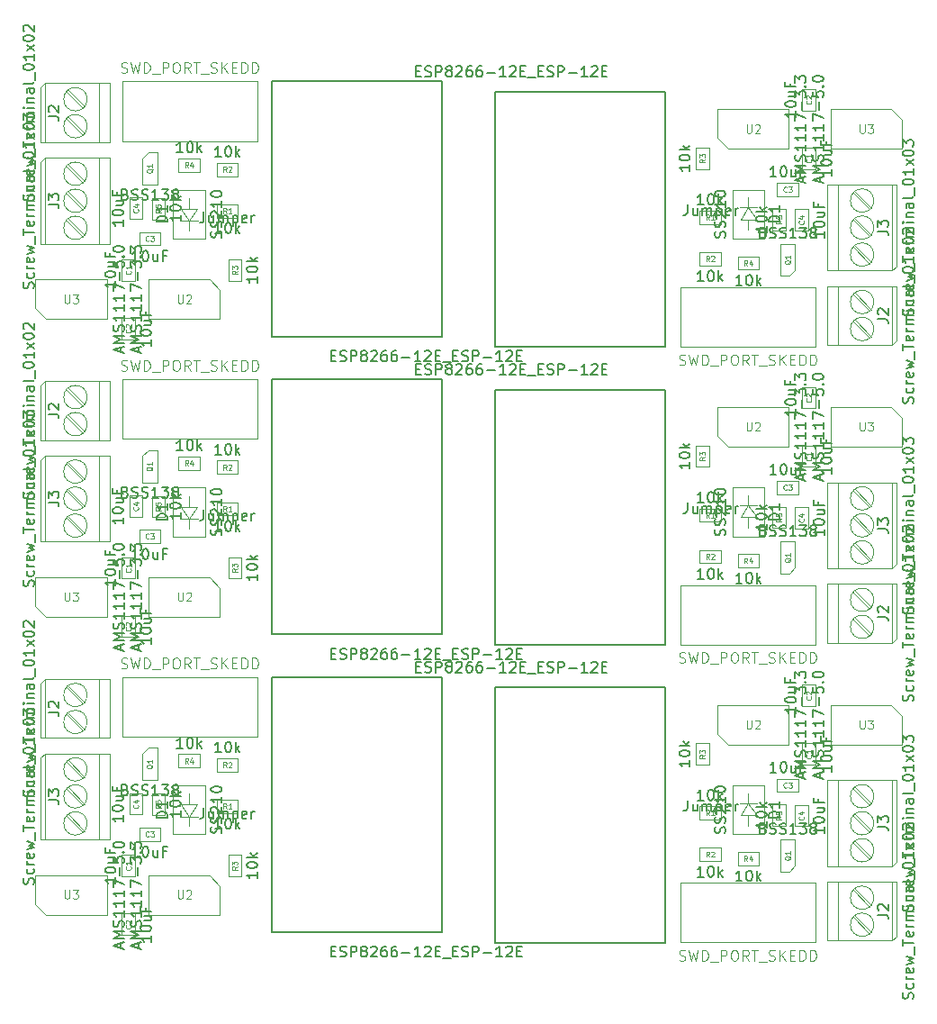
<source format=gbr>
%TF.GenerationSoftware,KiCad,Pcbnew,5.1.5+dfsg1-2build2*%
%TF.CreationDate,2021-11-04T16:47:03+02:00*%
%TF.ProjectId,LED_Wled,4c45445f-576c-4656-942e-6b696361645f,rev?*%
%TF.SameCoordinates,Original*%
%TF.FileFunction,Other,Fab,Top*%
%FSLAX46Y46*%
G04 Gerber Fmt 4.6, Leading zero omitted, Abs format (unit mm)*
G04 Created by KiCad (PCBNEW 5.1.5+dfsg1-2build2) date 2021-11-04 16:47:03*
%MOMM*%
%LPD*%
G04 APERTURE LIST*
%ADD10C,0.100000*%
%ADD11C,0.127000*%
%ADD12C,0.150000*%
%ADD13C,0.075000*%
%ADD14C,0.015000*%
%ADD15C,0.080000*%
%ADD16C,0.120000*%
G04 APERTURE END LIST*
D10*
%TO.C,Q1*%
X140700000Y-136780000D02*
X139300000Y-136780000D01*
X139300000Y-139820000D02*
X139300000Y-136780000D01*
X140700000Y-139250000D02*
X140150000Y-139820000D01*
X140150000Y-139820000D02*
X139300000Y-139820000D01*
X140700000Y-139250000D02*
X140700000Y-136800000D01*
%TO.C,J1*%
X129915000Y-146470000D02*
X129915000Y-140870000D01*
X142585000Y-146470000D02*
X129915000Y-146470000D01*
X142585000Y-140870000D02*
X142585000Y-146470000D01*
X129915000Y-140870000D02*
X142585000Y-140870000D01*
%TO.C,R4*%
X137300000Y-139225000D02*
X135300000Y-139225000D01*
X137300000Y-137975000D02*
X137300000Y-139225000D01*
X135300000Y-137975000D02*
X137300000Y-137975000D01*
X135300000Y-139225000D02*
X135300000Y-137975000D01*
%TO.C,C3*%
X139000000Y-131075000D02*
X141000000Y-131075000D01*
X139000000Y-132325000D02*
X139000000Y-131075000D01*
X141000000Y-132325000D02*
X139000000Y-132325000D01*
X141000000Y-131075000D02*
X141000000Y-132325000D01*
%TO.C,U3*%
X150750000Y-127850000D02*
X144050000Y-127850000D01*
X144050000Y-124150000D02*
X144050000Y-127850000D01*
X150750000Y-125150000D02*
X150750000Y-127850000D01*
X149750000Y-124150000D02*
X144050000Y-124150000D01*
X149750000Y-124150000D02*
X150750000Y-125150000D01*
%TO.C,R1*%
X131700000Y-133675000D02*
X133700000Y-133675000D01*
X131700000Y-134925000D02*
X131700000Y-133675000D01*
X133700000Y-134925000D02*
X131700000Y-134925000D01*
X133700000Y-133675000D02*
X133700000Y-134925000D01*
%TO.C,U2*%
X133400000Y-124150000D02*
X140100000Y-124150000D01*
X140100000Y-127850000D02*
X140100000Y-124150000D01*
X133400000Y-126850000D02*
X133400000Y-124150000D01*
X134400000Y-127850000D02*
X140100000Y-127850000D01*
X134400000Y-127850000D02*
X133400000Y-126850000D01*
%TO.C,R2*%
X133700000Y-138825000D02*
X131700000Y-138825000D01*
X133700000Y-137575000D02*
X133700000Y-138825000D01*
X131700000Y-137575000D02*
X133700000Y-137575000D01*
X131700000Y-138825000D02*
X131700000Y-137575000D01*
%TO.C,R3*%
X131375000Y-129750000D02*
X131375000Y-127750000D01*
X132625000Y-129750000D02*
X131375000Y-129750000D01*
X132625000Y-127750000D02*
X132625000Y-129750000D01*
X131375000Y-127750000D02*
X132625000Y-127750000D01*
D11*
%TO.C,U1*%
X128500000Y-122500000D02*
X128500000Y-146500000D01*
X112500000Y-122500000D02*
X128500000Y-122500000D01*
X112500000Y-146500000D02*
X112500000Y-122500000D01*
X128500000Y-146500000D02*
X112500000Y-146500000D01*
D10*
%TO.C,R5*%
X138575000Y-135512500D02*
X138575000Y-133512500D01*
X139825000Y-135512500D02*
X138575000Y-135512500D01*
X139825000Y-133512500D02*
X139825000Y-135512500D01*
X138575000Y-133512500D02*
X139825000Y-133512500D01*
%TO.C,D1*%
X136298980Y-133350560D02*
X137099080Y-134501180D01*
X136298980Y-133350560D02*
X135549680Y-134501180D01*
X135549680Y-134501180D02*
X137099080Y-134501180D01*
X137099080Y-133350560D02*
X135498880Y-133350560D01*
X136298980Y-134501180D02*
X136298980Y-135499400D01*
X136298980Y-133350560D02*
X136298980Y-132448860D01*
X137800000Y-136300000D02*
X137800000Y-131700000D01*
X137800000Y-136300000D02*
X134800000Y-136300000D01*
X134800000Y-131700000D02*
X137800000Y-131700000D01*
X134800000Y-136300000D02*
X134800000Y-131700000D01*
%TO.C,C1*%
X142625000Y-127750000D02*
X142625000Y-129750000D01*
X141375000Y-127750000D02*
X142625000Y-127750000D01*
X141375000Y-129750000D02*
X141375000Y-127750000D01*
X142625000Y-129750000D02*
X141375000Y-129750000D01*
%TO.C,C2*%
X141375000Y-124250000D02*
X141375000Y-122250000D01*
X142625000Y-124250000D02*
X141375000Y-124250000D01*
X142625000Y-122250000D02*
X142625000Y-124250000D01*
X141375000Y-122250000D02*
X142625000Y-122250000D01*
%TO.C,J2*%
X146165000Y-141559000D02*
X147700000Y-143094000D01*
X146300000Y-141425000D02*
X147835000Y-142960000D01*
X146165000Y-144099000D02*
X147700000Y-145635000D01*
X146300000Y-143965000D02*
X147835000Y-145501000D01*
X144750000Y-146300000D02*
X144750000Y-140760000D01*
X149850000Y-146300000D02*
X149850000Y-140760000D01*
X149850000Y-146300000D02*
X143750000Y-146300000D01*
X150250000Y-145900000D02*
X149850000Y-146300000D01*
X150250000Y-140760000D02*
X150250000Y-145900000D01*
X143750000Y-140760000D02*
X150250000Y-140760000D01*
X143750000Y-146300000D02*
X143750000Y-140760000D01*
X148100000Y-142260000D02*
G75*
G03X148100000Y-142260000I-1100000J0D01*
G01*
X148100000Y-144800000D02*
G75*
G03X148100000Y-144800000I-1100000J0D01*
G01*
%TO.C,C4*%
X141925000Y-133550000D02*
X141925000Y-135550000D01*
X140675000Y-133550000D02*
X141925000Y-133550000D01*
X140675000Y-135550000D02*
X140675000Y-133550000D01*
X141925000Y-135550000D02*
X140675000Y-135550000D01*
%TO.C,J3*%
X146165000Y-132019000D02*
X147700000Y-133554000D01*
X146300000Y-131885000D02*
X147835000Y-133420000D01*
X146165000Y-134559000D02*
X147700000Y-136094000D01*
X146300000Y-134425000D02*
X147835000Y-135960000D01*
X146165000Y-137099000D02*
X147700000Y-138635000D01*
X146300000Y-136965000D02*
X147835000Y-138501000D01*
X144750000Y-139300000D02*
X144750000Y-131220000D01*
X149850000Y-139300000D02*
X149850000Y-131220000D01*
X149850000Y-139300000D02*
X143750000Y-139300000D01*
X150250000Y-138900000D02*
X149850000Y-139300000D01*
X150250000Y-131220000D02*
X150250000Y-138900000D01*
X143750000Y-131220000D02*
X150250000Y-131220000D01*
X143750000Y-139300000D02*
X143750000Y-131220000D01*
X148100000Y-132720000D02*
G75*
G03X148100000Y-132720000I-1100000J0D01*
G01*
X148100000Y-135260000D02*
G75*
G03X148100000Y-135260000I-1100000J0D01*
G01*
X148100000Y-137800000D02*
G75*
G03X148100000Y-137800000I-1100000J0D01*
G01*
%TO.C,Q1*%
X79300000Y-131220000D02*
X80700000Y-131220000D01*
X80700000Y-128180000D02*
X80700000Y-131220000D01*
X79300000Y-128750000D02*
X79850000Y-128180000D01*
X79850000Y-128180000D02*
X80700000Y-128180000D01*
X79300000Y-128750000D02*
X79300000Y-131200000D01*
%TO.C,J1*%
X90085000Y-121530000D02*
X90085000Y-127130000D01*
X77415000Y-121530000D02*
X90085000Y-121530000D01*
X77415000Y-127130000D02*
X77415000Y-121530000D01*
X90085000Y-127130000D02*
X77415000Y-127130000D01*
%TO.C,U3*%
X69250000Y-140150000D02*
X75950000Y-140150000D01*
X75950000Y-143850000D02*
X75950000Y-140150000D01*
X69250000Y-142850000D02*
X69250000Y-140150000D01*
X70250000Y-143850000D02*
X75950000Y-143850000D01*
X70250000Y-143850000D02*
X69250000Y-142850000D01*
%TO.C,R1*%
X88300000Y-134325000D02*
X86300000Y-134325000D01*
X88300000Y-133075000D02*
X88300000Y-134325000D01*
X86300000Y-133075000D02*
X88300000Y-133075000D01*
X86300000Y-134325000D02*
X86300000Y-133075000D01*
%TO.C,U2*%
X86600000Y-143850000D02*
X79900000Y-143850000D01*
X79900000Y-140150000D02*
X79900000Y-143850000D01*
X86600000Y-141150000D02*
X86600000Y-143850000D01*
X85600000Y-140150000D02*
X79900000Y-140150000D01*
X85600000Y-140150000D02*
X86600000Y-141150000D01*
%TO.C,R2*%
X86300000Y-129175000D02*
X88300000Y-129175000D01*
X86300000Y-130425000D02*
X86300000Y-129175000D01*
X88300000Y-130425000D02*
X86300000Y-130425000D01*
X88300000Y-129175000D02*
X88300000Y-130425000D01*
%TO.C,R4*%
X82700000Y-128775000D02*
X84700000Y-128775000D01*
X82700000Y-130025000D02*
X82700000Y-128775000D01*
X84700000Y-130025000D02*
X82700000Y-130025000D01*
X84700000Y-128775000D02*
X84700000Y-130025000D01*
%TO.C,R3*%
X88625000Y-138250000D02*
X88625000Y-140250000D01*
X87375000Y-138250000D02*
X88625000Y-138250000D01*
X87375000Y-140250000D02*
X87375000Y-138250000D01*
X88625000Y-140250000D02*
X87375000Y-140250000D01*
D11*
%TO.C,U1*%
X91500000Y-145500000D02*
X91500000Y-121500000D01*
X107500000Y-145500000D02*
X91500000Y-145500000D01*
X107500000Y-121500000D02*
X107500000Y-145500000D01*
X91500000Y-121500000D02*
X107500000Y-121500000D01*
D10*
%TO.C,C3*%
X81000000Y-136925000D02*
X79000000Y-136925000D01*
X81000000Y-135675000D02*
X81000000Y-136925000D01*
X79000000Y-135675000D02*
X81000000Y-135675000D01*
X79000000Y-136925000D02*
X79000000Y-135675000D01*
%TO.C,C4*%
X78075000Y-134450000D02*
X78075000Y-132450000D01*
X79325000Y-134450000D02*
X78075000Y-134450000D01*
X79325000Y-132450000D02*
X79325000Y-134450000D01*
X78075000Y-132450000D02*
X79325000Y-132450000D01*
%TO.C,R5*%
X81425000Y-132487500D02*
X81425000Y-134487500D01*
X80175000Y-132487500D02*
X81425000Y-132487500D01*
X80175000Y-134487500D02*
X80175000Y-132487500D01*
X81425000Y-134487500D02*
X80175000Y-134487500D01*
%TO.C,D1*%
X83701020Y-134649440D02*
X82900920Y-133498820D01*
X83701020Y-134649440D02*
X84450320Y-133498820D01*
X84450320Y-133498820D02*
X82900920Y-133498820D01*
X82900920Y-134649440D02*
X84501120Y-134649440D01*
X83701020Y-133498820D02*
X83701020Y-132500600D01*
X83701020Y-134649440D02*
X83701020Y-135551140D01*
X82200000Y-131700000D02*
X82200000Y-136300000D01*
X82200000Y-131700000D02*
X85200000Y-131700000D01*
X85200000Y-136300000D02*
X82200000Y-136300000D01*
X85200000Y-131700000D02*
X85200000Y-136300000D01*
%TO.C,C1*%
X77375000Y-140250000D02*
X77375000Y-138250000D01*
X78625000Y-140250000D02*
X77375000Y-140250000D01*
X78625000Y-138250000D02*
X78625000Y-140250000D01*
X77375000Y-138250000D02*
X78625000Y-138250000D01*
%TO.C,C2*%
X78625000Y-143750000D02*
X78625000Y-145750000D01*
X77375000Y-143750000D02*
X78625000Y-143750000D01*
X77375000Y-145750000D02*
X77375000Y-143750000D01*
X78625000Y-145750000D02*
X77375000Y-145750000D01*
%TO.C,J3*%
X73835000Y-135981000D02*
X72300000Y-134446000D01*
X73700000Y-136115000D02*
X72165000Y-134580000D01*
X73835000Y-133441000D02*
X72300000Y-131906000D01*
X73700000Y-133575000D02*
X72165000Y-132040000D01*
X73835000Y-130901000D02*
X72300000Y-129365000D01*
X73700000Y-131035000D02*
X72165000Y-129499000D01*
X75250000Y-128700000D02*
X75250000Y-136780000D01*
X70150000Y-128700000D02*
X70150000Y-136780000D01*
X70150000Y-128700000D02*
X76250000Y-128700000D01*
X69750000Y-129100000D02*
X70150000Y-128700000D01*
X69750000Y-136780000D02*
X69750000Y-129100000D01*
X76250000Y-136780000D02*
X69750000Y-136780000D01*
X76250000Y-128700000D02*
X76250000Y-136780000D01*
X74100000Y-135280000D02*
G75*
G03X74100000Y-135280000I-1100000J0D01*
G01*
X74100000Y-132740000D02*
G75*
G03X74100000Y-132740000I-1100000J0D01*
G01*
X74100000Y-130200000D02*
G75*
G03X74100000Y-130200000I-1100000J0D01*
G01*
%TO.C,J2*%
X73835000Y-126441000D02*
X72300000Y-124906000D01*
X73700000Y-126575000D02*
X72165000Y-125040000D01*
X73835000Y-123901000D02*
X72300000Y-122365000D01*
X73700000Y-124035000D02*
X72165000Y-122499000D01*
X75250000Y-121700000D02*
X75250000Y-127240000D01*
X70150000Y-121700000D02*
X70150000Y-127240000D01*
X70150000Y-121700000D02*
X76250000Y-121700000D01*
X69750000Y-122100000D02*
X70150000Y-121700000D01*
X69750000Y-127240000D02*
X69750000Y-122100000D01*
X76250000Y-127240000D02*
X69750000Y-127240000D01*
X76250000Y-121700000D02*
X76250000Y-127240000D01*
X74100000Y-125740000D02*
G75*
G03X74100000Y-125740000I-1100000J0D01*
G01*
X74100000Y-123200000D02*
G75*
G03X74100000Y-123200000I-1100000J0D01*
G01*
%TO.C,Q1*%
X140700000Y-108780000D02*
X139300000Y-108780000D01*
X139300000Y-111820000D02*
X139300000Y-108780000D01*
X140700000Y-111250000D02*
X140150000Y-111820000D01*
X140150000Y-111820000D02*
X139300000Y-111820000D01*
X140700000Y-111250000D02*
X140700000Y-108800000D01*
%TO.C,J1*%
X129915000Y-118470000D02*
X129915000Y-112870000D01*
X142585000Y-118470000D02*
X129915000Y-118470000D01*
X142585000Y-112870000D02*
X142585000Y-118470000D01*
X129915000Y-112870000D02*
X142585000Y-112870000D01*
%TO.C,R4*%
X137300000Y-111225000D02*
X135300000Y-111225000D01*
X137300000Y-109975000D02*
X137300000Y-111225000D01*
X135300000Y-109975000D02*
X137300000Y-109975000D01*
X135300000Y-111225000D02*
X135300000Y-109975000D01*
%TO.C,C3*%
X139000000Y-103075000D02*
X141000000Y-103075000D01*
X139000000Y-104325000D02*
X139000000Y-103075000D01*
X141000000Y-104325000D02*
X139000000Y-104325000D01*
X141000000Y-103075000D02*
X141000000Y-104325000D01*
%TO.C,U3*%
X150750000Y-99850000D02*
X144050000Y-99850000D01*
X144050000Y-96150000D02*
X144050000Y-99850000D01*
X150750000Y-97150000D02*
X150750000Y-99850000D01*
X149750000Y-96150000D02*
X144050000Y-96150000D01*
X149750000Y-96150000D02*
X150750000Y-97150000D01*
%TO.C,R1*%
X131700000Y-105675000D02*
X133700000Y-105675000D01*
X131700000Y-106925000D02*
X131700000Y-105675000D01*
X133700000Y-106925000D02*
X131700000Y-106925000D01*
X133700000Y-105675000D02*
X133700000Y-106925000D01*
%TO.C,U2*%
X133400000Y-96150000D02*
X140100000Y-96150000D01*
X140100000Y-99850000D02*
X140100000Y-96150000D01*
X133400000Y-98850000D02*
X133400000Y-96150000D01*
X134400000Y-99850000D02*
X140100000Y-99850000D01*
X134400000Y-99850000D02*
X133400000Y-98850000D01*
%TO.C,R2*%
X133700000Y-110825000D02*
X131700000Y-110825000D01*
X133700000Y-109575000D02*
X133700000Y-110825000D01*
X131700000Y-109575000D02*
X133700000Y-109575000D01*
X131700000Y-110825000D02*
X131700000Y-109575000D01*
%TO.C,R3*%
X131375000Y-101750000D02*
X131375000Y-99750000D01*
X132625000Y-101750000D02*
X131375000Y-101750000D01*
X132625000Y-99750000D02*
X132625000Y-101750000D01*
X131375000Y-99750000D02*
X132625000Y-99750000D01*
D11*
%TO.C,U1*%
X128500000Y-94500000D02*
X128500000Y-118500000D01*
X112500000Y-94500000D02*
X128500000Y-94500000D01*
X112500000Y-118500000D02*
X112500000Y-94500000D01*
X128500000Y-118500000D02*
X112500000Y-118500000D01*
D10*
%TO.C,R5*%
X138575000Y-107512500D02*
X138575000Y-105512500D01*
X139825000Y-107512500D02*
X138575000Y-107512500D01*
X139825000Y-105512500D02*
X139825000Y-107512500D01*
X138575000Y-105512500D02*
X139825000Y-105512500D01*
%TO.C,D1*%
X136298980Y-105350560D02*
X137099080Y-106501180D01*
X136298980Y-105350560D02*
X135549680Y-106501180D01*
X135549680Y-106501180D02*
X137099080Y-106501180D01*
X137099080Y-105350560D02*
X135498880Y-105350560D01*
X136298980Y-106501180D02*
X136298980Y-107499400D01*
X136298980Y-105350560D02*
X136298980Y-104448860D01*
X137800000Y-108300000D02*
X137800000Y-103700000D01*
X137800000Y-108300000D02*
X134800000Y-108300000D01*
X134800000Y-103700000D02*
X137800000Y-103700000D01*
X134800000Y-108300000D02*
X134800000Y-103700000D01*
%TO.C,C1*%
X142625000Y-99750000D02*
X142625000Y-101750000D01*
X141375000Y-99750000D02*
X142625000Y-99750000D01*
X141375000Y-101750000D02*
X141375000Y-99750000D01*
X142625000Y-101750000D02*
X141375000Y-101750000D01*
%TO.C,C2*%
X141375000Y-96250000D02*
X141375000Y-94250000D01*
X142625000Y-96250000D02*
X141375000Y-96250000D01*
X142625000Y-94250000D02*
X142625000Y-96250000D01*
X141375000Y-94250000D02*
X142625000Y-94250000D01*
%TO.C,J2*%
X146165000Y-113559000D02*
X147700000Y-115094000D01*
X146300000Y-113425000D02*
X147835000Y-114960000D01*
X146165000Y-116099000D02*
X147700000Y-117635000D01*
X146300000Y-115965000D02*
X147835000Y-117501000D01*
X144750000Y-118300000D02*
X144750000Y-112760000D01*
X149850000Y-118300000D02*
X149850000Y-112760000D01*
X149850000Y-118300000D02*
X143750000Y-118300000D01*
X150250000Y-117900000D02*
X149850000Y-118300000D01*
X150250000Y-112760000D02*
X150250000Y-117900000D01*
X143750000Y-112760000D02*
X150250000Y-112760000D01*
X143750000Y-118300000D02*
X143750000Y-112760000D01*
X148100000Y-114260000D02*
G75*
G03X148100000Y-114260000I-1100000J0D01*
G01*
X148100000Y-116800000D02*
G75*
G03X148100000Y-116800000I-1100000J0D01*
G01*
%TO.C,C4*%
X141925000Y-105550000D02*
X141925000Y-107550000D01*
X140675000Y-105550000D02*
X141925000Y-105550000D01*
X140675000Y-107550000D02*
X140675000Y-105550000D01*
X141925000Y-107550000D02*
X140675000Y-107550000D01*
%TO.C,J3*%
X146165000Y-104019000D02*
X147700000Y-105554000D01*
X146300000Y-103885000D02*
X147835000Y-105420000D01*
X146165000Y-106559000D02*
X147700000Y-108094000D01*
X146300000Y-106425000D02*
X147835000Y-107960000D01*
X146165000Y-109099000D02*
X147700000Y-110635000D01*
X146300000Y-108965000D02*
X147835000Y-110501000D01*
X144750000Y-111300000D02*
X144750000Y-103220000D01*
X149850000Y-111300000D02*
X149850000Y-103220000D01*
X149850000Y-111300000D02*
X143750000Y-111300000D01*
X150250000Y-110900000D02*
X149850000Y-111300000D01*
X150250000Y-103220000D02*
X150250000Y-110900000D01*
X143750000Y-103220000D02*
X150250000Y-103220000D01*
X143750000Y-111300000D02*
X143750000Y-103220000D01*
X148100000Y-104720000D02*
G75*
G03X148100000Y-104720000I-1100000J0D01*
G01*
X148100000Y-107260000D02*
G75*
G03X148100000Y-107260000I-1100000J0D01*
G01*
X148100000Y-109800000D02*
G75*
G03X148100000Y-109800000I-1100000J0D01*
G01*
%TO.C,Q1*%
X79300000Y-103220000D02*
X80700000Y-103220000D01*
X80700000Y-100180000D02*
X80700000Y-103220000D01*
X79300000Y-100750000D02*
X79850000Y-100180000D01*
X79850000Y-100180000D02*
X80700000Y-100180000D01*
X79300000Y-100750000D02*
X79300000Y-103200000D01*
%TO.C,J1*%
X90085000Y-93530000D02*
X90085000Y-99130000D01*
X77415000Y-93530000D02*
X90085000Y-93530000D01*
X77415000Y-99130000D02*
X77415000Y-93530000D01*
X90085000Y-99130000D02*
X77415000Y-99130000D01*
%TO.C,U3*%
X69250000Y-112150000D02*
X75950000Y-112150000D01*
X75950000Y-115850000D02*
X75950000Y-112150000D01*
X69250000Y-114850000D02*
X69250000Y-112150000D01*
X70250000Y-115850000D02*
X75950000Y-115850000D01*
X70250000Y-115850000D02*
X69250000Y-114850000D01*
%TO.C,R1*%
X88300000Y-106325000D02*
X86300000Y-106325000D01*
X88300000Y-105075000D02*
X88300000Y-106325000D01*
X86300000Y-105075000D02*
X88300000Y-105075000D01*
X86300000Y-106325000D02*
X86300000Y-105075000D01*
%TO.C,U2*%
X86600000Y-115850000D02*
X79900000Y-115850000D01*
X79900000Y-112150000D02*
X79900000Y-115850000D01*
X86600000Y-113150000D02*
X86600000Y-115850000D01*
X85600000Y-112150000D02*
X79900000Y-112150000D01*
X85600000Y-112150000D02*
X86600000Y-113150000D01*
%TO.C,R2*%
X86300000Y-101175000D02*
X88300000Y-101175000D01*
X86300000Y-102425000D02*
X86300000Y-101175000D01*
X88300000Y-102425000D02*
X86300000Y-102425000D01*
X88300000Y-101175000D02*
X88300000Y-102425000D01*
%TO.C,R4*%
X82700000Y-100775000D02*
X84700000Y-100775000D01*
X82700000Y-102025000D02*
X82700000Y-100775000D01*
X84700000Y-102025000D02*
X82700000Y-102025000D01*
X84700000Y-100775000D02*
X84700000Y-102025000D01*
%TO.C,R3*%
X88625000Y-110250000D02*
X88625000Y-112250000D01*
X87375000Y-110250000D02*
X88625000Y-110250000D01*
X87375000Y-112250000D02*
X87375000Y-110250000D01*
X88625000Y-112250000D02*
X87375000Y-112250000D01*
D11*
%TO.C,U1*%
X91500000Y-117500000D02*
X91500000Y-93500000D01*
X107500000Y-117500000D02*
X91500000Y-117500000D01*
X107500000Y-93500000D02*
X107500000Y-117500000D01*
X91500000Y-93500000D02*
X107500000Y-93500000D01*
D10*
%TO.C,C3*%
X81000000Y-108925000D02*
X79000000Y-108925000D01*
X81000000Y-107675000D02*
X81000000Y-108925000D01*
X79000000Y-107675000D02*
X81000000Y-107675000D01*
X79000000Y-108925000D02*
X79000000Y-107675000D01*
%TO.C,C4*%
X78075000Y-106450000D02*
X78075000Y-104450000D01*
X79325000Y-106450000D02*
X78075000Y-106450000D01*
X79325000Y-104450000D02*
X79325000Y-106450000D01*
X78075000Y-104450000D02*
X79325000Y-104450000D01*
%TO.C,R5*%
X81425000Y-104487500D02*
X81425000Y-106487500D01*
X80175000Y-104487500D02*
X81425000Y-104487500D01*
X80175000Y-106487500D02*
X80175000Y-104487500D01*
X81425000Y-106487500D02*
X80175000Y-106487500D01*
%TO.C,D1*%
X83701020Y-106649440D02*
X82900920Y-105498820D01*
X83701020Y-106649440D02*
X84450320Y-105498820D01*
X84450320Y-105498820D02*
X82900920Y-105498820D01*
X82900920Y-106649440D02*
X84501120Y-106649440D01*
X83701020Y-105498820D02*
X83701020Y-104500600D01*
X83701020Y-106649440D02*
X83701020Y-107551140D01*
X82200000Y-103700000D02*
X82200000Y-108300000D01*
X82200000Y-103700000D02*
X85200000Y-103700000D01*
X85200000Y-108300000D02*
X82200000Y-108300000D01*
X85200000Y-103700000D02*
X85200000Y-108300000D01*
%TO.C,C1*%
X77375000Y-112250000D02*
X77375000Y-110250000D01*
X78625000Y-112250000D02*
X77375000Y-112250000D01*
X78625000Y-110250000D02*
X78625000Y-112250000D01*
X77375000Y-110250000D02*
X78625000Y-110250000D01*
%TO.C,C2*%
X78625000Y-115750000D02*
X78625000Y-117750000D01*
X77375000Y-115750000D02*
X78625000Y-115750000D01*
X77375000Y-117750000D02*
X77375000Y-115750000D01*
X78625000Y-117750000D02*
X77375000Y-117750000D01*
%TO.C,J3*%
X73835000Y-107981000D02*
X72300000Y-106446000D01*
X73700000Y-108115000D02*
X72165000Y-106580000D01*
X73835000Y-105441000D02*
X72300000Y-103906000D01*
X73700000Y-105575000D02*
X72165000Y-104040000D01*
X73835000Y-102901000D02*
X72300000Y-101365000D01*
X73700000Y-103035000D02*
X72165000Y-101499000D01*
X75250000Y-100700000D02*
X75250000Y-108780000D01*
X70150000Y-100700000D02*
X70150000Y-108780000D01*
X70150000Y-100700000D02*
X76250000Y-100700000D01*
X69750000Y-101100000D02*
X70150000Y-100700000D01*
X69750000Y-108780000D02*
X69750000Y-101100000D01*
X76250000Y-108780000D02*
X69750000Y-108780000D01*
X76250000Y-100700000D02*
X76250000Y-108780000D01*
X74100000Y-107280000D02*
G75*
G03X74100000Y-107280000I-1100000J0D01*
G01*
X74100000Y-104740000D02*
G75*
G03X74100000Y-104740000I-1100000J0D01*
G01*
X74100000Y-102200000D02*
G75*
G03X74100000Y-102200000I-1100000J0D01*
G01*
%TO.C,J2*%
X73835000Y-98441000D02*
X72300000Y-96906000D01*
X73700000Y-98575000D02*
X72165000Y-97040000D01*
X73835000Y-95901000D02*
X72300000Y-94365000D01*
X73700000Y-96035000D02*
X72165000Y-94499000D01*
X75250000Y-93700000D02*
X75250000Y-99240000D01*
X70150000Y-93700000D02*
X70150000Y-99240000D01*
X70150000Y-93700000D02*
X76250000Y-93700000D01*
X69750000Y-94100000D02*
X70150000Y-93700000D01*
X69750000Y-99240000D02*
X69750000Y-94100000D01*
X76250000Y-99240000D02*
X69750000Y-99240000D01*
X76250000Y-93700000D02*
X76250000Y-99240000D01*
X74100000Y-97740000D02*
G75*
G03X74100000Y-97740000I-1100000J0D01*
G01*
X74100000Y-95200000D02*
G75*
G03X74100000Y-95200000I-1100000J0D01*
G01*
%TO.C,Q1*%
X140700000Y-80780000D02*
X139300000Y-80780000D01*
X139300000Y-83820000D02*
X139300000Y-80780000D01*
X140700000Y-83250000D02*
X140150000Y-83820000D01*
X140150000Y-83820000D02*
X139300000Y-83820000D01*
X140700000Y-83250000D02*
X140700000Y-80800000D01*
%TO.C,J1*%
X129915000Y-90470000D02*
X129915000Y-84870000D01*
X142585000Y-90470000D02*
X129915000Y-90470000D01*
X142585000Y-84870000D02*
X142585000Y-90470000D01*
X129915000Y-84870000D02*
X142585000Y-84870000D01*
%TO.C,U3*%
X150750000Y-71850000D02*
X144050000Y-71850000D01*
X144050000Y-68150000D02*
X144050000Y-71850000D01*
X150750000Y-69150000D02*
X150750000Y-71850000D01*
X149750000Y-68150000D02*
X144050000Y-68150000D01*
X149750000Y-68150000D02*
X150750000Y-69150000D01*
%TO.C,R1*%
X131700000Y-77675000D02*
X133700000Y-77675000D01*
X131700000Y-78925000D02*
X131700000Y-77675000D01*
X133700000Y-78925000D02*
X131700000Y-78925000D01*
X133700000Y-77675000D02*
X133700000Y-78925000D01*
%TO.C,U2*%
X133400000Y-68150000D02*
X140100000Y-68150000D01*
X140100000Y-71850000D02*
X140100000Y-68150000D01*
X133400000Y-70850000D02*
X133400000Y-68150000D01*
X134400000Y-71850000D02*
X140100000Y-71850000D01*
X134400000Y-71850000D02*
X133400000Y-70850000D01*
%TO.C,R2*%
X133700000Y-82825000D02*
X131700000Y-82825000D01*
X133700000Y-81575000D02*
X133700000Y-82825000D01*
X131700000Y-81575000D02*
X133700000Y-81575000D01*
X131700000Y-82825000D02*
X131700000Y-81575000D01*
%TO.C,R4*%
X137300000Y-83225000D02*
X135300000Y-83225000D01*
X137300000Y-81975000D02*
X137300000Y-83225000D01*
X135300000Y-81975000D02*
X137300000Y-81975000D01*
X135300000Y-83225000D02*
X135300000Y-81975000D01*
%TO.C,R3*%
X131375000Y-73750000D02*
X131375000Y-71750000D01*
X132625000Y-73750000D02*
X131375000Y-73750000D01*
X132625000Y-71750000D02*
X132625000Y-73750000D01*
X131375000Y-71750000D02*
X132625000Y-71750000D01*
D11*
%TO.C,U1*%
X128500000Y-66500000D02*
X128500000Y-90500000D01*
X112500000Y-66500000D02*
X128500000Y-66500000D01*
X112500000Y-90500000D02*
X112500000Y-66500000D01*
X128500000Y-90500000D02*
X112500000Y-90500000D01*
D10*
%TO.C,C3*%
X139000000Y-75075000D02*
X141000000Y-75075000D01*
X139000000Y-76325000D02*
X139000000Y-75075000D01*
X141000000Y-76325000D02*
X139000000Y-76325000D01*
X141000000Y-75075000D02*
X141000000Y-76325000D01*
%TO.C,C4*%
X141925000Y-77550000D02*
X141925000Y-79550000D01*
X140675000Y-77550000D02*
X141925000Y-77550000D01*
X140675000Y-79550000D02*
X140675000Y-77550000D01*
X141925000Y-79550000D02*
X140675000Y-79550000D01*
%TO.C,R5*%
X138575000Y-79512500D02*
X138575000Y-77512500D01*
X139825000Y-79512500D02*
X138575000Y-79512500D01*
X139825000Y-77512500D02*
X139825000Y-79512500D01*
X138575000Y-77512500D02*
X139825000Y-77512500D01*
%TO.C,D1*%
X136298980Y-77350560D02*
X137099080Y-78501180D01*
X136298980Y-77350560D02*
X135549680Y-78501180D01*
X135549680Y-78501180D02*
X137099080Y-78501180D01*
X137099080Y-77350560D02*
X135498880Y-77350560D01*
X136298980Y-78501180D02*
X136298980Y-79499400D01*
X136298980Y-77350560D02*
X136298980Y-76448860D01*
X137800000Y-80300000D02*
X137800000Y-75700000D01*
X137800000Y-80300000D02*
X134800000Y-80300000D01*
X134800000Y-75700000D02*
X137800000Y-75700000D01*
X134800000Y-80300000D02*
X134800000Y-75700000D01*
%TO.C,C1*%
X142625000Y-71750000D02*
X142625000Y-73750000D01*
X141375000Y-71750000D02*
X142625000Y-71750000D01*
X141375000Y-73750000D02*
X141375000Y-71750000D01*
X142625000Y-73750000D02*
X141375000Y-73750000D01*
%TO.C,C2*%
X141375000Y-68250000D02*
X141375000Y-66250000D01*
X142625000Y-68250000D02*
X141375000Y-68250000D01*
X142625000Y-66250000D02*
X142625000Y-68250000D01*
X141375000Y-66250000D02*
X142625000Y-66250000D01*
%TO.C,J3*%
X146165000Y-76019000D02*
X147700000Y-77554000D01*
X146300000Y-75885000D02*
X147835000Y-77420000D01*
X146165000Y-78559000D02*
X147700000Y-80094000D01*
X146300000Y-78425000D02*
X147835000Y-79960000D01*
X146165000Y-81099000D02*
X147700000Y-82635000D01*
X146300000Y-80965000D02*
X147835000Y-82501000D01*
X144750000Y-83300000D02*
X144750000Y-75220000D01*
X149850000Y-83300000D02*
X149850000Y-75220000D01*
X149850000Y-83300000D02*
X143750000Y-83300000D01*
X150250000Y-82900000D02*
X149850000Y-83300000D01*
X150250000Y-75220000D02*
X150250000Y-82900000D01*
X143750000Y-75220000D02*
X150250000Y-75220000D01*
X143750000Y-83300000D02*
X143750000Y-75220000D01*
X148100000Y-76720000D02*
G75*
G03X148100000Y-76720000I-1100000J0D01*
G01*
X148100000Y-79260000D02*
G75*
G03X148100000Y-79260000I-1100000J0D01*
G01*
X148100000Y-81800000D02*
G75*
G03X148100000Y-81800000I-1100000J0D01*
G01*
%TO.C,J2*%
X146165000Y-85559000D02*
X147700000Y-87094000D01*
X146300000Y-85425000D02*
X147835000Y-86960000D01*
X146165000Y-88099000D02*
X147700000Y-89635000D01*
X146300000Y-87965000D02*
X147835000Y-89501000D01*
X144750000Y-90300000D02*
X144750000Y-84760000D01*
X149850000Y-90300000D02*
X149850000Y-84760000D01*
X149850000Y-90300000D02*
X143750000Y-90300000D01*
X150250000Y-89900000D02*
X149850000Y-90300000D01*
X150250000Y-84760000D02*
X150250000Y-89900000D01*
X143750000Y-84760000D02*
X150250000Y-84760000D01*
X143750000Y-90300000D02*
X143750000Y-84760000D01*
X148100000Y-86260000D02*
G75*
G03X148100000Y-86260000I-1100000J0D01*
G01*
X148100000Y-88800000D02*
G75*
G03X148100000Y-88800000I-1100000J0D01*
G01*
%TO.C,J1*%
X90085000Y-65530000D02*
X90085000Y-71130000D01*
X77415000Y-65530000D02*
X90085000Y-65530000D01*
X77415000Y-71130000D02*
X77415000Y-65530000D01*
X90085000Y-71130000D02*
X77415000Y-71130000D01*
%TO.C,U3*%
X69250000Y-84150000D02*
X75950000Y-84150000D01*
X75950000Y-87850000D02*
X75950000Y-84150000D01*
X69250000Y-86850000D02*
X69250000Y-84150000D01*
X70250000Y-87850000D02*
X75950000Y-87850000D01*
X70250000Y-87850000D02*
X69250000Y-86850000D01*
%TO.C,R5*%
X81425000Y-76487500D02*
X81425000Y-78487500D01*
X80175000Y-76487500D02*
X81425000Y-76487500D01*
X80175000Y-78487500D02*
X80175000Y-76487500D01*
X81425000Y-78487500D02*
X80175000Y-78487500D01*
%TO.C,R4*%
X82700000Y-72775000D02*
X84700000Y-72775000D01*
X82700000Y-74025000D02*
X82700000Y-72775000D01*
X84700000Y-74025000D02*
X82700000Y-74025000D01*
X84700000Y-72775000D02*
X84700000Y-74025000D01*
%TO.C,Q1*%
X79300000Y-75220000D02*
X80700000Y-75220000D01*
X80700000Y-72180000D02*
X80700000Y-75220000D01*
X79300000Y-72750000D02*
X79850000Y-72180000D01*
X79850000Y-72180000D02*
X80700000Y-72180000D01*
X79300000Y-72750000D02*
X79300000Y-75200000D01*
%TO.C,C4*%
X78075000Y-78450000D02*
X78075000Y-76450000D01*
X79325000Y-78450000D02*
X78075000Y-78450000D01*
X79325000Y-76450000D02*
X79325000Y-78450000D01*
X78075000Y-76450000D02*
X79325000Y-76450000D01*
%TO.C,C3*%
X81000000Y-80925000D02*
X79000000Y-80925000D01*
X81000000Y-79675000D02*
X81000000Y-80925000D01*
X79000000Y-79675000D02*
X81000000Y-79675000D01*
X79000000Y-80925000D02*
X79000000Y-79675000D01*
%TO.C,U2*%
X86600000Y-87850000D02*
X79900000Y-87850000D01*
X79900000Y-84150000D02*
X79900000Y-87850000D01*
X86600000Y-85150000D02*
X86600000Y-87850000D01*
X85600000Y-84150000D02*
X79900000Y-84150000D01*
X85600000Y-84150000D02*
X86600000Y-85150000D01*
D11*
%TO.C,U1*%
X91500000Y-89500000D02*
X91500000Y-65500000D01*
X107500000Y-89500000D02*
X91500000Y-89500000D01*
X107500000Y-65500000D02*
X107500000Y-89500000D01*
X91500000Y-65500000D02*
X107500000Y-65500000D01*
D10*
%TO.C,R3*%
X88625000Y-82250000D02*
X88625000Y-84250000D01*
X87375000Y-82250000D02*
X88625000Y-82250000D01*
X87375000Y-84250000D02*
X87375000Y-82250000D01*
X88625000Y-84250000D02*
X87375000Y-84250000D01*
%TO.C,R2*%
X86300000Y-73175000D02*
X88300000Y-73175000D01*
X86300000Y-74425000D02*
X86300000Y-73175000D01*
X88300000Y-74425000D02*
X86300000Y-74425000D01*
X88300000Y-73175000D02*
X88300000Y-74425000D01*
%TO.C,R1*%
X88300000Y-78325000D02*
X86300000Y-78325000D01*
X88300000Y-77075000D02*
X88300000Y-78325000D01*
X86300000Y-77075000D02*
X88300000Y-77075000D01*
X86300000Y-78325000D02*
X86300000Y-77075000D01*
%TO.C,J3*%
X73835000Y-79981000D02*
X72300000Y-78446000D01*
X73700000Y-80115000D02*
X72165000Y-78580000D01*
X73835000Y-77441000D02*
X72300000Y-75906000D01*
X73700000Y-77575000D02*
X72165000Y-76040000D01*
X73835000Y-74901000D02*
X72300000Y-73365000D01*
X73700000Y-75035000D02*
X72165000Y-73499000D01*
X75250000Y-72700000D02*
X75250000Y-80780000D01*
X70150000Y-72700000D02*
X70150000Y-80780000D01*
X70150000Y-72700000D02*
X76250000Y-72700000D01*
X69750000Y-73100000D02*
X70150000Y-72700000D01*
X69750000Y-80780000D02*
X69750000Y-73100000D01*
X76250000Y-80780000D02*
X69750000Y-80780000D01*
X76250000Y-72700000D02*
X76250000Y-80780000D01*
X74100000Y-79280000D02*
G75*
G03X74100000Y-79280000I-1100000J0D01*
G01*
X74100000Y-76740000D02*
G75*
G03X74100000Y-76740000I-1100000J0D01*
G01*
X74100000Y-74200000D02*
G75*
G03X74100000Y-74200000I-1100000J0D01*
G01*
%TO.C,J2*%
X73835000Y-70441000D02*
X72300000Y-68906000D01*
X73700000Y-70575000D02*
X72165000Y-69040000D01*
X73835000Y-67901000D02*
X72300000Y-66365000D01*
X73700000Y-68035000D02*
X72165000Y-66499000D01*
X75250000Y-65700000D02*
X75250000Y-71240000D01*
X70150000Y-65700000D02*
X70150000Y-71240000D01*
X70150000Y-65700000D02*
X76250000Y-65700000D01*
X69750000Y-66100000D02*
X70150000Y-65700000D01*
X69750000Y-71240000D02*
X69750000Y-66100000D01*
X76250000Y-71240000D02*
X69750000Y-71240000D01*
X76250000Y-65700000D02*
X76250000Y-71240000D01*
X74100000Y-69740000D02*
G75*
G03X74100000Y-69740000I-1100000J0D01*
G01*
X74100000Y-67200000D02*
G75*
G03X74100000Y-67200000I-1100000J0D01*
G01*
%TO.C,D1*%
X83701020Y-78649440D02*
X82900920Y-77498820D01*
X83701020Y-78649440D02*
X84450320Y-77498820D01*
X84450320Y-77498820D02*
X82900920Y-77498820D01*
X82900920Y-78649440D02*
X84501120Y-78649440D01*
X83701020Y-77498820D02*
X83701020Y-76500600D01*
X83701020Y-78649440D02*
X83701020Y-79551140D01*
X82200000Y-75700000D02*
X82200000Y-80300000D01*
X82200000Y-75700000D02*
X85200000Y-75700000D01*
X85200000Y-80300000D02*
X82200000Y-80300000D01*
X85200000Y-75700000D02*
X85200000Y-80300000D01*
%TO.C,C2*%
X78625000Y-87750000D02*
X78625000Y-89750000D01*
X77375000Y-87750000D02*
X78625000Y-87750000D01*
X77375000Y-89750000D02*
X77375000Y-87750000D01*
X78625000Y-89750000D02*
X77375000Y-89750000D01*
%TO.C,C1*%
X77375000Y-84250000D02*
X77375000Y-82250000D01*
X78625000Y-84250000D02*
X77375000Y-84250000D01*
X78625000Y-82250000D02*
X78625000Y-84250000D01*
X77375000Y-82250000D02*
X78625000Y-82250000D01*
%TD*%
%TO.C,Q1*%
D12*
X137690476Y-135728571D02*
X137833333Y-135776190D01*
X137880952Y-135823809D01*
X137928571Y-135919047D01*
X137928571Y-136061904D01*
X137880952Y-136157142D01*
X137833333Y-136204761D01*
X137738095Y-136252380D01*
X137357142Y-136252380D01*
X137357142Y-135252380D01*
X137690476Y-135252380D01*
X137785714Y-135300000D01*
X137833333Y-135347619D01*
X137880952Y-135442857D01*
X137880952Y-135538095D01*
X137833333Y-135633333D01*
X137785714Y-135680952D01*
X137690476Y-135728571D01*
X137357142Y-135728571D01*
X138309523Y-136204761D02*
X138452380Y-136252380D01*
X138690476Y-136252380D01*
X138785714Y-136204761D01*
X138833333Y-136157142D01*
X138880952Y-136061904D01*
X138880952Y-135966666D01*
X138833333Y-135871428D01*
X138785714Y-135823809D01*
X138690476Y-135776190D01*
X138500000Y-135728571D01*
X138404761Y-135680952D01*
X138357142Y-135633333D01*
X138309523Y-135538095D01*
X138309523Y-135442857D01*
X138357142Y-135347619D01*
X138404761Y-135300000D01*
X138500000Y-135252380D01*
X138738095Y-135252380D01*
X138880952Y-135300000D01*
X139261904Y-136204761D02*
X139404761Y-136252380D01*
X139642857Y-136252380D01*
X139738095Y-136204761D01*
X139785714Y-136157142D01*
X139833333Y-136061904D01*
X139833333Y-135966666D01*
X139785714Y-135871428D01*
X139738095Y-135823809D01*
X139642857Y-135776190D01*
X139452380Y-135728571D01*
X139357142Y-135680952D01*
X139309523Y-135633333D01*
X139261904Y-135538095D01*
X139261904Y-135442857D01*
X139309523Y-135347619D01*
X139357142Y-135300000D01*
X139452380Y-135252380D01*
X139690476Y-135252380D01*
X139833333Y-135300000D01*
X140785714Y-136252380D02*
X140214285Y-136252380D01*
X140500000Y-136252380D02*
X140500000Y-135252380D01*
X140404761Y-135395238D01*
X140309523Y-135490476D01*
X140214285Y-135538095D01*
X141119047Y-135252380D02*
X141738095Y-135252380D01*
X141404761Y-135633333D01*
X141547619Y-135633333D01*
X141642857Y-135680952D01*
X141690476Y-135728571D01*
X141738095Y-135823809D01*
X141738095Y-136061904D01*
X141690476Y-136157142D01*
X141642857Y-136204761D01*
X141547619Y-136252380D01*
X141261904Y-136252380D01*
X141166666Y-136204761D01*
X141119047Y-136157142D01*
X142309523Y-135680952D02*
X142214285Y-135633333D01*
X142166666Y-135585714D01*
X142119047Y-135490476D01*
X142119047Y-135442857D01*
X142166666Y-135347619D01*
X142214285Y-135300000D01*
X142309523Y-135252380D01*
X142500000Y-135252380D01*
X142595238Y-135300000D01*
X142642857Y-135347619D01*
X142690476Y-135442857D01*
X142690476Y-135490476D01*
X142642857Y-135585714D01*
X142595238Y-135633333D01*
X142500000Y-135680952D01*
X142309523Y-135680952D01*
X142214285Y-135728571D01*
X142166666Y-135776190D01*
X142119047Y-135871428D01*
X142119047Y-136061904D01*
X142166666Y-136157142D01*
X142214285Y-136204761D01*
X142309523Y-136252380D01*
X142500000Y-136252380D01*
X142595238Y-136204761D01*
X142642857Y-136157142D01*
X142690476Y-136061904D01*
X142690476Y-135871428D01*
X142642857Y-135776190D01*
X142595238Y-135728571D01*
X142500000Y-135680952D01*
D13*
X140273809Y-138347619D02*
X140250000Y-138395238D01*
X140202380Y-138442857D01*
X140130952Y-138514285D01*
X140107142Y-138561904D01*
X140107142Y-138609523D01*
X140226190Y-138585714D02*
X140202380Y-138633333D01*
X140154761Y-138680952D01*
X140059523Y-138704761D01*
X139892857Y-138704761D01*
X139797619Y-138680952D01*
X139750000Y-138633333D01*
X139726190Y-138585714D01*
X139726190Y-138490476D01*
X139750000Y-138442857D01*
X139797619Y-138395238D01*
X139892857Y-138371428D01*
X140059523Y-138371428D01*
X140154761Y-138395238D01*
X140202380Y-138442857D01*
X140226190Y-138490476D01*
X140226190Y-138585714D01*
X140226190Y-137895238D02*
X140226190Y-138180952D01*
X140226190Y-138038095D02*
X139726190Y-138038095D01*
X139797619Y-138085714D01*
X139845238Y-138133333D01*
X139869047Y-138180952D01*
%TO.C,J1*%
D14*
X129797619Y-148139761D02*
X129940476Y-148187380D01*
X130178571Y-148187380D01*
X130273809Y-148139761D01*
X130321428Y-148092142D01*
X130369047Y-147996904D01*
X130369047Y-147901666D01*
X130321428Y-147806428D01*
X130273809Y-147758809D01*
X130178571Y-147711190D01*
X129988095Y-147663571D01*
X129892857Y-147615952D01*
X129845238Y-147568333D01*
X129797619Y-147473095D01*
X129797619Y-147377857D01*
X129845238Y-147282619D01*
X129892857Y-147235000D01*
X129988095Y-147187380D01*
X130226190Y-147187380D01*
X130369047Y-147235000D01*
X130702380Y-147187380D02*
X130940476Y-148187380D01*
X131130952Y-147473095D01*
X131321428Y-148187380D01*
X131559523Y-147187380D01*
X131940476Y-148187380D02*
X131940476Y-147187380D01*
X132178571Y-147187380D01*
X132321428Y-147235000D01*
X132416666Y-147330238D01*
X132464285Y-147425476D01*
X132511904Y-147615952D01*
X132511904Y-147758809D01*
X132464285Y-147949285D01*
X132416666Y-148044523D01*
X132321428Y-148139761D01*
X132178571Y-148187380D01*
X131940476Y-148187380D01*
X132702380Y-148282619D02*
X133464285Y-148282619D01*
X133702380Y-148187380D02*
X133702380Y-147187380D01*
X134083333Y-147187380D01*
X134178571Y-147235000D01*
X134226190Y-147282619D01*
X134273809Y-147377857D01*
X134273809Y-147520714D01*
X134226190Y-147615952D01*
X134178571Y-147663571D01*
X134083333Y-147711190D01*
X133702380Y-147711190D01*
X134892857Y-147187380D02*
X135083333Y-147187380D01*
X135178571Y-147235000D01*
X135273809Y-147330238D01*
X135321428Y-147520714D01*
X135321428Y-147854047D01*
X135273809Y-148044523D01*
X135178571Y-148139761D01*
X135083333Y-148187380D01*
X134892857Y-148187380D01*
X134797619Y-148139761D01*
X134702380Y-148044523D01*
X134654761Y-147854047D01*
X134654761Y-147520714D01*
X134702380Y-147330238D01*
X134797619Y-147235000D01*
X134892857Y-147187380D01*
X136321428Y-148187380D02*
X135988095Y-147711190D01*
X135750000Y-148187380D02*
X135750000Y-147187380D01*
X136130952Y-147187380D01*
X136226190Y-147235000D01*
X136273809Y-147282619D01*
X136321428Y-147377857D01*
X136321428Y-147520714D01*
X136273809Y-147615952D01*
X136226190Y-147663571D01*
X136130952Y-147711190D01*
X135750000Y-147711190D01*
X136607142Y-147187380D02*
X137178571Y-147187380D01*
X136892857Y-148187380D02*
X136892857Y-147187380D01*
X137273809Y-148282619D02*
X138035714Y-148282619D01*
X138226190Y-148139761D02*
X138369047Y-148187380D01*
X138607142Y-148187380D01*
X138702380Y-148139761D01*
X138750000Y-148092142D01*
X138797619Y-147996904D01*
X138797619Y-147901666D01*
X138750000Y-147806428D01*
X138702380Y-147758809D01*
X138607142Y-147711190D01*
X138416666Y-147663571D01*
X138321428Y-147615952D01*
X138273809Y-147568333D01*
X138226190Y-147473095D01*
X138226190Y-147377857D01*
X138273809Y-147282619D01*
X138321428Y-147235000D01*
X138416666Y-147187380D01*
X138654761Y-147187380D01*
X138797619Y-147235000D01*
X139226190Y-148187380D02*
X139226190Y-147187380D01*
X139797619Y-148187380D02*
X139369047Y-147615952D01*
X139797619Y-147187380D02*
X139226190Y-147758809D01*
X140226190Y-147663571D02*
X140559523Y-147663571D01*
X140702380Y-148187380D02*
X140226190Y-148187380D01*
X140226190Y-147187380D01*
X140702380Y-147187380D01*
X141130952Y-148187380D02*
X141130952Y-147187380D01*
X141369047Y-147187380D01*
X141511904Y-147235000D01*
X141607142Y-147330238D01*
X141654761Y-147425476D01*
X141702380Y-147615952D01*
X141702380Y-147758809D01*
X141654761Y-147949285D01*
X141607142Y-148044523D01*
X141511904Y-148139761D01*
X141369047Y-148187380D01*
X141130952Y-148187380D01*
X142130952Y-148187380D02*
X142130952Y-147187380D01*
X142369047Y-147187380D01*
X142511904Y-147235000D01*
X142607142Y-147330238D01*
X142654761Y-147425476D01*
X142702380Y-147615952D01*
X142702380Y-147758809D01*
X142654761Y-147949285D01*
X142607142Y-148044523D01*
X142511904Y-148139761D01*
X142369047Y-148187380D01*
X142130952Y-148187380D01*
%TO.C,R4*%
D12*
X135704761Y-140702380D02*
X135133333Y-140702380D01*
X135419047Y-140702380D02*
X135419047Y-139702380D01*
X135323809Y-139845238D01*
X135228571Y-139940476D01*
X135133333Y-139988095D01*
X136323809Y-139702380D02*
X136419047Y-139702380D01*
X136514285Y-139750000D01*
X136561904Y-139797619D01*
X136609523Y-139892857D01*
X136657142Y-140083333D01*
X136657142Y-140321428D01*
X136609523Y-140511904D01*
X136561904Y-140607142D01*
X136514285Y-140654761D01*
X136419047Y-140702380D01*
X136323809Y-140702380D01*
X136228571Y-140654761D01*
X136180952Y-140607142D01*
X136133333Y-140511904D01*
X136085714Y-140321428D01*
X136085714Y-140083333D01*
X136133333Y-139892857D01*
X136180952Y-139797619D01*
X136228571Y-139750000D01*
X136323809Y-139702380D01*
X137085714Y-140702380D02*
X137085714Y-139702380D01*
X137180952Y-140321428D02*
X137466666Y-140702380D01*
X137466666Y-140035714D02*
X137085714Y-140416666D01*
D15*
X136216666Y-138826190D02*
X136050000Y-138588095D01*
X135930952Y-138826190D02*
X135930952Y-138326190D01*
X136121428Y-138326190D01*
X136169047Y-138350000D01*
X136192857Y-138373809D01*
X136216666Y-138421428D01*
X136216666Y-138492857D01*
X136192857Y-138540476D01*
X136169047Y-138564285D01*
X136121428Y-138588095D01*
X135930952Y-138588095D01*
X136645238Y-138492857D02*
X136645238Y-138826190D01*
X136526190Y-138302380D02*
X136407142Y-138659523D01*
X136716666Y-138659523D01*
%TO.C,C3*%
D12*
X138928571Y-130472380D02*
X138357142Y-130472380D01*
X138642857Y-130472380D02*
X138642857Y-129472380D01*
X138547619Y-129615238D01*
X138452380Y-129710476D01*
X138357142Y-129758095D01*
X139547619Y-129472380D02*
X139642857Y-129472380D01*
X139738095Y-129520000D01*
X139785714Y-129567619D01*
X139833333Y-129662857D01*
X139880952Y-129853333D01*
X139880952Y-130091428D01*
X139833333Y-130281904D01*
X139785714Y-130377142D01*
X139738095Y-130424761D01*
X139642857Y-130472380D01*
X139547619Y-130472380D01*
X139452380Y-130424761D01*
X139404761Y-130377142D01*
X139357142Y-130281904D01*
X139309523Y-130091428D01*
X139309523Y-129853333D01*
X139357142Y-129662857D01*
X139404761Y-129567619D01*
X139452380Y-129520000D01*
X139547619Y-129472380D01*
X140738095Y-129805714D02*
X140738095Y-130472380D01*
X140309523Y-129805714D02*
X140309523Y-130329523D01*
X140357142Y-130424761D01*
X140452380Y-130472380D01*
X140595238Y-130472380D01*
X140690476Y-130424761D01*
X140738095Y-130377142D01*
X141547619Y-129948571D02*
X141214285Y-129948571D01*
X141214285Y-130472380D02*
X141214285Y-129472380D01*
X141690476Y-129472380D01*
D15*
X139916666Y-131878571D02*
X139892857Y-131902380D01*
X139821428Y-131926190D01*
X139773809Y-131926190D01*
X139702380Y-131902380D01*
X139654761Y-131854761D01*
X139630952Y-131807142D01*
X139607142Y-131711904D01*
X139607142Y-131640476D01*
X139630952Y-131545238D01*
X139654761Y-131497619D01*
X139702380Y-131450000D01*
X139773809Y-131426190D01*
X139821428Y-131426190D01*
X139892857Y-131450000D01*
X139916666Y-131473809D01*
X140083333Y-131426190D02*
X140392857Y-131426190D01*
X140226190Y-131616666D01*
X140297619Y-131616666D01*
X140345238Y-131640476D01*
X140369047Y-131664285D01*
X140392857Y-131711904D01*
X140392857Y-131830952D01*
X140369047Y-131878571D01*
X140345238Y-131902380D01*
X140297619Y-131926190D01*
X140154761Y-131926190D01*
X140107142Y-131902380D01*
X140083333Y-131878571D01*
%TO.C,JP1*%
D12*
X130583333Y-133102380D02*
X130583333Y-133816666D01*
X130535714Y-133959523D01*
X130440476Y-134054761D01*
X130297619Y-134102380D01*
X130202380Y-134102380D01*
X131488095Y-133435714D02*
X131488095Y-134102380D01*
X131059523Y-133435714D02*
X131059523Y-133959523D01*
X131107142Y-134054761D01*
X131202380Y-134102380D01*
X131345238Y-134102380D01*
X131440476Y-134054761D01*
X131488095Y-134007142D01*
X131964285Y-134102380D02*
X131964285Y-133435714D01*
X131964285Y-133530952D02*
X132011904Y-133483333D01*
X132107142Y-133435714D01*
X132250000Y-133435714D01*
X132345238Y-133483333D01*
X132392857Y-133578571D01*
X132392857Y-134102380D01*
X132392857Y-133578571D02*
X132440476Y-133483333D01*
X132535714Y-133435714D01*
X132678571Y-133435714D01*
X132773809Y-133483333D01*
X132821428Y-133578571D01*
X132821428Y-134102380D01*
X133297619Y-133435714D02*
X133297619Y-134435714D01*
X133297619Y-133483333D02*
X133392857Y-133435714D01*
X133583333Y-133435714D01*
X133678571Y-133483333D01*
X133726190Y-133530952D01*
X133773809Y-133626190D01*
X133773809Y-133911904D01*
X133726190Y-134007142D01*
X133678571Y-134054761D01*
X133583333Y-134102380D01*
X133392857Y-134102380D01*
X133297619Y-134054761D01*
X134583333Y-134054761D02*
X134488095Y-134102380D01*
X134297619Y-134102380D01*
X134202380Y-134054761D01*
X134154761Y-133959523D01*
X134154761Y-133578571D01*
X134202380Y-133483333D01*
X134297619Y-133435714D01*
X134488095Y-133435714D01*
X134583333Y-133483333D01*
X134630952Y-133578571D01*
X134630952Y-133673809D01*
X134154761Y-133769047D01*
X135059523Y-134102380D02*
X135059523Y-133435714D01*
X135059523Y-133626190D02*
X135107142Y-133530952D01*
X135154761Y-133483333D01*
X135250000Y-133435714D01*
X135345238Y-133435714D01*
%TO.C,U3*%
X143066666Y-131000000D02*
X143066666Y-130523809D01*
X143352380Y-131095238D02*
X142352380Y-130761904D01*
X143352380Y-130428571D01*
X143352380Y-130095238D02*
X142352380Y-130095238D01*
X143066666Y-129761904D01*
X142352380Y-129428571D01*
X143352380Y-129428571D01*
X143304761Y-129000000D02*
X143352380Y-128857142D01*
X143352380Y-128619047D01*
X143304761Y-128523809D01*
X143257142Y-128476190D01*
X143161904Y-128428571D01*
X143066666Y-128428571D01*
X142971428Y-128476190D01*
X142923809Y-128523809D01*
X142876190Y-128619047D01*
X142828571Y-128809523D01*
X142780952Y-128904761D01*
X142733333Y-128952380D01*
X142638095Y-129000000D01*
X142542857Y-129000000D01*
X142447619Y-128952380D01*
X142400000Y-128904761D01*
X142352380Y-128809523D01*
X142352380Y-128571428D01*
X142400000Y-128428571D01*
X143352380Y-127476190D02*
X143352380Y-128047619D01*
X143352380Y-127761904D02*
X142352380Y-127761904D01*
X142495238Y-127857142D01*
X142590476Y-127952380D01*
X142638095Y-128047619D01*
X143352380Y-126523809D02*
X143352380Y-127095238D01*
X143352380Y-126809523D02*
X142352380Y-126809523D01*
X142495238Y-126904761D01*
X142590476Y-127000000D01*
X142638095Y-127095238D01*
X143352380Y-125571428D02*
X143352380Y-126142857D01*
X143352380Y-125857142D02*
X142352380Y-125857142D01*
X142495238Y-125952380D01*
X142590476Y-126047619D01*
X142638095Y-126142857D01*
X142352380Y-125238095D02*
X142352380Y-124571428D01*
X143352380Y-125000000D01*
X142971428Y-124190476D02*
X142971428Y-123428571D01*
X142352380Y-122476190D02*
X142352380Y-122952380D01*
X142828571Y-123000000D01*
X142780952Y-122952380D01*
X142733333Y-122857142D01*
X142733333Y-122619047D01*
X142780952Y-122523809D01*
X142828571Y-122476190D01*
X142923809Y-122428571D01*
X143161904Y-122428571D01*
X143257142Y-122476190D01*
X143304761Y-122523809D01*
X143352380Y-122619047D01*
X143352380Y-122857142D01*
X143304761Y-122952380D01*
X143257142Y-123000000D01*
X143257142Y-122000000D02*
X143304761Y-121952380D01*
X143352380Y-122000000D01*
X143304761Y-122047619D01*
X143257142Y-122000000D01*
X143352380Y-122000000D01*
X142352380Y-121333333D02*
X142352380Y-121238095D01*
X142400000Y-121142857D01*
X142447619Y-121095238D01*
X142542857Y-121047619D01*
X142733333Y-121000000D01*
X142971428Y-121000000D01*
X143161904Y-121047619D01*
X143257142Y-121095238D01*
X143304761Y-121142857D01*
X143352380Y-121238095D01*
X143352380Y-121333333D01*
X143304761Y-121428571D01*
X143257142Y-121476190D01*
X143161904Y-121523809D01*
X142971428Y-121571428D01*
X142733333Y-121571428D01*
X142542857Y-121523809D01*
X142447619Y-121476190D01*
X142400000Y-121428571D01*
X142352380Y-121333333D01*
D16*
X146790476Y-125561904D02*
X146790476Y-126209523D01*
X146828571Y-126285714D01*
X146866666Y-126323809D01*
X146942857Y-126361904D01*
X147095238Y-126361904D01*
X147171428Y-126323809D01*
X147209523Y-126285714D01*
X147247619Y-126209523D01*
X147247619Y-125561904D01*
X147552380Y-125561904D02*
X148047619Y-125561904D01*
X147780952Y-125866666D01*
X147895238Y-125866666D01*
X147971428Y-125904761D01*
X148009523Y-125942857D01*
X148047619Y-126019047D01*
X148047619Y-126209523D01*
X148009523Y-126285714D01*
X147971428Y-126323809D01*
X147895238Y-126361904D01*
X147666666Y-126361904D01*
X147590476Y-126323809D01*
X147552380Y-126285714D01*
%TO.C,R1*%
D12*
X132104761Y-133102380D02*
X131533333Y-133102380D01*
X131819047Y-133102380D02*
X131819047Y-132102380D01*
X131723809Y-132245238D01*
X131628571Y-132340476D01*
X131533333Y-132388095D01*
X132723809Y-132102380D02*
X132819047Y-132102380D01*
X132914285Y-132150000D01*
X132961904Y-132197619D01*
X133009523Y-132292857D01*
X133057142Y-132483333D01*
X133057142Y-132721428D01*
X133009523Y-132911904D01*
X132961904Y-133007142D01*
X132914285Y-133054761D01*
X132819047Y-133102380D01*
X132723809Y-133102380D01*
X132628571Y-133054761D01*
X132580952Y-133007142D01*
X132533333Y-132911904D01*
X132485714Y-132721428D01*
X132485714Y-132483333D01*
X132533333Y-132292857D01*
X132580952Y-132197619D01*
X132628571Y-132150000D01*
X132723809Y-132102380D01*
X133485714Y-133102380D02*
X133485714Y-132102380D01*
X133580952Y-132721428D02*
X133866666Y-133102380D01*
X133866666Y-132435714D02*
X133485714Y-132816666D01*
D15*
X132616666Y-134526190D02*
X132450000Y-134288095D01*
X132330952Y-134526190D02*
X132330952Y-134026190D01*
X132521428Y-134026190D01*
X132569047Y-134050000D01*
X132592857Y-134073809D01*
X132616666Y-134121428D01*
X132616666Y-134192857D01*
X132592857Y-134240476D01*
X132569047Y-134264285D01*
X132521428Y-134288095D01*
X132330952Y-134288095D01*
X133092857Y-134526190D02*
X132807142Y-134526190D01*
X132950000Y-134526190D02*
X132950000Y-134026190D01*
X132902380Y-134097619D01*
X132854761Y-134145238D01*
X132807142Y-134169047D01*
%TO.C,U2*%
D12*
X141416666Y-131000000D02*
X141416666Y-130523809D01*
X141702380Y-131095238D02*
X140702380Y-130761904D01*
X141702380Y-130428571D01*
X141702380Y-130095238D02*
X140702380Y-130095238D01*
X141416666Y-129761904D01*
X140702380Y-129428571D01*
X141702380Y-129428571D01*
X141654761Y-129000000D02*
X141702380Y-128857142D01*
X141702380Y-128619047D01*
X141654761Y-128523809D01*
X141607142Y-128476190D01*
X141511904Y-128428571D01*
X141416666Y-128428571D01*
X141321428Y-128476190D01*
X141273809Y-128523809D01*
X141226190Y-128619047D01*
X141178571Y-128809523D01*
X141130952Y-128904761D01*
X141083333Y-128952380D01*
X140988095Y-129000000D01*
X140892857Y-129000000D01*
X140797619Y-128952380D01*
X140750000Y-128904761D01*
X140702380Y-128809523D01*
X140702380Y-128571428D01*
X140750000Y-128428571D01*
X141702380Y-127476190D02*
X141702380Y-128047619D01*
X141702380Y-127761904D02*
X140702380Y-127761904D01*
X140845238Y-127857142D01*
X140940476Y-127952380D01*
X140988095Y-128047619D01*
X141702380Y-126523809D02*
X141702380Y-127095238D01*
X141702380Y-126809523D02*
X140702380Y-126809523D01*
X140845238Y-126904761D01*
X140940476Y-127000000D01*
X140988095Y-127095238D01*
X141702380Y-125571428D02*
X141702380Y-126142857D01*
X141702380Y-125857142D02*
X140702380Y-125857142D01*
X140845238Y-125952380D01*
X140940476Y-126047619D01*
X140988095Y-126142857D01*
X140702380Y-125238095D02*
X140702380Y-124571428D01*
X141702380Y-125000000D01*
X141321428Y-124190476D02*
X141321428Y-123428571D01*
X140702380Y-123047619D02*
X140702380Y-122428571D01*
X141083333Y-122761904D01*
X141083333Y-122619047D01*
X141130952Y-122523809D01*
X141178571Y-122476190D01*
X141273809Y-122428571D01*
X141511904Y-122428571D01*
X141607142Y-122476190D01*
X141654761Y-122523809D01*
X141702380Y-122619047D01*
X141702380Y-122904761D01*
X141654761Y-123000000D01*
X141607142Y-123047619D01*
X141607142Y-122000000D02*
X141654761Y-121952380D01*
X141702380Y-122000000D01*
X141654761Y-122047619D01*
X141607142Y-122000000D01*
X141702380Y-122000000D01*
X140702380Y-121619047D02*
X140702380Y-121000000D01*
X141083333Y-121333333D01*
X141083333Y-121190476D01*
X141130952Y-121095238D01*
X141178571Y-121047619D01*
X141273809Y-121000000D01*
X141511904Y-121000000D01*
X141607142Y-121047619D01*
X141654761Y-121095238D01*
X141702380Y-121190476D01*
X141702380Y-121476190D01*
X141654761Y-121571428D01*
X141607142Y-121619047D01*
D16*
X136140476Y-125561904D02*
X136140476Y-126209523D01*
X136178571Y-126285714D01*
X136216666Y-126323809D01*
X136292857Y-126361904D01*
X136445238Y-126361904D01*
X136521428Y-126323809D01*
X136559523Y-126285714D01*
X136597619Y-126209523D01*
X136597619Y-125561904D01*
X136940476Y-125638095D02*
X136978571Y-125600000D01*
X137054761Y-125561904D01*
X137245238Y-125561904D01*
X137321428Y-125600000D01*
X137359523Y-125638095D01*
X137397619Y-125714285D01*
X137397619Y-125790476D01*
X137359523Y-125904761D01*
X136902380Y-126361904D01*
X137397619Y-126361904D01*
%TO.C,R2*%
D12*
X132104761Y-140302380D02*
X131533333Y-140302380D01*
X131819047Y-140302380D02*
X131819047Y-139302380D01*
X131723809Y-139445238D01*
X131628571Y-139540476D01*
X131533333Y-139588095D01*
X132723809Y-139302380D02*
X132819047Y-139302380D01*
X132914285Y-139350000D01*
X132961904Y-139397619D01*
X133009523Y-139492857D01*
X133057142Y-139683333D01*
X133057142Y-139921428D01*
X133009523Y-140111904D01*
X132961904Y-140207142D01*
X132914285Y-140254761D01*
X132819047Y-140302380D01*
X132723809Y-140302380D01*
X132628571Y-140254761D01*
X132580952Y-140207142D01*
X132533333Y-140111904D01*
X132485714Y-139921428D01*
X132485714Y-139683333D01*
X132533333Y-139492857D01*
X132580952Y-139397619D01*
X132628571Y-139350000D01*
X132723809Y-139302380D01*
X133485714Y-140302380D02*
X133485714Y-139302380D01*
X133580952Y-139921428D02*
X133866666Y-140302380D01*
X133866666Y-139635714D02*
X133485714Y-140016666D01*
D15*
X132616666Y-138426190D02*
X132450000Y-138188095D01*
X132330952Y-138426190D02*
X132330952Y-137926190D01*
X132521428Y-137926190D01*
X132569047Y-137950000D01*
X132592857Y-137973809D01*
X132616666Y-138021428D01*
X132616666Y-138092857D01*
X132592857Y-138140476D01*
X132569047Y-138164285D01*
X132521428Y-138188095D01*
X132330952Y-138188095D01*
X132807142Y-137973809D02*
X132830952Y-137950000D01*
X132878571Y-137926190D01*
X132997619Y-137926190D01*
X133045238Y-137950000D01*
X133069047Y-137973809D01*
X133092857Y-138021428D01*
X133092857Y-138069047D01*
X133069047Y-138140476D01*
X132783333Y-138426190D01*
X133092857Y-138426190D01*
%TO.C,R3*%
D12*
X130802380Y-129345238D02*
X130802380Y-129916666D01*
X130802380Y-129630952D02*
X129802380Y-129630952D01*
X129945238Y-129726190D01*
X130040476Y-129821428D01*
X130088095Y-129916666D01*
X129802380Y-128726190D02*
X129802380Y-128630952D01*
X129850000Y-128535714D01*
X129897619Y-128488095D01*
X129992857Y-128440476D01*
X130183333Y-128392857D01*
X130421428Y-128392857D01*
X130611904Y-128440476D01*
X130707142Y-128488095D01*
X130754761Y-128535714D01*
X130802380Y-128630952D01*
X130802380Y-128726190D01*
X130754761Y-128821428D01*
X130707142Y-128869047D01*
X130611904Y-128916666D01*
X130421428Y-128964285D01*
X130183333Y-128964285D01*
X129992857Y-128916666D01*
X129897619Y-128869047D01*
X129850000Y-128821428D01*
X129802380Y-128726190D01*
X130802380Y-127964285D02*
X129802380Y-127964285D01*
X130421428Y-127869047D02*
X130802380Y-127583333D01*
X130135714Y-127583333D02*
X130516666Y-127964285D01*
D15*
X132226190Y-128833333D02*
X131988095Y-129000000D01*
X132226190Y-129119047D02*
X131726190Y-129119047D01*
X131726190Y-128928571D01*
X131750000Y-128880952D01*
X131773809Y-128857142D01*
X131821428Y-128833333D01*
X131892857Y-128833333D01*
X131940476Y-128857142D01*
X131964285Y-128880952D01*
X131988095Y-128928571D01*
X131988095Y-129119047D01*
X131726190Y-128666666D02*
X131726190Y-128357142D01*
X131916666Y-128523809D01*
X131916666Y-128452380D01*
X131940476Y-128404761D01*
X131964285Y-128380952D01*
X132011904Y-128357142D01*
X132130952Y-128357142D01*
X132178571Y-128380952D01*
X132202380Y-128404761D01*
X132226190Y-128452380D01*
X132226190Y-128595238D01*
X132202380Y-128642857D01*
X132178571Y-128666666D01*
%TO.C,U1*%
D12*
X105043252Y-120553895D02*
X105376895Y-120553895D01*
X105519885Y-121078191D02*
X105043252Y-121078191D01*
X105043252Y-120077262D01*
X105519885Y-120077262D01*
X105901191Y-121030527D02*
X106044181Y-121078191D01*
X106282497Y-121078191D01*
X106377824Y-121030527D01*
X106425487Y-120982864D01*
X106473150Y-120887538D01*
X106473150Y-120792211D01*
X106425487Y-120696884D01*
X106377824Y-120649221D01*
X106282497Y-120601558D01*
X106091844Y-120553895D01*
X105996518Y-120506231D01*
X105948854Y-120458568D01*
X105901191Y-120363241D01*
X105901191Y-120267915D01*
X105948854Y-120172588D01*
X105996518Y-120124925D01*
X106091844Y-120077262D01*
X106330161Y-120077262D01*
X106473150Y-120124925D01*
X106902120Y-121078191D02*
X106902120Y-120077262D01*
X107283426Y-120077262D01*
X107378753Y-120124925D01*
X107426416Y-120172588D01*
X107474079Y-120267915D01*
X107474079Y-120410905D01*
X107426416Y-120506231D01*
X107378753Y-120553895D01*
X107283426Y-120601558D01*
X106902120Y-120601558D01*
X108046039Y-120506231D02*
X107950712Y-120458568D01*
X107903049Y-120410905D01*
X107855386Y-120315578D01*
X107855386Y-120267915D01*
X107903049Y-120172588D01*
X107950712Y-120124925D01*
X108046039Y-120077262D01*
X108236692Y-120077262D01*
X108332019Y-120124925D01*
X108379682Y-120172588D01*
X108427345Y-120267915D01*
X108427345Y-120315578D01*
X108379682Y-120410905D01*
X108332019Y-120458568D01*
X108236692Y-120506231D01*
X108046039Y-120506231D01*
X107950712Y-120553895D01*
X107903049Y-120601558D01*
X107855386Y-120696884D01*
X107855386Y-120887538D01*
X107903049Y-120982864D01*
X107950712Y-121030527D01*
X108046039Y-121078191D01*
X108236692Y-121078191D01*
X108332019Y-121030527D01*
X108379682Y-120982864D01*
X108427345Y-120887538D01*
X108427345Y-120696884D01*
X108379682Y-120601558D01*
X108332019Y-120553895D01*
X108236692Y-120506231D01*
X108808651Y-120172588D02*
X108856315Y-120124925D01*
X108951641Y-120077262D01*
X109189958Y-120077262D01*
X109285284Y-120124925D01*
X109332948Y-120172588D01*
X109380611Y-120267915D01*
X109380611Y-120363241D01*
X109332948Y-120506231D01*
X108760988Y-121078191D01*
X109380611Y-121078191D01*
X110238550Y-120077262D02*
X110047897Y-120077262D01*
X109952570Y-120124925D01*
X109904907Y-120172588D01*
X109809580Y-120315578D01*
X109761917Y-120506231D01*
X109761917Y-120887538D01*
X109809580Y-120982864D01*
X109857244Y-121030527D01*
X109952570Y-121078191D01*
X110143223Y-121078191D01*
X110238550Y-121030527D01*
X110286213Y-120982864D01*
X110333877Y-120887538D01*
X110333877Y-120649221D01*
X110286213Y-120553895D01*
X110238550Y-120506231D01*
X110143223Y-120458568D01*
X109952570Y-120458568D01*
X109857244Y-120506231D01*
X109809580Y-120553895D01*
X109761917Y-120649221D01*
X111191816Y-120077262D02*
X111001163Y-120077262D01*
X110905836Y-120124925D01*
X110858173Y-120172588D01*
X110762846Y-120315578D01*
X110715183Y-120506231D01*
X110715183Y-120887538D01*
X110762846Y-120982864D01*
X110810509Y-121030527D01*
X110905836Y-121078191D01*
X111096489Y-121078191D01*
X111191816Y-121030527D01*
X111239479Y-120982864D01*
X111287142Y-120887538D01*
X111287142Y-120649221D01*
X111239479Y-120553895D01*
X111191816Y-120506231D01*
X111096489Y-120458568D01*
X110905836Y-120458568D01*
X110810509Y-120506231D01*
X110762846Y-120553895D01*
X110715183Y-120649221D01*
X111716112Y-120696884D02*
X112478724Y-120696884D01*
X113479653Y-121078191D02*
X112907694Y-121078191D01*
X113193674Y-121078191D02*
X113193674Y-120077262D01*
X113098347Y-120220252D01*
X113003021Y-120315578D01*
X112907694Y-120363241D01*
X113860960Y-120172588D02*
X113908623Y-120124925D01*
X114003950Y-120077262D01*
X114242266Y-120077262D01*
X114337593Y-120124925D01*
X114385256Y-120172588D01*
X114432919Y-120267915D01*
X114432919Y-120363241D01*
X114385256Y-120506231D01*
X113813296Y-121078191D01*
X114432919Y-121078191D01*
X114861889Y-120553895D02*
X115195532Y-120553895D01*
X115338522Y-121078191D02*
X114861889Y-121078191D01*
X114861889Y-120077262D01*
X115338522Y-120077262D01*
X115529175Y-121173517D02*
X116291787Y-121173517D01*
X116530104Y-120553895D02*
X116863747Y-120553895D01*
X117006737Y-121078191D02*
X116530104Y-121078191D01*
X116530104Y-120077262D01*
X117006737Y-120077262D01*
X117388043Y-121030527D02*
X117531033Y-121078191D01*
X117769349Y-121078191D01*
X117864676Y-121030527D01*
X117912339Y-120982864D01*
X117960002Y-120887538D01*
X117960002Y-120792211D01*
X117912339Y-120696884D01*
X117864676Y-120649221D01*
X117769349Y-120601558D01*
X117578696Y-120553895D01*
X117483369Y-120506231D01*
X117435706Y-120458568D01*
X117388043Y-120363241D01*
X117388043Y-120267915D01*
X117435706Y-120172588D01*
X117483369Y-120124925D01*
X117578696Y-120077262D01*
X117817012Y-120077262D01*
X117960002Y-120124925D01*
X118388972Y-121078191D02*
X118388972Y-120077262D01*
X118770278Y-120077262D01*
X118865605Y-120124925D01*
X118913268Y-120172588D01*
X118960931Y-120267915D01*
X118960931Y-120410905D01*
X118913268Y-120506231D01*
X118865605Y-120553895D01*
X118770278Y-120601558D01*
X118388972Y-120601558D01*
X119389901Y-120696884D02*
X120152513Y-120696884D01*
X121153442Y-121078191D02*
X120581483Y-121078191D01*
X120867463Y-121078191D02*
X120867463Y-120077262D01*
X120772136Y-120220252D01*
X120676810Y-120315578D01*
X120581483Y-120363241D01*
X121534749Y-120172588D02*
X121582412Y-120124925D01*
X121677739Y-120077262D01*
X121916055Y-120077262D01*
X122011382Y-120124925D01*
X122059045Y-120172588D01*
X122106708Y-120267915D01*
X122106708Y-120363241D01*
X122059045Y-120506231D01*
X121487085Y-121078191D01*
X122106708Y-121078191D01*
X122535678Y-120553895D02*
X122869321Y-120553895D01*
X123012311Y-121078191D02*
X122535678Y-121078191D01*
X122535678Y-120077262D01*
X123012311Y-120077262D01*
%TO.C,R5*%
X138002380Y-135107738D02*
X138002380Y-135679166D01*
X138002380Y-135393452D02*
X137002380Y-135393452D01*
X137145238Y-135488690D01*
X137240476Y-135583928D01*
X137288095Y-135679166D01*
X137002380Y-134488690D02*
X137002380Y-134393452D01*
X137050000Y-134298214D01*
X137097619Y-134250595D01*
X137192857Y-134202976D01*
X137383333Y-134155357D01*
X137621428Y-134155357D01*
X137811904Y-134202976D01*
X137907142Y-134250595D01*
X137954761Y-134298214D01*
X138002380Y-134393452D01*
X138002380Y-134488690D01*
X137954761Y-134583928D01*
X137907142Y-134631547D01*
X137811904Y-134679166D01*
X137621428Y-134726785D01*
X137383333Y-134726785D01*
X137192857Y-134679166D01*
X137097619Y-134631547D01*
X137050000Y-134583928D01*
X137002380Y-134488690D01*
X138002380Y-133726785D02*
X137002380Y-133726785D01*
X137621428Y-133631547D02*
X138002380Y-133345833D01*
X137335714Y-133345833D02*
X137716666Y-133726785D01*
D15*
X139426190Y-134595833D02*
X139188095Y-134762500D01*
X139426190Y-134881547D02*
X138926190Y-134881547D01*
X138926190Y-134691071D01*
X138950000Y-134643452D01*
X138973809Y-134619642D01*
X139021428Y-134595833D01*
X139092857Y-134595833D01*
X139140476Y-134619642D01*
X139164285Y-134643452D01*
X139188095Y-134691071D01*
X139188095Y-134881547D01*
X138926190Y-134143452D02*
X138926190Y-134381547D01*
X139164285Y-134405357D01*
X139140476Y-134381547D01*
X139116666Y-134333928D01*
X139116666Y-134214880D01*
X139140476Y-134167261D01*
X139164285Y-134143452D01*
X139211904Y-134119642D01*
X139330952Y-134119642D01*
X139378571Y-134143452D01*
X139402380Y-134167261D01*
X139426190Y-134214880D01*
X139426190Y-134333928D01*
X139402380Y-134381547D01*
X139378571Y-134405357D01*
%TO.C,D1*%
D12*
X134104761Y-136190476D02*
X134152380Y-136047619D01*
X134152380Y-135809523D01*
X134104761Y-135714285D01*
X134057142Y-135666666D01*
X133961904Y-135619047D01*
X133866666Y-135619047D01*
X133771428Y-135666666D01*
X133723809Y-135714285D01*
X133676190Y-135809523D01*
X133628571Y-136000000D01*
X133580952Y-136095238D01*
X133533333Y-136142857D01*
X133438095Y-136190476D01*
X133342857Y-136190476D01*
X133247619Y-136142857D01*
X133200000Y-136095238D01*
X133152380Y-136000000D01*
X133152380Y-135761904D01*
X133200000Y-135619047D01*
X134104761Y-135238095D02*
X134152380Y-135095238D01*
X134152380Y-134857142D01*
X134104761Y-134761904D01*
X134057142Y-134714285D01*
X133961904Y-134666666D01*
X133866666Y-134666666D01*
X133771428Y-134714285D01*
X133723809Y-134761904D01*
X133676190Y-134857142D01*
X133628571Y-135047619D01*
X133580952Y-135142857D01*
X133533333Y-135190476D01*
X133438095Y-135238095D01*
X133342857Y-135238095D01*
X133247619Y-135190476D01*
X133200000Y-135142857D01*
X133152380Y-135047619D01*
X133152380Y-134809523D01*
X133200000Y-134666666D01*
X133247619Y-134285714D02*
X133200000Y-134238095D01*
X133152380Y-134142857D01*
X133152380Y-133904761D01*
X133200000Y-133809523D01*
X133247619Y-133761904D01*
X133342857Y-133714285D01*
X133438095Y-133714285D01*
X133580952Y-133761904D01*
X134152380Y-134333333D01*
X134152380Y-133714285D01*
X134152380Y-132761904D02*
X134152380Y-133333333D01*
X134152380Y-133047619D02*
X133152380Y-133047619D01*
X133295238Y-133142857D01*
X133390476Y-133238095D01*
X133438095Y-133333333D01*
X133152380Y-132142857D02*
X133152380Y-132047619D01*
X133200000Y-131952380D01*
X133247619Y-131904761D01*
X133342857Y-131857142D01*
X133533333Y-131809523D01*
X133771428Y-131809523D01*
X133961904Y-131857142D01*
X134057142Y-131904761D01*
X134104761Y-131952380D01*
X134152380Y-132047619D01*
X134152380Y-132142857D01*
X134104761Y-132238095D01*
X134057142Y-132285714D01*
X133961904Y-132333333D01*
X133771428Y-132380952D01*
X133533333Y-132380952D01*
X133342857Y-132333333D01*
X133247619Y-132285714D01*
X133200000Y-132238095D01*
X133152380Y-132142857D01*
X139252380Y-134738095D02*
X138252380Y-134738095D01*
X138252380Y-134500000D01*
X138300000Y-134357142D01*
X138395238Y-134261904D01*
X138490476Y-134214285D01*
X138680952Y-134166666D01*
X138823809Y-134166666D01*
X139014285Y-134214285D01*
X139109523Y-134261904D01*
X139204761Y-134357142D01*
X139252380Y-134500000D01*
X139252380Y-134738095D01*
X139252380Y-133214285D02*
X139252380Y-133785714D01*
X139252380Y-133500000D02*
X138252380Y-133500000D01*
X138395238Y-133595238D01*
X138490476Y-133690476D01*
X138538095Y-133785714D01*
%TO.C,C1*%
X144132380Y-129821428D02*
X144132380Y-130392857D01*
X144132380Y-130107142D02*
X143132380Y-130107142D01*
X143275238Y-130202380D01*
X143370476Y-130297619D01*
X143418095Y-130392857D01*
X143132380Y-129202380D02*
X143132380Y-129107142D01*
X143180000Y-129011904D01*
X143227619Y-128964285D01*
X143322857Y-128916666D01*
X143513333Y-128869047D01*
X143751428Y-128869047D01*
X143941904Y-128916666D01*
X144037142Y-128964285D01*
X144084761Y-129011904D01*
X144132380Y-129107142D01*
X144132380Y-129202380D01*
X144084761Y-129297619D01*
X144037142Y-129345238D01*
X143941904Y-129392857D01*
X143751428Y-129440476D01*
X143513333Y-129440476D01*
X143322857Y-129392857D01*
X143227619Y-129345238D01*
X143180000Y-129297619D01*
X143132380Y-129202380D01*
X143465714Y-128011904D02*
X144132380Y-128011904D01*
X143465714Y-128440476D02*
X143989523Y-128440476D01*
X144084761Y-128392857D01*
X144132380Y-128297619D01*
X144132380Y-128154761D01*
X144084761Y-128059523D01*
X144037142Y-128011904D01*
X143608571Y-127202380D02*
X143608571Y-127535714D01*
X144132380Y-127535714D02*
X143132380Y-127535714D01*
X143132380Y-127059523D01*
D15*
X142178571Y-128833333D02*
X142202380Y-128857142D01*
X142226190Y-128928571D01*
X142226190Y-128976190D01*
X142202380Y-129047619D01*
X142154761Y-129095238D01*
X142107142Y-129119047D01*
X142011904Y-129142857D01*
X141940476Y-129142857D01*
X141845238Y-129119047D01*
X141797619Y-129095238D01*
X141750000Y-129047619D01*
X141726190Y-128976190D01*
X141726190Y-128928571D01*
X141750000Y-128857142D01*
X141773809Y-128833333D01*
X142226190Y-128357142D02*
X142226190Y-128642857D01*
X142226190Y-128500000D02*
X141726190Y-128500000D01*
X141797619Y-128547619D01*
X141845238Y-128595238D01*
X141869047Y-128642857D01*
%TO.C,C2*%
D12*
X140772380Y-124321428D02*
X140772380Y-124892857D01*
X140772380Y-124607142D02*
X139772380Y-124607142D01*
X139915238Y-124702380D01*
X140010476Y-124797619D01*
X140058095Y-124892857D01*
X139772380Y-123702380D02*
X139772380Y-123607142D01*
X139820000Y-123511904D01*
X139867619Y-123464285D01*
X139962857Y-123416666D01*
X140153333Y-123369047D01*
X140391428Y-123369047D01*
X140581904Y-123416666D01*
X140677142Y-123464285D01*
X140724761Y-123511904D01*
X140772380Y-123607142D01*
X140772380Y-123702380D01*
X140724761Y-123797619D01*
X140677142Y-123845238D01*
X140581904Y-123892857D01*
X140391428Y-123940476D01*
X140153333Y-123940476D01*
X139962857Y-123892857D01*
X139867619Y-123845238D01*
X139820000Y-123797619D01*
X139772380Y-123702380D01*
X140105714Y-122511904D02*
X140772380Y-122511904D01*
X140105714Y-122940476D02*
X140629523Y-122940476D01*
X140724761Y-122892857D01*
X140772380Y-122797619D01*
X140772380Y-122654761D01*
X140724761Y-122559523D01*
X140677142Y-122511904D01*
X140248571Y-121702380D02*
X140248571Y-122035714D01*
X140772380Y-122035714D02*
X139772380Y-122035714D01*
X139772380Y-121559523D01*
D15*
X142178571Y-123333333D02*
X142202380Y-123357142D01*
X142226190Y-123428571D01*
X142226190Y-123476190D01*
X142202380Y-123547619D01*
X142154761Y-123595238D01*
X142107142Y-123619047D01*
X142011904Y-123642857D01*
X141940476Y-123642857D01*
X141845238Y-123619047D01*
X141797619Y-123595238D01*
X141750000Y-123547619D01*
X141726190Y-123476190D01*
X141726190Y-123428571D01*
X141750000Y-123357142D01*
X141773809Y-123333333D01*
X141773809Y-123142857D02*
X141750000Y-123119047D01*
X141726190Y-123071428D01*
X141726190Y-122952380D01*
X141750000Y-122904761D01*
X141773809Y-122880952D01*
X141821428Y-122857142D01*
X141869047Y-122857142D01*
X141940476Y-122880952D01*
X142226190Y-123166666D01*
X142226190Y-122857142D01*
%TO.C,J2*%
D12*
X151774761Y-151768095D02*
X151822380Y-151625238D01*
X151822380Y-151387142D01*
X151774761Y-151291904D01*
X151727142Y-151244285D01*
X151631904Y-151196666D01*
X151536666Y-151196666D01*
X151441428Y-151244285D01*
X151393809Y-151291904D01*
X151346190Y-151387142D01*
X151298571Y-151577619D01*
X151250952Y-151672857D01*
X151203333Y-151720476D01*
X151108095Y-151768095D01*
X151012857Y-151768095D01*
X150917619Y-151720476D01*
X150870000Y-151672857D01*
X150822380Y-151577619D01*
X150822380Y-151339523D01*
X150870000Y-151196666D01*
X151774761Y-150339523D02*
X151822380Y-150434761D01*
X151822380Y-150625238D01*
X151774761Y-150720476D01*
X151727142Y-150768095D01*
X151631904Y-150815714D01*
X151346190Y-150815714D01*
X151250952Y-150768095D01*
X151203333Y-150720476D01*
X151155714Y-150625238D01*
X151155714Y-150434761D01*
X151203333Y-150339523D01*
X151822380Y-149910952D02*
X151155714Y-149910952D01*
X151346190Y-149910952D02*
X151250952Y-149863333D01*
X151203333Y-149815714D01*
X151155714Y-149720476D01*
X151155714Y-149625238D01*
X151774761Y-148910952D02*
X151822380Y-149006190D01*
X151822380Y-149196666D01*
X151774761Y-149291904D01*
X151679523Y-149339523D01*
X151298571Y-149339523D01*
X151203333Y-149291904D01*
X151155714Y-149196666D01*
X151155714Y-149006190D01*
X151203333Y-148910952D01*
X151298571Y-148863333D01*
X151393809Y-148863333D01*
X151489047Y-149339523D01*
X151155714Y-148530000D02*
X151822380Y-148339523D01*
X151346190Y-148149047D01*
X151822380Y-147958571D01*
X151155714Y-147768095D01*
X151917619Y-147625238D02*
X151917619Y-146863333D01*
X150822380Y-146768095D02*
X150822380Y-146196666D01*
X151822380Y-146482380D02*
X150822380Y-146482380D01*
X151774761Y-145482380D02*
X151822380Y-145577619D01*
X151822380Y-145768095D01*
X151774761Y-145863333D01*
X151679523Y-145910952D01*
X151298571Y-145910952D01*
X151203333Y-145863333D01*
X151155714Y-145768095D01*
X151155714Y-145577619D01*
X151203333Y-145482380D01*
X151298571Y-145434761D01*
X151393809Y-145434761D01*
X151489047Y-145910952D01*
X151822380Y-145006190D02*
X151155714Y-145006190D01*
X151346190Y-145006190D02*
X151250952Y-144958571D01*
X151203333Y-144910952D01*
X151155714Y-144815714D01*
X151155714Y-144720476D01*
X151822380Y-144387142D02*
X151155714Y-144387142D01*
X151250952Y-144387142D02*
X151203333Y-144339523D01*
X151155714Y-144244285D01*
X151155714Y-144101428D01*
X151203333Y-144006190D01*
X151298571Y-143958571D01*
X151822380Y-143958571D01*
X151298571Y-143958571D02*
X151203333Y-143910952D01*
X151155714Y-143815714D01*
X151155714Y-143672857D01*
X151203333Y-143577619D01*
X151298571Y-143530000D01*
X151822380Y-143530000D01*
X151822380Y-143053809D02*
X151155714Y-143053809D01*
X150822380Y-143053809D02*
X150870000Y-143101428D01*
X150917619Y-143053809D01*
X150870000Y-143006190D01*
X150822380Y-143053809D01*
X150917619Y-143053809D01*
X151155714Y-142577619D02*
X151822380Y-142577619D01*
X151250952Y-142577619D02*
X151203333Y-142530000D01*
X151155714Y-142434761D01*
X151155714Y-142291904D01*
X151203333Y-142196666D01*
X151298571Y-142149047D01*
X151822380Y-142149047D01*
X151822380Y-141244285D02*
X151298571Y-141244285D01*
X151203333Y-141291904D01*
X151155714Y-141387142D01*
X151155714Y-141577619D01*
X151203333Y-141672857D01*
X151774761Y-141244285D02*
X151822380Y-141339523D01*
X151822380Y-141577619D01*
X151774761Y-141672857D01*
X151679523Y-141720476D01*
X151584285Y-141720476D01*
X151489047Y-141672857D01*
X151441428Y-141577619D01*
X151441428Y-141339523D01*
X151393809Y-141244285D01*
X151822380Y-140625238D02*
X151774761Y-140720476D01*
X151679523Y-140768095D01*
X150822380Y-140768095D01*
X151917619Y-140482380D02*
X151917619Y-139720476D01*
X150822380Y-139291904D02*
X150822380Y-139196666D01*
X150870000Y-139101428D01*
X150917619Y-139053809D01*
X151012857Y-139006190D01*
X151203333Y-138958571D01*
X151441428Y-138958571D01*
X151631904Y-139006190D01*
X151727142Y-139053809D01*
X151774761Y-139101428D01*
X151822380Y-139196666D01*
X151822380Y-139291904D01*
X151774761Y-139387142D01*
X151727142Y-139434761D01*
X151631904Y-139482380D01*
X151441428Y-139530000D01*
X151203333Y-139530000D01*
X151012857Y-139482380D01*
X150917619Y-139434761D01*
X150870000Y-139387142D01*
X150822380Y-139291904D01*
X151822380Y-138006190D02*
X151822380Y-138577619D01*
X151822380Y-138291904D02*
X150822380Y-138291904D01*
X150965238Y-138387142D01*
X151060476Y-138482380D01*
X151108095Y-138577619D01*
X151822380Y-137672857D02*
X151155714Y-137149047D01*
X151155714Y-137672857D02*
X151822380Y-137149047D01*
X150822380Y-136577619D02*
X150822380Y-136482380D01*
X150870000Y-136387142D01*
X150917619Y-136339523D01*
X151012857Y-136291904D01*
X151203333Y-136244285D01*
X151441428Y-136244285D01*
X151631904Y-136291904D01*
X151727142Y-136339523D01*
X151774761Y-136387142D01*
X151822380Y-136482380D01*
X151822380Y-136577619D01*
X151774761Y-136672857D01*
X151727142Y-136720476D01*
X151631904Y-136768095D01*
X151441428Y-136815714D01*
X151203333Y-136815714D01*
X151012857Y-136768095D01*
X150917619Y-136720476D01*
X150870000Y-136672857D01*
X150822380Y-136577619D01*
X150917619Y-135863333D02*
X150870000Y-135815714D01*
X150822380Y-135720476D01*
X150822380Y-135482380D01*
X150870000Y-135387142D01*
X150917619Y-135339523D01*
X151012857Y-135291904D01*
X151108095Y-135291904D01*
X151250952Y-135339523D01*
X151822380Y-135910952D01*
X151822380Y-135291904D01*
X148452380Y-143863333D02*
X149166666Y-143863333D01*
X149309523Y-143910952D01*
X149404761Y-144006190D01*
X149452380Y-144149047D01*
X149452380Y-144244285D01*
X148547619Y-143434761D02*
X148500000Y-143387142D01*
X148452380Y-143291904D01*
X148452380Y-143053809D01*
X148500000Y-142958571D01*
X148547619Y-142910952D01*
X148642857Y-142863333D01*
X148738095Y-142863333D01*
X148880952Y-142910952D01*
X149452380Y-143482380D01*
X149452380Y-142863333D01*
%TO.C,C4*%
X143432380Y-135621428D02*
X143432380Y-136192857D01*
X143432380Y-135907142D02*
X142432380Y-135907142D01*
X142575238Y-136002380D01*
X142670476Y-136097619D01*
X142718095Y-136192857D01*
X142432380Y-135002380D02*
X142432380Y-134907142D01*
X142480000Y-134811904D01*
X142527619Y-134764285D01*
X142622857Y-134716666D01*
X142813333Y-134669047D01*
X143051428Y-134669047D01*
X143241904Y-134716666D01*
X143337142Y-134764285D01*
X143384761Y-134811904D01*
X143432380Y-134907142D01*
X143432380Y-135002380D01*
X143384761Y-135097619D01*
X143337142Y-135145238D01*
X143241904Y-135192857D01*
X143051428Y-135240476D01*
X142813333Y-135240476D01*
X142622857Y-135192857D01*
X142527619Y-135145238D01*
X142480000Y-135097619D01*
X142432380Y-135002380D01*
X142765714Y-133811904D02*
X143432380Y-133811904D01*
X142765714Y-134240476D02*
X143289523Y-134240476D01*
X143384761Y-134192857D01*
X143432380Y-134097619D01*
X143432380Y-133954761D01*
X143384761Y-133859523D01*
X143337142Y-133811904D01*
X142908571Y-133002380D02*
X142908571Y-133335714D01*
X143432380Y-133335714D02*
X142432380Y-133335714D01*
X142432380Y-132859523D01*
D15*
X141478571Y-134633333D02*
X141502380Y-134657142D01*
X141526190Y-134728571D01*
X141526190Y-134776190D01*
X141502380Y-134847619D01*
X141454761Y-134895238D01*
X141407142Y-134919047D01*
X141311904Y-134942857D01*
X141240476Y-134942857D01*
X141145238Y-134919047D01*
X141097619Y-134895238D01*
X141050000Y-134847619D01*
X141026190Y-134776190D01*
X141026190Y-134728571D01*
X141050000Y-134657142D01*
X141073809Y-134633333D01*
X141192857Y-134204761D02*
X141526190Y-134204761D01*
X141002380Y-134323809D02*
X141359523Y-134442857D01*
X141359523Y-134133333D01*
%TO.C,J3*%
D12*
X151774761Y-143498095D02*
X151822380Y-143355238D01*
X151822380Y-143117142D01*
X151774761Y-143021904D01*
X151727142Y-142974285D01*
X151631904Y-142926666D01*
X151536666Y-142926666D01*
X151441428Y-142974285D01*
X151393809Y-143021904D01*
X151346190Y-143117142D01*
X151298571Y-143307619D01*
X151250952Y-143402857D01*
X151203333Y-143450476D01*
X151108095Y-143498095D01*
X151012857Y-143498095D01*
X150917619Y-143450476D01*
X150870000Y-143402857D01*
X150822380Y-143307619D01*
X150822380Y-143069523D01*
X150870000Y-142926666D01*
X151774761Y-142069523D02*
X151822380Y-142164761D01*
X151822380Y-142355238D01*
X151774761Y-142450476D01*
X151727142Y-142498095D01*
X151631904Y-142545714D01*
X151346190Y-142545714D01*
X151250952Y-142498095D01*
X151203333Y-142450476D01*
X151155714Y-142355238D01*
X151155714Y-142164761D01*
X151203333Y-142069523D01*
X151822380Y-141640952D02*
X151155714Y-141640952D01*
X151346190Y-141640952D02*
X151250952Y-141593333D01*
X151203333Y-141545714D01*
X151155714Y-141450476D01*
X151155714Y-141355238D01*
X151774761Y-140640952D02*
X151822380Y-140736190D01*
X151822380Y-140926666D01*
X151774761Y-141021904D01*
X151679523Y-141069523D01*
X151298571Y-141069523D01*
X151203333Y-141021904D01*
X151155714Y-140926666D01*
X151155714Y-140736190D01*
X151203333Y-140640952D01*
X151298571Y-140593333D01*
X151393809Y-140593333D01*
X151489047Y-141069523D01*
X151155714Y-140260000D02*
X151822380Y-140069523D01*
X151346190Y-139879047D01*
X151822380Y-139688571D01*
X151155714Y-139498095D01*
X151917619Y-139355238D02*
X151917619Y-138593333D01*
X150822380Y-138498095D02*
X150822380Y-137926666D01*
X151822380Y-138212380D02*
X150822380Y-138212380D01*
X151774761Y-137212380D02*
X151822380Y-137307619D01*
X151822380Y-137498095D01*
X151774761Y-137593333D01*
X151679523Y-137640952D01*
X151298571Y-137640952D01*
X151203333Y-137593333D01*
X151155714Y-137498095D01*
X151155714Y-137307619D01*
X151203333Y-137212380D01*
X151298571Y-137164761D01*
X151393809Y-137164761D01*
X151489047Y-137640952D01*
X151822380Y-136736190D02*
X151155714Y-136736190D01*
X151346190Y-136736190D02*
X151250952Y-136688571D01*
X151203333Y-136640952D01*
X151155714Y-136545714D01*
X151155714Y-136450476D01*
X151822380Y-136117142D02*
X151155714Y-136117142D01*
X151250952Y-136117142D02*
X151203333Y-136069523D01*
X151155714Y-135974285D01*
X151155714Y-135831428D01*
X151203333Y-135736190D01*
X151298571Y-135688571D01*
X151822380Y-135688571D01*
X151298571Y-135688571D02*
X151203333Y-135640952D01*
X151155714Y-135545714D01*
X151155714Y-135402857D01*
X151203333Y-135307619D01*
X151298571Y-135260000D01*
X151822380Y-135260000D01*
X151822380Y-134783809D02*
X151155714Y-134783809D01*
X150822380Y-134783809D02*
X150870000Y-134831428D01*
X150917619Y-134783809D01*
X150870000Y-134736190D01*
X150822380Y-134783809D01*
X150917619Y-134783809D01*
X151155714Y-134307619D02*
X151822380Y-134307619D01*
X151250952Y-134307619D02*
X151203333Y-134260000D01*
X151155714Y-134164761D01*
X151155714Y-134021904D01*
X151203333Y-133926666D01*
X151298571Y-133879047D01*
X151822380Y-133879047D01*
X151822380Y-132974285D02*
X151298571Y-132974285D01*
X151203333Y-133021904D01*
X151155714Y-133117142D01*
X151155714Y-133307619D01*
X151203333Y-133402857D01*
X151774761Y-132974285D02*
X151822380Y-133069523D01*
X151822380Y-133307619D01*
X151774761Y-133402857D01*
X151679523Y-133450476D01*
X151584285Y-133450476D01*
X151489047Y-133402857D01*
X151441428Y-133307619D01*
X151441428Y-133069523D01*
X151393809Y-132974285D01*
X151822380Y-132355238D02*
X151774761Y-132450476D01*
X151679523Y-132498095D01*
X150822380Y-132498095D01*
X151917619Y-132212380D02*
X151917619Y-131450476D01*
X150822380Y-131021904D02*
X150822380Y-130926666D01*
X150870000Y-130831428D01*
X150917619Y-130783809D01*
X151012857Y-130736190D01*
X151203333Y-130688571D01*
X151441428Y-130688571D01*
X151631904Y-130736190D01*
X151727142Y-130783809D01*
X151774761Y-130831428D01*
X151822380Y-130926666D01*
X151822380Y-131021904D01*
X151774761Y-131117142D01*
X151727142Y-131164761D01*
X151631904Y-131212380D01*
X151441428Y-131260000D01*
X151203333Y-131260000D01*
X151012857Y-131212380D01*
X150917619Y-131164761D01*
X150870000Y-131117142D01*
X150822380Y-131021904D01*
X151822380Y-129736190D02*
X151822380Y-130307619D01*
X151822380Y-130021904D02*
X150822380Y-130021904D01*
X150965238Y-130117142D01*
X151060476Y-130212380D01*
X151108095Y-130307619D01*
X151822380Y-129402857D02*
X151155714Y-128879047D01*
X151155714Y-129402857D02*
X151822380Y-128879047D01*
X150822380Y-128307619D02*
X150822380Y-128212380D01*
X150870000Y-128117142D01*
X150917619Y-128069523D01*
X151012857Y-128021904D01*
X151203333Y-127974285D01*
X151441428Y-127974285D01*
X151631904Y-128021904D01*
X151727142Y-128069523D01*
X151774761Y-128117142D01*
X151822380Y-128212380D01*
X151822380Y-128307619D01*
X151774761Y-128402857D01*
X151727142Y-128450476D01*
X151631904Y-128498095D01*
X151441428Y-128545714D01*
X151203333Y-128545714D01*
X151012857Y-128498095D01*
X150917619Y-128450476D01*
X150870000Y-128402857D01*
X150822380Y-128307619D01*
X150822380Y-127640952D02*
X150822380Y-127021904D01*
X151203333Y-127355238D01*
X151203333Y-127212380D01*
X151250952Y-127117142D01*
X151298571Y-127069523D01*
X151393809Y-127021904D01*
X151631904Y-127021904D01*
X151727142Y-127069523D01*
X151774761Y-127117142D01*
X151822380Y-127212380D01*
X151822380Y-127498095D01*
X151774761Y-127593333D01*
X151727142Y-127640952D01*
X148452380Y-135593333D02*
X149166666Y-135593333D01*
X149309523Y-135640952D01*
X149404761Y-135736190D01*
X149452380Y-135879047D01*
X149452380Y-135974285D01*
X148452380Y-135212380D02*
X148452380Y-134593333D01*
X148833333Y-134926666D01*
X148833333Y-134783809D01*
X148880952Y-134688571D01*
X148928571Y-134640952D01*
X149023809Y-134593333D01*
X149261904Y-134593333D01*
X149357142Y-134640952D01*
X149404761Y-134688571D01*
X149452380Y-134783809D01*
X149452380Y-135069523D01*
X149404761Y-135164761D01*
X149357142Y-135212380D01*
%TO.C,Q1*%
X77690476Y-132128571D02*
X77833333Y-132176190D01*
X77880952Y-132223809D01*
X77928571Y-132319047D01*
X77928571Y-132461904D01*
X77880952Y-132557142D01*
X77833333Y-132604761D01*
X77738095Y-132652380D01*
X77357142Y-132652380D01*
X77357142Y-131652380D01*
X77690476Y-131652380D01*
X77785714Y-131700000D01*
X77833333Y-131747619D01*
X77880952Y-131842857D01*
X77880952Y-131938095D01*
X77833333Y-132033333D01*
X77785714Y-132080952D01*
X77690476Y-132128571D01*
X77357142Y-132128571D01*
X78309523Y-132604761D02*
X78452380Y-132652380D01*
X78690476Y-132652380D01*
X78785714Y-132604761D01*
X78833333Y-132557142D01*
X78880952Y-132461904D01*
X78880952Y-132366666D01*
X78833333Y-132271428D01*
X78785714Y-132223809D01*
X78690476Y-132176190D01*
X78500000Y-132128571D01*
X78404761Y-132080952D01*
X78357142Y-132033333D01*
X78309523Y-131938095D01*
X78309523Y-131842857D01*
X78357142Y-131747619D01*
X78404761Y-131700000D01*
X78500000Y-131652380D01*
X78738095Y-131652380D01*
X78880952Y-131700000D01*
X79261904Y-132604761D02*
X79404761Y-132652380D01*
X79642857Y-132652380D01*
X79738095Y-132604761D01*
X79785714Y-132557142D01*
X79833333Y-132461904D01*
X79833333Y-132366666D01*
X79785714Y-132271428D01*
X79738095Y-132223809D01*
X79642857Y-132176190D01*
X79452380Y-132128571D01*
X79357142Y-132080952D01*
X79309523Y-132033333D01*
X79261904Y-131938095D01*
X79261904Y-131842857D01*
X79309523Y-131747619D01*
X79357142Y-131700000D01*
X79452380Y-131652380D01*
X79690476Y-131652380D01*
X79833333Y-131700000D01*
X80785714Y-132652380D02*
X80214285Y-132652380D01*
X80500000Y-132652380D02*
X80500000Y-131652380D01*
X80404761Y-131795238D01*
X80309523Y-131890476D01*
X80214285Y-131938095D01*
X81119047Y-131652380D02*
X81738095Y-131652380D01*
X81404761Y-132033333D01*
X81547619Y-132033333D01*
X81642857Y-132080952D01*
X81690476Y-132128571D01*
X81738095Y-132223809D01*
X81738095Y-132461904D01*
X81690476Y-132557142D01*
X81642857Y-132604761D01*
X81547619Y-132652380D01*
X81261904Y-132652380D01*
X81166666Y-132604761D01*
X81119047Y-132557142D01*
X82309523Y-132080952D02*
X82214285Y-132033333D01*
X82166666Y-131985714D01*
X82119047Y-131890476D01*
X82119047Y-131842857D01*
X82166666Y-131747619D01*
X82214285Y-131700000D01*
X82309523Y-131652380D01*
X82500000Y-131652380D01*
X82595238Y-131700000D01*
X82642857Y-131747619D01*
X82690476Y-131842857D01*
X82690476Y-131890476D01*
X82642857Y-131985714D01*
X82595238Y-132033333D01*
X82500000Y-132080952D01*
X82309523Y-132080952D01*
X82214285Y-132128571D01*
X82166666Y-132176190D01*
X82119047Y-132271428D01*
X82119047Y-132461904D01*
X82166666Y-132557142D01*
X82214285Y-132604761D01*
X82309523Y-132652380D01*
X82500000Y-132652380D01*
X82595238Y-132604761D01*
X82642857Y-132557142D01*
X82690476Y-132461904D01*
X82690476Y-132271428D01*
X82642857Y-132176190D01*
X82595238Y-132128571D01*
X82500000Y-132080952D01*
D13*
X80273809Y-129747619D02*
X80250000Y-129795238D01*
X80202380Y-129842857D01*
X80130952Y-129914285D01*
X80107142Y-129961904D01*
X80107142Y-130009523D01*
X80226190Y-129985714D02*
X80202380Y-130033333D01*
X80154761Y-130080952D01*
X80059523Y-130104761D01*
X79892857Y-130104761D01*
X79797619Y-130080952D01*
X79750000Y-130033333D01*
X79726190Y-129985714D01*
X79726190Y-129890476D01*
X79750000Y-129842857D01*
X79797619Y-129795238D01*
X79892857Y-129771428D01*
X80059523Y-129771428D01*
X80154761Y-129795238D01*
X80202380Y-129842857D01*
X80226190Y-129890476D01*
X80226190Y-129985714D01*
X80226190Y-129295238D02*
X80226190Y-129580952D01*
X80226190Y-129438095D02*
X79726190Y-129438095D01*
X79797619Y-129485714D01*
X79845238Y-129533333D01*
X79869047Y-129580952D01*
%TO.C,J1*%
D14*
X77297619Y-120669761D02*
X77440476Y-120717380D01*
X77678571Y-120717380D01*
X77773809Y-120669761D01*
X77821428Y-120622142D01*
X77869047Y-120526904D01*
X77869047Y-120431666D01*
X77821428Y-120336428D01*
X77773809Y-120288809D01*
X77678571Y-120241190D01*
X77488095Y-120193571D01*
X77392857Y-120145952D01*
X77345238Y-120098333D01*
X77297619Y-120003095D01*
X77297619Y-119907857D01*
X77345238Y-119812619D01*
X77392857Y-119765000D01*
X77488095Y-119717380D01*
X77726190Y-119717380D01*
X77869047Y-119765000D01*
X78202380Y-119717380D02*
X78440476Y-120717380D01*
X78630952Y-120003095D01*
X78821428Y-120717380D01*
X79059523Y-119717380D01*
X79440476Y-120717380D02*
X79440476Y-119717380D01*
X79678571Y-119717380D01*
X79821428Y-119765000D01*
X79916666Y-119860238D01*
X79964285Y-119955476D01*
X80011904Y-120145952D01*
X80011904Y-120288809D01*
X79964285Y-120479285D01*
X79916666Y-120574523D01*
X79821428Y-120669761D01*
X79678571Y-120717380D01*
X79440476Y-120717380D01*
X80202380Y-120812619D02*
X80964285Y-120812619D01*
X81202380Y-120717380D02*
X81202380Y-119717380D01*
X81583333Y-119717380D01*
X81678571Y-119765000D01*
X81726190Y-119812619D01*
X81773809Y-119907857D01*
X81773809Y-120050714D01*
X81726190Y-120145952D01*
X81678571Y-120193571D01*
X81583333Y-120241190D01*
X81202380Y-120241190D01*
X82392857Y-119717380D02*
X82583333Y-119717380D01*
X82678571Y-119765000D01*
X82773809Y-119860238D01*
X82821428Y-120050714D01*
X82821428Y-120384047D01*
X82773809Y-120574523D01*
X82678571Y-120669761D01*
X82583333Y-120717380D01*
X82392857Y-120717380D01*
X82297619Y-120669761D01*
X82202380Y-120574523D01*
X82154761Y-120384047D01*
X82154761Y-120050714D01*
X82202380Y-119860238D01*
X82297619Y-119765000D01*
X82392857Y-119717380D01*
X83821428Y-120717380D02*
X83488095Y-120241190D01*
X83250000Y-120717380D02*
X83250000Y-119717380D01*
X83630952Y-119717380D01*
X83726190Y-119765000D01*
X83773809Y-119812619D01*
X83821428Y-119907857D01*
X83821428Y-120050714D01*
X83773809Y-120145952D01*
X83726190Y-120193571D01*
X83630952Y-120241190D01*
X83250000Y-120241190D01*
X84107142Y-119717380D02*
X84678571Y-119717380D01*
X84392857Y-120717380D02*
X84392857Y-119717380D01*
X84773809Y-120812619D02*
X85535714Y-120812619D01*
X85726190Y-120669761D02*
X85869047Y-120717380D01*
X86107142Y-120717380D01*
X86202380Y-120669761D01*
X86250000Y-120622142D01*
X86297619Y-120526904D01*
X86297619Y-120431666D01*
X86250000Y-120336428D01*
X86202380Y-120288809D01*
X86107142Y-120241190D01*
X85916666Y-120193571D01*
X85821428Y-120145952D01*
X85773809Y-120098333D01*
X85726190Y-120003095D01*
X85726190Y-119907857D01*
X85773809Y-119812619D01*
X85821428Y-119765000D01*
X85916666Y-119717380D01*
X86154761Y-119717380D01*
X86297619Y-119765000D01*
X86726190Y-120717380D02*
X86726190Y-119717380D01*
X87297619Y-120717380D02*
X86869047Y-120145952D01*
X87297619Y-119717380D02*
X86726190Y-120288809D01*
X87726190Y-120193571D02*
X88059523Y-120193571D01*
X88202380Y-120717380D02*
X87726190Y-120717380D01*
X87726190Y-119717380D01*
X88202380Y-119717380D01*
X88630952Y-120717380D02*
X88630952Y-119717380D01*
X88869047Y-119717380D01*
X89011904Y-119765000D01*
X89107142Y-119860238D01*
X89154761Y-119955476D01*
X89202380Y-120145952D01*
X89202380Y-120288809D01*
X89154761Y-120479285D01*
X89107142Y-120574523D01*
X89011904Y-120669761D01*
X88869047Y-120717380D01*
X88630952Y-120717380D01*
X89630952Y-120717380D02*
X89630952Y-119717380D01*
X89869047Y-119717380D01*
X90011904Y-119765000D01*
X90107142Y-119860238D01*
X90154761Y-119955476D01*
X90202380Y-120145952D01*
X90202380Y-120288809D01*
X90154761Y-120479285D01*
X90107142Y-120574523D01*
X90011904Y-120669761D01*
X89869047Y-120717380D01*
X89630952Y-120717380D01*
%TO.C,JP1*%
D12*
X85083333Y-133802380D02*
X85083333Y-134516666D01*
X85035714Y-134659523D01*
X84940476Y-134754761D01*
X84797619Y-134802380D01*
X84702380Y-134802380D01*
X85988095Y-134135714D02*
X85988095Y-134802380D01*
X85559523Y-134135714D02*
X85559523Y-134659523D01*
X85607142Y-134754761D01*
X85702380Y-134802380D01*
X85845238Y-134802380D01*
X85940476Y-134754761D01*
X85988095Y-134707142D01*
X86464285Y-134802380D02*
X86464285Y-134135714D01*
X86464285Y-134230952D02*
X86511904Y-134183333D01*
X86607142Y-134135714D01*
X86750000Y-134135714D01*
X86845238Y-134183333D01*
X86892857Y-134278571D01*
X86892857Y-134802380D01*
X86892857Y-134278571D02*
X86940476Y-134183333D01*
X87035714Y-134135714D01*
X87178571Y-134135714D01*
X87273809Y-134183333D01*
X87321428Y-134278571D01*
X87321428Y-134802380D01*
X87797619Y-134135714D02*
X87797619Y-135135714D01*
X87797619Y-134183333D02*
X87892857Y-134135714D01*
X88083333Y-134135714D01*
X88178571Y-134183333D01*
X88226190Y-134230952D01*
X88273809Y-134326190D01*
X88273809Y-134611904D01*
X88226190Y-134707142D01*
X88178571Y-134754761D01*
X88083333Y-134802380D01*
X87892857Y-134802380D01*
X87797619Y-134754761D01*
X89083333Y-134754761D02*
X88988095Y-134802380D01*
X88797619Y-134802380D01*
X88702380Y-134754761D01*
X88654761Y-134659523D01*
X88654761Y-134278571D01*
X88702380Y-134183333D01*
X88797619Y-134135714D01*
X88988095Y-134135714D01*
X89083333Y-134183333D01*
X89130952Y-134278571D01*
X89130952Y-134373809D01*
X88654761Y-134469047D01*
X89559523Y-134802380D02*
X89559523Y-134135714D01*
X89559523Y-134326190D02*
X89607142Y-134230952D01*
X89654761Y-134183333D01*
X89750000Y-134135714D01*
X89845238Y-134135714D01*
%TO.C,U3*%
X77266666Y-147000000D02*
X77266666Y-146523809D01*
X77552380Y-147095238D02*
X76552380Y-146761904D01*
X77552380Y-146428571D01*
X77552380Y-146095238D02*
X76552380Y-146095238D01*
X77266666Y-145761904D01*
X76552380Y-145428571D01*
X77552380Y-145428571D01*
X77504761Y-145000000D02*
X77552380Y-144857142D01*
X77552380Y-144619047D01*
X77504761Y-144523809D01*
X77457142Y-144476190D01*
X77361904Y-144428571D01*
X77266666Y-144428571D01*
X77171428Y-144476190D01*
X77123809Y-144523809D01*
X77076190Y-144619047D01*
X77028571Y-144809523D01*
X76980952Y-144904761D01*
X76933333Y-144952380D01*
X76838095Y-145000000D01*
X76742857Y-145000000D01*
X76647619Y-144952380D01*
X76600000Y-144904761D01*
X76552380Y-144809523D01*
X76552380Y-144571428D01*
X76600000Y-144428571D01*
X77552380Y-143476190D02*
X77552380Y-144047619D01*
X77552380Y-143761904D02*
X76552380Y-143761904D01*
X76695238Y-143857142D01*
X76790476Y-143952380D01*
X76838095Y-144047619D01*
X77552380Y-142523809D02*
X77552380Y-143095238D01*
X77552380Y-142809523D02*
X76552380Y-142809523D01*
X76695238Y-142904761D01*
X76790476Y-143000000D01*
X76838095Y-143095238D01*
X77552380Y-141571428D02*
X77552380Y-142142857D01*
X77552380Y-141857142D02*
X76552380Y-141857142D01*
X76695238Y-141952380D01*
X76790476Y-142047619D01*
X76838095Y-142142857D01*
X76552380Y-141238095D02*
X76552380Y-140571428D01*
X77552380Y-141000000D01*
X77171428Y-140190476D02*
X77171428Y-139428571D01*
X76552380Y-138476190D02*
X76552380Y-138952380D01*
X77028571Y-139000000D01*
X76980952Y-138952380D01*
X76933333Y-138857142D01*
X76933333Y-138619047D01*
X76980952Y-138523809D01*
X77028571Y-138476190D01*
X77123809Y-138428571D01*
X77361904Y-138428571D01*
X77457142Y-138476190D01*
X77504761Y-138523809D01*
X77552380Y-138619047D01*
X77552380Y-138857142D01*
X77504761Y-138952380D01*
X77457142Y-139000000D01*
X77457142Y-138000000D02*
X77504761Y-137952380D01*
X77552380Y-138000000D01*
X77504761Y-138047619D01*
X77457142Y-138000000D01*
X77552380Y-138000000D01*
X76552380Y-137333333D02*
X76552380Y-137238095D01*
X76600000Y-137142857D01*
X76647619Y-137095238D01*
X76742857Y-137047619D01*
X76933333Y-137000000D01*
X77171428Y-137000000D01*
X77361904Y-137047619D01*
X77457142Y-137095238D01*
X77504761Y-137142857D01*
X77552380Y-137238095D01*
X77552380Y-137333333D01*
X77504761Y-137428571D01*
X77457142Y-137476190D01*
X77361904Y-137523809D01*
X77171428Y-137571428D01*
X76933333Y-137571428D01*
X76742857Y-137523809D01*
X76647619Y-137476190D01*
X76600000Y-137428571D01*
X76552380Y-137333333D01*
D16*
X71990476Y-141561904D02*
X71990476Y-142209523D01*
X72028571Y-142285714D01*
X72066666Y-142323809D01*
X72142857Y-142361904D01*
X72295238Y-142361904D01*
X72371428Y-142323809D01*
X72409523Y-142285714D01*
X72447619Y-142209523D01*
X72447619Y-141561904D01*
X72752380Y-141561904D02*
X73247619Y-141561904D01*
X72980952Y-141866666D01*
X73095238Y-141866666D01*
X73171428Y-141904761D01*
X73209523Y-141942857D01*
X73247619Y-142019047D01*
X73247619Y-142209523D01*
X73209523Y-142285714D01*
X73171428Y-142323809D01*
X73095238Y-142361904D01*
X72866666Y-142361904D01*
X72790476Y-142323809D01*
X72752380Y-142285714D01*
%TO.C,R1*%
D12*
X86704761Y-135802380D02*
X86133333Y-135802380D01*
X86419047Y-135802380D02*
X86419047Y-134802380D01*
X86323809Y-134945238D01*
X86228571Y-135040476D01*
X86133333Y-135088095D01*
X87323809Y-134802380D02*
X87419047Y-134802380D01*
X87514285Y-134850000D01*
X87561904Y-134897619D01*
X87609523Y-134992857D01*
X87657142Y-135183333D01*
X87657142Y-135421428D01*
X87609523Y-135611904D01*
X87561904Y-135707142D01*
X87514285Y-135754761D01*
X87419047Y-135802380D01*
X87323809Y-135802380D01*
X87228571Y-135754761D01*
X87180952Y-135707142D01*
X87133333Y-135611904D01*
X87085714Y-135421428D01*
X87085714Y-135183333D01*
X87133333Y-134992857D01*
X87180952Y-134897619D01*
X87228571Y-134850000D01*
X87323809Y-134802380D01*
X88085714Y-135802380D02*
X88085714Y-134802380D01*
X88180952Y-135421428D02*
X88466666Y-135802380D01*
X88466666Y-135135714D02*
X88085714Y-135516666D01*
D15*
X87216666Y-133926190D02*
X87050000Y-133688095D01*
X86930952Y-133926190D02*
X86930952Y-133426190D01*
X87121428Y-133426190D01*
X87169047Y-133450000D01*
X87192857Y-133473809D01*
X87216666Y-133521428D01*
X87216666Y-133592857D01*
X87192857Y-133640476D01*
X87169047Y-133664285D01*
X87121428Y-133688095D01*
X86930952Y-133688095D01*
X87692857Y-133926190D02*
X87407142Y-133926190D01*
X87550000Y-133926190D02*
X87550000Y-133426190D01*
X87502380Y-133497619D01*
X87454761Y-133545238D01*
X87407142Y-133569047D01*
%TO.C,U2*%
D12*
X78916666Y-147000000D02*
X78916666Y-146523809D01*
X79202380Y-147095238D02*
X78202380Y-146761904D01*
X79202380Y-146428571D01*
X79202380Y-146095238D02*
X78202380Y-146095238D01*
X78916666Y-145761904D01*
X78202380Y-145428571D01*
X79202380Y-145428571D01*
X79154761Y-145000000D02*
X79202380Y-144857142D01*
X79202380Y-144619047D01*
X79154761Y-144523809D01*
X79107142Y-144476190D01*
X79011904Y-144428571D01*
X78916666Y-144428571D01*
X78821428Y-144476190D01*
X78773809Y-144523809D01*
X78726190Y-144619047D01*
X78678571Y-144809523D01*
X78630952Y-144904761D01*
X78583333Y-144952380D01*
X78488095Y-145000000D01*
X78392857Y-145000000D01*
X78297619Y-144952380D01*
X78250000Y-144904761D01*
X78202380Y-144809523D01*
X78202380Y-144571428D01*
X78250000Y-144428571D01*
X79202380Y-143476190D02*
X79202380Y-144047619D01*
X79202380Y-143761904D02*
X78202380Y-143761904D01*
X78345238Y-143857142D01*
X78440476Y-143952380D01*
X78488095Y-144047619D01*
X79202380Y-142523809D02*
X79202380Y-143095238D01*
X79202380Y-142809523D02*
X78202380Y-142809523D01*
X78345238Y-142904761D01*
X78440476Y-143000000D01*
X78488095Y-143095238D01*
X79202380Y-141571428D02*
X79202380Y-142142857D01*
X79202380Y-141857142D02*
X78202380Y-141857142D01*
X78345238Y-141952380D01*
X78440476Y-142047619D01*
X78488095Y-142142857D01*
X78202380Y-141238095D02*
X78202380Y-140571428D01*
X79202380Y-141000000D01*
X78821428Y-140190476D02*
X78821428Y-139428571D01*
X78202380Y-139047619D02*
X78202380Y-138428571D01*
X78583333Y-138761904D01*
X78583333Y-138619047D01*
X78630952Y-138523809D01*
X78678571Y-138476190D01*
X78773809Y-138428571D01*
X79011904Y-138428571D01*
X79107142Y-138476190D01*
X79154761Y-138523809D01*
X79202380Y-138619047D01*
X79202380Y-138904761D01*
X79154761Y-139000000D01*
X79107142Y-139047619D01*
X79107142Y-138000000D02*
X79154761Y-137952380D01*
X79202380Y-138000000D01*
X79154761Y-138047619D01*
X79107142Y-138000000D01*
X79202380Y-138000000D01*
X78202380Y-137619047D02*
X78202380Y-137000000D01*
X78583333Y-137333333D01*
X78583333Y-137190476D01*
X78630952Y-137095238D01*
X78678571Y-137047619D01*
X78773809Y-137000000D01*
X79011904Y-137000000D01*
X79107142Y-137047619D01*
X79154761Y-137095238D01*
X79202380Y-137190476D01*
X79202380Y-137476190D01*
X79154761Y-137571428D01*
X79107142Y-137619047D01*
D16*
X82640476Y-141561904D02*
X82640476Y-142209523D01*
X82678571Y-142285714D01*
X82716666Y-142323809D01*
X82792857Y-142361904D01*
X82945238Y-142361904D01*
X83021428Y-142323809D01*
X83059523Y-142285714D01*
X83097619Y-142209523D01*
X83097619Y-141561904D01*
X83440476Y-141638095D02*
X83478571Y-141600000D01*
X83554761Y-141561904D01*
X83745238Y-141561904D01*
X83821428Y-141600000D01*
X83859523Y-141638095D01*
X83897619Y-141714285D01*
X83897619Y-141790476D01*
X83859523Y-141904761D01*
X83402380Y-142361904D01*
X83897619Y-142361904D01*
%TO.C,R2*%
D12*
X86704761Y-128602380D02*
X86133333Y-128602380D01*
X86419047Y-128602380D02*
X86419047Y-127602380D01*
X86323809Y-127745238D01*
X86228571Y-127840476D01*
X86133333Y-127888095D01*
X87323809Y-127602380D02*
X87419047Y-127602380D01*
X87514285Y-127650000D01*
X87561904Y-127697619D01*
X87609523Y-127792857D01*
X87657142Y-127983333D01*
X87657142Y-128221428D01*
X87609523Y-128411904D01*
X87561904Y-128507142D01*
X87514285Y-128554761D01*
X87419047Y-128602380D01*
X87323809Y-128602380D01*
X87228571Y-128554761D01*
X87180952Y-128507142D01*
X87133333Y-128411904D01*
X87085714Y-128221428D01*
X87085714Y-127983333D01*
X87133333Y-127792857D01*
X87180952Y-127697619D01*
X87228571Y-127650000D01*
X87323809Y-127602380D01*
X88085714Y-128602380D02*
X88085714Y-127602380D01*
X88180952Y-128221428D02*
X88466666Y-128602380D01*
X88466666Y-127935714D02*
X88085714Y-128316666D01*
D15*
X87216666Y-130026190D02*
X87050000Y-129788095D01*
X86930952Y-130026190D02*
X86930952Y-129526190D01*
X87121428Y-129526190D01*
X87169047Y-129550000D01*
X87192857Y-129573809D01*
X87216666Y-129621428D01*
X87216666Y-129692857D01*
X87192857Y-129740476D01*
X87169047Y-129764285D01*
X87121428Y-129788095D01*
X86930952Y-129788095D01*
X87407142Y-129573809D02*
X87430952Y-129550000D01*
X87478571Y-129526190D01*
X87597619Y-129526190D01*
X87645238Y-129550000D01*
X87669047Y-129573809D01*
X87692857Y-129621428D01*
X87692857Y-129669047D01*
X87669047Y-129740476D01*
X87383333Y-130026190D01*
X87692857Y-130026190D01*
%TO.C,R4*%
D12*
X83104761Y-128202380D02*
X82533333Y-128202380D01*
X82819047Y-128202380D02*
X82819047Y-127202380D01*
X82723809Y-127345238D01*
X82628571Y-127440476D01*
X82533333Y-127488095D01*
X83723809Y-127202380D02*
X83819047Y-127202380D01*
X83914285Y-127250000D01*
X83961904Y-127297619D01*
X84009523Y-127392857D01*
X84057142Y-127583333D01*
X84057142Y-127821428D01*
X84009523Y-128011904D01*
X83961904Y-128107142D01*
X83914285Y-128154761D01*
X83819047Y-128202380D01*
X83723809Y-128202380D01*
X83628571Y-128154761D01*
X83580952Y-128107142D01*
X83533333Y-128011904D01*
X83485714Y-127821428D01*
X83485714Y-127583333D01*
X83533333Y-127392857D01*
X83580952Y-127297619D01*
X83628571Y-127250000D01*
X83723809Y-127202380D01*
X84485714Y-128202380D02*
X84485714Y-127202380D01*
X84580952Y-127821428D02*
X84866666Y-128202380D01*
X84866666Y-127535714D02*
X84485714Y-127916666D01*
D15*
X83616666Y-129626190D02*
X83450000Y-129388095D01*
X83330952Y-129626190D02*
X83330952Y-129126190D01*
X83521428Y-129126190D01*
X83569047Y-129150000D01*
X83592857Y-129173809D01*
X83616666Y-129221428D01*
X83616666Y-129292857D01*
X83592857Y-129340476D01*
X83569047Y-129364285D01*
X83521428Y-129388095D01*
X83330952Y-129388095D01*
X84045238Y-129292857D02*
X84045238Y-129626190D01*
X83926190Y-129102380D02*
X83807142Y-129459523D01*
X84116666Y-129459523D01*
%TO.C,R3*%
D12*
X90102380Y-139845238D02*
X90102380Y-140416666D01*
X90102380Y-140130952D02*
X89102380Y-140130952D01*
X89245238Y-140226190D01*
X89340476Y-140321428D01*
X89388095Y-140416666D01*
X89102380Y-139226190D02*
X89102380Y-139130952D01*
X89150000Y-139035714D01*
X89197619Y-138988095D01*
X89292857Y-138940476D01*
X89483333Y-138892857D01*
X89721428Y-138892857D01*
X89911904Y-138940476D01*
X90007142Y-138988095D01*
X90054761Y-139035714D01*
X90102380Y-139130952D01*
X90102380Y-139226190D01*
X90054761Y-139321428D01*
X90007142Y-139369047D01*
X89911904Y-139416666D01*
X89721428Y-139464285D01*
X89483333Y-139464285D01*
X89292857Y-139416666D01*
X89197619Y-139369047D01*
X89150000Y-139321428D01*
X89102380Y-139226190D01*
X90102380Y-138464285D02*
X89102380Y-138464285D01*
X89721428Y-138369047D02*
X90102380Y-138083333D01*
X89435714Y-138083333D02*
X89816666Y-138464285D01*
D15*
X88226190Y-139333333D02*
X87988095Y-139500000D01*
X88226190Y-139619047D02*
X87726190Y-139619047D01*
X87726190Y-139428571D01*
X87750000Y-139380952D01*
X87773809Y-139357142D01*
X87821428Y-139333333D01*
X87892857Y-139333333D01*
X87940476Y-139357142D01*
X87964285Y-139380952D01*
X87988095Y-139428571D01*
X87988095Y-139619047D01*
X87726190Y-139166666D02*
X87726190Y-138857142D01*
X87916666Y-139023809D01*
X87916666Y-138952380D01*
X87940476Y-138904761D01*
X87964285Y-138880952D01*
X88011904Y-138857142D01*
X88130952Y-138857142D01*
X88178571Y-138880952D01*
X88202380Y-138904761D01*
X88226190Y-138952380D01*
X88226190Y-139095238D01*
X88202380Y-139142857D01*
X88178571Y-139166666D01*
%TO.C,U1*%
D12*
X97035352Y-147303115D02*
X97368995Y-147303115D01*
X97511985Y-147827411D02*
X97035352Y-147827411D01*
X97035352Y-146826482D01*
X97511985Y-146826482D01*
X97893291Y-147779747D02*
X98036281Y-147827411D01*
X98274597Y-147827411D01*
X98369924Y-147779747D01*
X98417587Y-147732084D01*
X98465250Y-147636758D01*
X98465250Y-147541431D01*
X98417587Y-147446104D01*
X98369924Y-147398441D01*
X98274597Y-147350778D01*
X98083944Y-147303115D01*
X97988618Y-147255451D01*
X97940954Y-147207788D01*
X97893291Y-147112461D01*
X97893291Y-147017135D01*
X97940954Y-146921808D01*
X97988618Y-146874145D01*
X98083944Y-146826482D01*
X98322261Y-146826482D01*
X98465250Y-146874145D01*
X98894220Y-147827411D02*
X98894220Y-146826482D01*
X99275526Y-146826482D01*
X99370853Y-146874145D01*
X99418516Y-146921808D01*
X99466179Y-147017135D01*
X99466179Y-147160125D01*
X99418516Y-147255451D01*
X99370853Y-147303115D01*
X99275526Y-147350778D01*
X98894220Y-147350778D01*
X100038139Y-147255451D02*
X99942812Y-147207788D01*
X99895149Y-147160125D01*
X99847486Y-147064798D01*
X99847486Y-147017135D01*
X99895149Y-146921808D01*
X99942812Y-146874145D01*
X100038139Y-146826482D01*
X100228792Y-146826482D01*
X100324119Y-146874145D01*
X100371782Y-146921808D01*
X100419445Y-147017135D01*
X100419445Y-147064798D01*
X100371782Y-147160125D01*
X100324119Y-147207788D01*
X100228792Y-147255451D01*
X100038139Y-147255451D01*
X99942812Y-147303115D01*
X99895149Y-147350778D01*
X99847486Y-147446104D01*
X99847486Y-147636758D01*
X99895149Y-147732084D01*
X99942812Y-147779747D01*
X100038139Y-147827411D01*
X100228792Y-147827411D01*
X100324119Y-147779747D01*
X100371782Y-147732084D01*
X100419445Y-147636758D01*
X100419445Y-147446104D01*
X100371782Y-147350778D01*
X100324119Y-147303115D01*
X100228792Y-147255451D01*
X100800751Y-146921808D02*
X100848415Y-146874145D01*
X100943741Y-146826482D01*
X101182058Y-146826482D01*
X101277384Y-146874145D01*
X101325048Y-146921808D01*
X101372711Y-147017135D01*
X101372711Y-147112461D01*
X101325048Y-147255451D01*
X100753088Y-147827411D01*
X101372711Y-147827411D01*
X102230650Y-146826482D02*
X102039997Y-146826482D01*
X101944670Y-146874145D01*
X101897007Y-146921808D01*
X101801680Y-147064798D01*
X101754017Y-147255451D01*
X101754017Y-147636758D01*
X101801680Y-147732084D01*
X101849344Y-147779747D01*
X101944670Y-147827411D01*
X102135323Y-147827411D01*
X102230650Y-147779747D01*
X102278313Y-147732084D01*
X102325977Y-147636758D01*
X102325977Y-147398441D01*
X102278313Y-147303115D01*
X102230650Y-147255451D01*
X102135323Y-147207788D01*
X101944670Y-147207788D01*
X101849344Y-147255451D01*
X101801680Y-147303115D01*
X101754017Y-147398441D01*
X103183916Y-146826482D02*
X102993263Y-146826482D01*
X102897936Y-146874145D01*
X102850273Y-146921808D01*
X102754946Y-147064798D01*
X102707283Y-147255451D01*
X102707283Y-147636758D01*
X102754946Y-147732084D01*
X102802609Y-147779747D01*
X102897936Y-147827411D01*
X103088589Y-147827411D01*
X103183916Y-147779747D01*
X103231579Y-147732084D01*
X103279242Y-147636758D01*
X103279242Y-147398441D01*
X103231579Y-147303115D01*
X103183916Y-147255451D01*
X103088589Y-147207788D01*
X102897936Y-147207788D01*
X102802609Y-147255451D01*
X102754946Y-147303115D01*
X102707283Y-147398441D01*
X103708212Y-147446104D02*
X104470824Y-147446104D01*
X105471753Y-147827411D02*
X104899794Y-147827411D01*
X105185774Y-147827411D02*
X105185774Y-146826482D01*
X105090447Y-146969472D01*
X104995121Y-147064798D01*
X104899794Y-147112461D01*
X105853060Y-146921808D02*
X105900723Y-146874145D01*
X105996050Y-146826482D01*
X106234366Y-146826482D01*
X106329693Y-146874145D01*
X106377356Y-146921808D01*
X106425019Y-147017135D01*
X106425019Y-147112461D01*
X106377356Y-147255451D01*
X105805396Y-147827411D01*
X106425019Y-147827411D01*
X106853989Y-147303115D02*
X107187632Y-147303115D01*
X107330622Y-147827411D02*
X106853989Y-147827411D01*
X106853989Y-146826482D01*
X107330622Y-146826482D01*
X107521275Y-147922737D02*
X108283887Y-147922737D01*
X108522204Y-147303115D02*
X108855847Y-147303115D01*
X108998837Y-147827411D02*
X108522204Y-147827411D01*
X108522204Y-146826482D01*
X108998837Y-146826482D01*
X109380143Y-147779747D02*
X109523133Y-147827411D01*
X109761449Y-147827411D01*
X109856776Y-147779747D01*
X109904439Y-147732084D01*
X109952102Y-147636758D01*
X109952102Y-147541431D01*
X109904439Y-147446104D01*
X109856776Y-147398441D01*
X109761449Y-147350778D01*
X109570796Y-147303115D01*
X109475469Y-147255451D01*
X109427806Y-147207788D01*
X109380143Y-147112461D01*
X109380143Y-147017135D01*
X109427806Y-146921808D01*
X109475469Y-146874145D01*
X109570796Y-146826482D01*
X109809112Y-146826482D01*
X109952102Y-146874145D01*
X110381072Y-147827411D02*
X110381072Y-146826482D01*
X110762378Y-146826482D01*
X110857705Y-146874145D01*
X110905368Y-146921808D01*
X110953031Y-147017135D01*
X110953031Y-147160125D01*
X110905368Y-147255451D01*
X110857705Y-147303115D01*
X110762378Y-147350778D01*
X110381072Y-147350778D01*
X111382001Y-147446104D02*
X112144613Y-147446104D01*
X113145542Y-147827411D02*
X112573583Y-147827411D01*
X112859563Y-147827411D02*
X112859563Y-146826482D01*
X112764236Y-146969472D01*
X112668910Y-147064798D01*
X112573583Y-147112461D01*
X113526849Y-146921808D02*
X113574512Y-146874145D01*
X113669839Y-146826482D01*
X113908155Y-146826482D01*
X114003482Y-146874145D01*
X114051145Y-146921808D01*
X114098808Y-147017135D01*
X114098808Y-147112461D01*
X114051145Y-147255451D01*
X113479185Y-147827411D01*
X114098808Y-147827411D01*
X114527778Y-147303115D02*
X114861421Y-147303115D01*
X115004411Y-147827411D02*
X114527778Y-147827411D01*
X114527778Y-146826482D01*
X115004411Y-146826482D01*
%TO.C,C3*%
X78928571Y-138432380D02*
X78357142Y-138432380D01*
X78642857Y-138432380D02*
X78642857Y-137432380D01*
X78547619Y-137575238D01*
X78452380Y-137670476D01*
X78357142Y-137718095D01*
X79547619Y-137432380D02*
X79642857Y-137432380D01*
X79738095Y-137480000D01*
X79785714Y-137527619D01*
X79833333Y-137622857D01*
X79880952Y-137813333D01*
X79880952Y-138051428D01*
X79833333Y-138241904D01*
X79785714Y-138337142D01*
X79738095Y-138384761D01*
X79642857Y-138432380D01*
X79547619Y-138432380D01*
X79452380Y-138384761D01*
X79404761Y-138337142D01*
X79357142Y-138241904D01*
X79309523Y-138051428D01*
X79309523Y-137813333D01*
X79357142Y-137622857D01*
X79404761Y-137527619D01*
X79452380Y-137480000D01*
X79547619Y-137432380D01*
X80738095Y-137765714D02*
X80738095Y-138432380D01*
X80309523Y-137765714D02*
X80309523Y-138289523D01*
X80357142Y-138384761D01*
X80452380Y-138432380D01*
X80595238Y-138432380D01*
X80690476Y-138384761D01*
X80738095Y-138337142D01*
X81547619Y-137908571D02*
X81214285Y-137908571D01*
X81214285Y-138432380D02*
X81214285Y-137432380D01*
X81690476Y-137432380D01*
D15*
X79916666Y-136478571D02*
X79892857Y-136502380D01*
X79821428Y-136526190D01*
X79773809Y-136526190D01*
X79702380Y-136502380D01*
X79654761Y-136454761D01*
X79630952Y-136407142D01*
X79607142Y-136311904D01*
X79607142Y-136240476D01*
X79630952Y-136145238D01*
X79654761Y-136097619D01*
X79702380Y-136050000D01*
X79773809Y-136026190D01*
X79821428Y-136026190D01*
X79892857Y-136050000D01*
X79916666Y-136073809D01*
X80083333Y-136026190D02*
X80392857Y-136026190D01*
X80226190Y-136216666D01*
X80297619Y-136216666D01*
X80345238Y-136240476D01*
X80369047Y-136264285D01*
X80392857Y-136311904D01*
X80392857Y-136430952D01*
X80369047Y-136478571D01*
X80345238Y-136502380D01*
X80297619Y-136526190D01*
X80154761Y-136526190D01*
X80107142Y-136502380D01*
X80083333Y-136478571D01*
%TO.C,C4*%
D12*
X77472380Y-134521428D02*
X77472380Y-135092857D01*
X77472380Y-134807142D02*
X76472380Y-134807142D01*
X76615238Y-134902380D01*
X76710476Y-134997619D01*
X76758095Y-135092857D01*
X76472380Y-133902380D02*
X76472380Y-133807142D01*
X76520000Y-133711904D01*
X76567619Y-133664285D01*
X76662857Y-133616666D01*
X76853333Y-133569047D01*
X77091428Y-133569047D01*
X77281904Y-133616666D01*
X77377142Y-133664285D01*
X77424761Y-133711904D01*
X77472380Y-133807142D01*
X77472380Y-133902380D01*
X77424761Y-133997619D01*
X77377142Y-134045238D01*
X77281904Y-134092857D01*
X77091428Y-134140476D01*
X76853333Y-134140476D01*
X76662857Y-134092857D01*
X76567619Y-134045238D01*
X76520000Y-133997619D01*
X76472380Y-133902380D01*
X76805714Y-132711904D02*
X77472380Y-132711904D01*
X76805714Y-133140476D02*
X77329523Y-133140476D01*
X77424761Y-133092857D01*
X77472380Y-132997619D01*
X77472380Y-132854761D01*
X77424761Y-132759523D01*
X77377142Y-132711904D01*
X76948571Y-131902380D02*
X76948571Y-132235714D01*
X77472380Y-132235714D02*
X76472380Y-132235714D01*
X76472380Y-131759523D01*
D15*
X78878571Y-133533333D02*
X78902380Y-133557142D01*
X78926190Y-133628571D01*
X78926190Y-133676190D01*
X78902380Y-133747619D01*
X78854761Y-133795238D01*
X78807142Y-133819047D01*
X78711904Y-133842857D01*
X78640476Y-133842857D01*
X78545238Y-133819047D01*
X78497619Y-133795238D01*
X78450000Y-133747619D01*
X78426190Y-133676190D01*
X78426190Y-133628571D01*
X78450000Y-133557142D01*
X78473809Y-133533333D01*
X78592857Y-133104761D02*
X78926190Y-133104761D01*
X78402380Y-133223809D02*
X78759523Y-133342857D01*
X78759523Y-133033333D01*
%TO.C,R5*%
D12*
X82902380Y-134082738D02*
X82902380Y-134654166D01*
X82902380Y-134368452D02*
X81902380Y-134368452D01*
X82045238Y-134463690D01*
X82140476Y-134558928D01*
X82188095Y-134654166D01*
X81902380Y-133463690D02*
X81902380Y-133368452D01*
X81950000Y-133273214D01*
X81997619Y-133225595D01*
X82092857Y-133177976D01*
X82283333Y-133130357D01*
X82521428Y-133130357D01*
X82711904Y-133177976D01*
X82807142Y-133225595D01*
X82854761Y-133273214D01*
X82902380Y-133368452D01*
X82902380Y-133463690D01*
X82854761Y-133558928D01*
X82807142Y-133606547D01*
X82711904Y-133654166D01*
X82521428Y-133701785D01*
X82283333Y-133701785D01*
X82092857Y-133654166D01*
X81997619Y-133606547D01*
X81950000Y-133558928D01*
X81902380Y-133463690D01*
X82902380Y-132701785D02*
X81902380Y-132701785D01*
X82521428Y-132606547D02*
X82902380Y-132320833D01*
X82235714Y-132320833D02*
X82616666Y-132701785D01*
D15*
X81026190Y-133570833D02*
X80788095Y-133737500D01*
X81026190Y-133856547D02*
X80526190Y-133856547D01*
X80526190Y-133666071D01*
X80550000Y-133618452D01*
X80573809Y-133594642D01*
X80621428Y-133570833D01*
X80692857Y-133570833D01*
X80740476Y-133594642D01*
X80764285Y-133618452D01*
X80788095Y-133666071D01*
X80788095Y-133856547D01*
X80526190Y-133118452D02*
X80526190Y-133356547D01*
X80764285Y-133380357D01*
X80740476Y-133356547D01*
X80716666Y-133308928D01*
X80716666Y-133189880D01*
X80740476Y-133142261D01*
X80764285Y-133118452D01*
X80811904Y-133094642D01*
X80930952Y-133094642D01*
X80978571Y-133118452D01*
X81002380Y-133142261D01*
X81026190Y-133189880D01*
X81026190Y-133308928D01*
X81002380Y-133356547D01*
X80978571Y-133380357D01*
%TO.C,D1*%
D12*
X86704761Y-136190476D02*
X86752380Y-136047619D01*
X86752380Y-135809523D01*
X86704761Y-135714285D01*
X86657142Y-135666666D01*
X86561904Y-135619047D01*
X86466666Y-135619047D01*
X86371428Y-135666666D01*
X86323809Y-135714285D01*
X86276190Y-135809523D01*
X86228571Y-136000000D01*
X86180952Y-136095238D01*
X86133333Y-136142857D01*
X86038095Y-136190476D01*
X85942857Y-136190476D01*
X85847619Y-136142857D01*
X85800000Y-136095238D01*
X85752380Y-136000000D01*
X85752380Y-135761904D01*
X85800000Y-135619047D01*
X86704761Y-135238095D02*
X86752380Y-135095238D01*
X86752380Y-134857142D01*
X86704761Y-134761904D01*
X86657142Y-134714285D01*
X86561904Y-134666666D01*
X86466666Y-134666666D01*
X86371428Y-134714285D01*
X86323809Y-134761904D01*
X86276190Y-134857142D01*
X86228571Y-135047619D01*
X86180952Y-135142857D01*
X86133333Y-135190476D01*
X86038095Y-135238095D01*
X85942857Y-135238095D01*
X85847619Y-135190476D01*
X85800000Y-135142857D01*
X85752380Y-135047619D01*
X85752380Y-134809523D01*
X85800000Y-134666666D01*
X85847619Y-134285714D02*
X85800000Y-134238095D01*
X85752380Y-134142857D01*
X85752380Y-133904761D01*
X85800000Y-133809523D01*
X85847619Y-133761904D01*
X85942857Y-133714285D01*
X86038095Y-133714285D01*
X86180952Y-133761904D01*
X86752380Y-134333333D01*
X86752380Y-133714285D01*
X86752380Y-132761904D02*
X86752380Y-133333333D01*
X86752380Y-133047619D02*
X85752380Y-133047619D01*
X85895238Y-133142857D01*
X85990476Y-133238095D01*
X86038095Y-133333333D01*
X85752380Y-132142857D02*
X85752380Y-132047619D01*
X85800000Y-131952380D01*
X85847619Y-131904761D01*
X85942857Y-131857142D01*
X86133333Y-131809523D01*
X86371428Y-131809523D01*
X86561904Y-131857142D01*
X86657142Y-131904761D01*
X86704761Y-131952380D01*
X86752380Y-132047619D01*
X86752380Y-132142857D01*
X86704761Y-132238095D01*
X86657142Y-132285714D01*
X86561904Y-132333333D01*
X86371428Y-132380952D01*
X86133333Y-132380952D01*
X85942857Y-132333333D01*
X85847619Y-132285714D01*
X85800000Y-132238095D01*
X85752380Y-132142857D01*
X81652380Y-134738095D02*
X80652380Y-134738095D01*
X80652380Y-134500000D01*
X80700000Y-134357142D01*
X80795238Y-134261904D01*
X80890476Y-134214285D01*
X81080952Y-134166666D01*
X81223809Y-134166666D01*
X81414285Y-134214285D01*
X81509523Y-134261904D01*
X81604761Y-134357142D01*
X81652380Y-134500000D01*
X81652380Y-134738095D01*
X81652380Y-133214285D02*
X81652380Y-133785714D01*
X81652380Y-133500000D02*
X80652380Y-133500000D01*
X80795238Y-133595238D01*
X80890476Y-133690476D01*
X80938095Y-133785714D01*
%TO.C,C1*%
X76772380Y-140321428D02*
X76772380Y-140892857D01*
X76772380Y-140607142D02*
X75772380Y-140607142D01*
X75915238Y-140702380D01*
X76010476Y-140797619D01*
X76058095Y-140892857D01*
X75772380Y-139702380D02*
X75772380Y-139607142D01*
X75820000Y-139511904D01*
X75867619Y-139464285D01*
X75962857Y-139416666D01*
X76153333Y-139369047D01*
X76391428Y-139369047D01*
X76581904Y-139416666D01*
X76677142Y-139464285D01*
X76724761Y-139511904D01*
X76772380Y-139607142D01*
X76772380Y-139702380D01*
X76724761Y-139797619D01*
X76677142Y-139845238D01*
X76581904Y-139892857D01*
X76391428Y-139940476D01*
X76153333Y-139940476D01*
X75962857Y-139892857D01*
X75867619Y-139845238D01*
X75820000Y-139797619D01*
X75772380Y-139702380D01*
X76105714Y-138511904D02*
X76772380Y-138511904D01*
X76105714Y-138940476D02*
X76629523Y-138940476D01*
X76724761Y-138892857D01*
X76772380Y-138797619D01*
X76772380Y-138654761D01*
X76724761Y-138559523D01*
X76677142Y-138511904D01*
X76248571Y-137702380D02*
X76248571Y-138035714D01*
X76772380Y-138035714D02*
X75772380Y-138035714D01*
X75772380Y-137559523D01*
D15*
X78178571Y-139333333D02*
X78202380Y-139357142D01*
X78226190Y-139428571D01*
X78226190Y-139476190D01*
X78202380Y-139547619D01*
X78154761Y-139595238D01*
X78107142Y-139619047D01*
X78011904Y-139642857D01*
X77940476Y-139642857D01*
X77845238Y-139619047D01*
X77797619Y-139595238D01*
X77750000Y-139547619D01*
X77726190Y-139476190D01*
X77726190Y-139428571D01*
X77750000Y-139357142D01*
X77773809Y-139333333D01*
X78226190Y-138857142D02*
X78226190Y-139142857D01*
X78226190Y-139000000D02*
X77726190Y-139000000D01*
X77797619Y-139047619D01*
X77845238Y-139095238D01*
X77869047Y-139142857D01*
%TO.C,C2*%
D12*
X80132380Y-145821428D02*
X80132380Y-146392857D01*
X80132380Y-146107142D02*
X79132380Y-146107142D01*
X79275238Y-146202380D01*
X79370476Y-146297619D01*
X79418095Y-146392857D01*
X79132380Y-145202380D02*
X79132380Y-145107142D01*
X79180000Y-145011904D01*
X79227619Y-144964285D01*
X79322857Y-144916666D01*
X79513333Y-144869047D01*
X79751428Y-144869047D01*
X79941904Y-144916666D01*
X80037142Y-144964285D01*
X80084761Y-145011904D01*
X80132380Y-145107142D01*
X80132380Y-145202380D01*
X80084761Y-145297619D01*
X80037142Y-145345238D01*
X79941904Y-145392857D01*
X79751428Y-145440476D01*
X79513333Y-145440476D01*
X79322857Y-145392857D01*
X79227619Y-145345238D01*
X79180000Y-145297619D01*
X79132380Y-145202380D01*
X79465714Y-144011904D02*
X80132380Y-144011904D01*
X79465714Y-144440476D02*
X79989523Y-144440476D01*
X80084761Y-144392857D01*
X80132380Y-144297619D01*
X80132380Y-144154761D01*
X80084761Y-144059523D01*
X80037142Y-144011904D01*
X79608571Y-143202380D02*
X79608571Y-143535714D01*
X80132380Y-143535714D02*
X79132380Y-143535714D01*
X79132380Y-143059523D01*
D15*
X78178571Y-144833333D02*
X78202380Y-144857142D01*
X78226190Y-144928571D01*
X78226190Y-144976190D01*
X78202380Y-145047619D01*
X78154761Y-145095238D01*
X78107142Y-145119047D01*
X78011904Y-145142857D01*
X77940476Y-145142857D01*
X77845238Y-145119047D01*
X77797619Y-145095238D01*
X77750000Y-145047619D01*
X77726190Y-144976190D01*
X77726190Y-144928571D01*
X77750000Y-144857142D01*
X77773809Y-144833333D01*
X77773809Y-144642857D02*
X77750000Y-144619047D01*
X77726190Y-144571428D01*
X77726190Y-144452380D01*
X77750000Y-144404761D01*
X77773809Y-144380952D01*
X77821428Y-144357142D01*
X77869047Y-144357142D01*
X77940476Y-144380952D01*
X78226190Y-144666666D01*
X78226190Y-144357142D01*
%TO.C,J3*%
D12*
X69034761Y-140978095D02*
X69082380Y-140835238D01*
X69082380Y-140597142D01*
X69034761Y-140501904D01*
X68987142Y-140454285D01*
X68891904Y-140406666D01*
X68796666Y-140406666D01*
X68701428Y-140454285D01*
X68653809Y-140501904D01*
X68606190Y-140597142D01*
X68558571Y-140787619D01*
X68510952Y-140882857D01*
X68463333Y-140930476D01*
X68368095Y-140978095D01*
X68272857Y-140978095D01*
X68177619Y-140930476D01*
X68130000Y-140882857D01*
X68082380Y-140787619D01*
X68082380Y-140549523D01*
X68130000Y-140406666D01*
X69034761Y-139549523D02*
X69082380Y-139644761D01*
X69082380Y-139835238D01*
X69034761Y-139930476D01*
X68987142Y-139978095D01*
X68891904Y-140025714D01*
X68606190Y-140025714D01*
X68510952Y-139978095D01*
X68463333Y-139930476D01*
X68415714Y-139835238D01*
X68415714Y-139644761D01*
X68463333Y-139549523D01*
X69082380Y-139120952D02*
X68415714Y-139120952D01*
X68606190Y-139120952D02*
X68510952Y-139073333D01*
X68463333Y-139025714D01*
X68415714Y-138930476D01*
X68415714Y-138835238D01*
X69034761Y-138120952D02*
X69082380Y-138216190D01*
X69082380Y-138406666D01*
X69034761Y-138501904D01*
X68939523Y-138549523D01*
X68558571Y-138549523D01*
X68463333Y-138501904D01*
X68415714Y-138406666D01*
X68415714Y-138216190D01*
X68463333Y-138120952D01*
X68558571Y-138073333D01*
X68653809Y-138073333D01*
X68749047Y-138549523D01*
X68415714Y-137740000D02*
X69082380Y-137549523D01*
X68606190Y-137359047D01*
X69082380Y-137168571D01*
X68415714Y-136978095D01*
X69177619Y-136835238D02*
X69177619Y-136073333D01*
X68082380Y-135978095D02*
X68082380Y-135406666D01*
X69082380Y-135692380D02*
X68082380Y-135692380D01*
X69034761Y-134692380D02*
X69082380Y-134787619D01*
X69082380Y-134978095D01*
X69034761Y-135073333D01*
X68939523Y-135120952D01*
X68558571Y-135120952D01*
X68463333Y-135073333D01*
X68415714Y-134978095D01*
X68415714Y-134787619D01*
X68463333Y-134692380D01*
X68558571Y-134644761D01*
X68653809Y-134644761D01*
X68749047Y-135120952D01*
X69082380Y-134216190D02*
X68415714Y-134216190D01*
X68606190Y-134216190D02*
X68510952Y-134168571D01*
X68463333Y-134120952D01*
X68415714Y-134025714D01*
X68415714Y-133930476D01*
X69082380Y-133597142D02*
X68415714Y-133597142D01*
X68510952Y-133597142D02*
X68463333Y-133549523D01*
X68415714Y-133454285D01*
X68415714Y-133311428D01*
X68463333Y-133216190D01*
X68558571Y-133168571D01*
X69082380Y-133168571D01*
X68558571Y-133168571D02*
X68463333Y-133120952D01*
X68415714Y-133025714D01*
X68415714Y-132882857D01*
X68463333Y-132787619D01*
X68558571Y-132740000D01*
X69082380Y-132740000D01*
X69082380Y-132263809D02*
X68415714Y-132263809D01*
X68082380Y-132263809D02*
X68130000Y-132311428D01*
X68177619Y-132263809D01*
X68130000Y-132216190D01*
X68082380Y-132263809D01*
X68177619Y-132263809D01*
X68415714Y-131787619D02*
X69082380Y-131787619D01*
X68510952Y-131787619D02*
X68463333Y-131740000D01*
X68415714Y-131644761D01*
X68415714Y-131501904D01*
X68463333Y-131406666D01*
X68558571Y-131359047D01*
X69082380Y-131359047D01*
X69082380Y-130454285D02*
X68558571Y-130454285D01*
X68463333Y-130501904D01*
X68415714Y-130597142D01*
X68415714Y-130787619D01*
X68463333Y-130882857D01*
X69034761Y-130454285D02*
X69082380Y-130549523D01*
X69082380Y-130787619D01*
X69034761Y-130882857D01*
X68939523Y-130930476D01*
X68844285Y-130930476D01*
X68749047Y-130882857D01*
X68701428Y-130787619D01*
X68701428Y-130549523D01*
X68653809Y-130454285D01*
X69082380Y-129835238D02*
X69034761Y-129930476D01*
X68939523Y-129978095D01*
X68082380Y-129978095D01*
X69177619Y-129692380D02*
X69177619Y-128930476D01*
X68082380Y-128501904D02*
X68082380Y-128406666D01*
X68130000Y-128311428D01*
X68177619Y-128263809D01*
X68272857Y-128216190D01*
X68463333Y-128168571D01*
X68701428Y-128168571D01*
X68891904Y-128216190D01*
X68987142Y-128263809D01*
X69034761Y-128311428D01*
X69082380Y-128406666D01*
X69082380Y-128501904D01*
X69034761Y-128597142D01*
X68987142Y-128644761D01*
X68891904Y-128692380D01*
X68701428Y-128740000D01*
X68463333Y-128740000D01*
X68272857Y-128692380D01*
X68177619Y-128644761D01*
X68130000Y-128597142D01*
X68082380Y-128501904D01*
X69082380Y-127216190D02*
X69082380Y-127787619D01*
X69082380Y-127501904D02*
X68082380Y-127501904D01*
X68225238Y-127597142D01*
X68320476Y-127692380D01*
X68368095Y-127787619D01*
X69082380Y-126882857D02*
X68415714Y-126359047D01*
X68415714Y-126882857D02*
X69082380Y-126359047D01*
X68082380Y-125787619D02*
X68082380Y-125692380D01*
X68130000Y-125597142D01*
X68177619Y-125549523D01*
X68272857Y-125501904D01*
X68463333Y-125454285D01*
X68701428Y-125454285D01*
X68891904Y-125501904D01*
X68987142Y-125549523D01*
X69034761Y-125597142D01*
X69082380Y-125692380D01*
X69082380Y-125787619D01*
X69034761Y-125882857D01*
X68987142Y-125930476D01*
X68891904Y-125978095D01*
X68701428Y-126025714D01*
X68463333Y-126025714D01*
X68272857Y-125978095D01*
X68177619Y-125930476D01*
X68130000Y-125882857D01*
X68082380Y-125787619D01*
X68082380Y-125120952D02*
X68082380Y-124501904D01*
X68463333Y-124835238D01*
X68463333Y-124692380D01*
X68510952Y-124597142D01*
X68558571Y-124549523D01*
X68653809Y-124501904D01*
X68891904Y-124501904D01*
X68987142Y-124549523D01*
X69034761Y-124597142D01*
X69082380Y-124692380D01*
X69082380Y-124978095D01*
X69034761Y-125073333D01*
X68987142Y-125120952D01*
X70452380Y-133073333D02*
X71166666Y-133073333D01*
X71309523Y-133120952D01*
X71404761Y-133216190D01*
X71452380Y-133359047D01*
X71452380Y-133454285D01*
X70452380Y-132692380D02*
X70452380Y-132073333D01*
X70833333Y-132406666D01*
X70833333Y-132263809D01*
X70880952Y-132168571D01*
X70928571Y-132120952D01*
X71023809Y-132073333D01*
X71261904Y-132073333D01*
X71357142Y-132120952D01*
X71404761Y-132168571D01*
X71452380Y-132263809D01*
X71452380Y-132549523D01*
X71404761Y-132644761D01*
X71357142Y-132692380D01*
%TO.C,J2*%
X69034761Y-132708095D02*
X69082380Y-132565238D01*
X69082380Y-132327142D01*
X69034761Y-132231904D01*
X68987142Y-132184285D01*
X68891904Y-132136666D01*
X68796666Y-132136666D01*
X68701428Y-132184285D01*
X68653809Y-132231904D01*
X68606190Y-132327142D01*
X68558571Y-132517619D01*
X68510952Y-132612857D01*
X68463333Y-132660476D01*
X68368095Y-132708095D01*
X68272857Y-132708095D01*
X68177619Y-132660476D01*
X68130000Y-132612857D01*
X68082380Y-132517619D01*
X68082380Y-132279523D01*
X68130000Y-132136666D01*
X69034761Y-131279523D02*
X69082380Y-131374761D01*
X69082380Y-131565238D01*
X69034761Y-131660476D01*
X68987142Y-131708095D01*
X68891904Y-131755714D01*
X68606190Y-131755714D01*
X68510952Y-131708095D01*
X68463333Y-131660476D01*
X68415714Y-131565238D01*
X68415714Y-131374761D01*
X68463333Y-131279523D01*
X69082380Y-130850952D02*
X68415714Y-130850952D01*
X68606190Y-130850952D02*
X68510952Y-130803333D01*
X68463333Y-130755714D01*
X68415714Y-130660476D01*
X68415714Y-130565238D01*
X69034761Y-129850952D02*
X69082380Y-129946190D01*
X69082380Y-130136666D01*
X69034761Y-130231904D01*
X68939523Y-130279523D01*
X68558571Y-130279523D01*
X68463333Y-130231904D01*
X68415714Y-130136666D01*
X68415714Y-129946190D01*
X68463333Y-129850952D01*
X68558571Y-129803333D01*
X68653809Y-129803333D01*
X68749047Y-130279523D01*
X68415714Y-129470000D02*
X69082380Y-129279523D01*
X68606190Y-129089047D01*
X69082380Y-128898571D01*
X68415714Y-128708095D01*
X69177619Y-128565238D02*
X69177619Y-127803333D01*
X68082380Y-127708095D02*
X68082380Y-127136666D01*
X69082380Y-127422380D02*
X68082380Y-127422380D01*
X69034761Y-126422380D02*
X69082380Y-126517619D01*
X69082380Y-126708095D01*
X69034761Y-126803333D01*
X68939523Y-126850952D01*
X68558571Y-126850952D01*
X68463333Y-126803333D01*
X68415714Y-126708095D01*
X68415714Y-126517619D01*
X68463333Y-126422380D01*
X68558571Y-126374761D01*
X68653809Y-126374761D01*
X68749047Y-126850952D01*
X69082380Y-125946190D02*
X68415714Y-125946190D01*
X68606190Y-125946190D02*
X68510952Y-125898571D01*
X68463333Y-125850952D01*
X68415714Y-125755714D01*
X68415714Y-125660476D01*
X69082380Y-125327142D02*
X68415714Y-125327142D01*
X68510952Y-125327142D02*
X68463333Y-125279523D01*
X68415714Y-125184285D01*
X68415714Y-125041428D01*
X68463333Y-124946190D01*
X68558571Y-124898571D01*
X69082380Y-124898571D01*
X68558571Y-124898571D02*
X68463333Y-124850952D01*
X68415714Y-124755714D01*
X68415714Y-124612857D01*
X68463333Y-124517619D01*
X68558571Y-124470000D01*
X69082380Y-124470000D01*
X69082380Y-123993809D02*
X68415714Y-123993809D01*
X68082380Y-123993809D02*
X68130000Y-124041428D01*
X68177619Y-123993809D01*
X68130000Y-123946190D01*
X68082380Y-123993809D01*
X68177619Y-123993809D01*
X68415714Y-123517619D02*
X69082380Y-123517619D01*
X68510952Y-123517619D02*
X68463333Y-123470000D01*
X68415714Y-123374761D01*
X68415714Y-123231904D01*
X68463333Y-123136666D01*
X68558571Y-123089047D01*
X69082380Y-123089047D01*
X69082380Y-122184285D02*
X68558571Y-122184285D01*
X68463333Y-122231904D01*
X68415714Y-122327142D01*
X68415714Y-122517619D01*
X68463333Y-122612857D01*
X69034761Y-122184285D02*
X69082380Y-122279523D01*
X69082380Y-122517619D01*
X69034761Y-122612857D01*
X68939523Y-122660476D01*
X68844285Y-122660476D01*
X68749047Y-122612857D01*
X68701428Y-122517619D01*
X68701428Y-122279523D01*
X68653809Y-122184285D01*
X69082380Y-121565238D02*
X69034761Y-121660476D01*
X68939523Y-121708095D01*
X68082380Y-121708095D01*
X69177619Y-121422380D02*
X69177619Y-120660476D01*
X68082380Y-120231904D02*
X68082380Y-120136666D01*
X68130000Y-120041428D01*
X68177619Y-119993809D01*
X68272857Y-119946190D01*
X68463333Y-119898571D01*
X68701428Y-119898571D01*
X68891904Y-119946190D01*
X68987142Y-119993809D01*
X69034761Y-120041428D01*
X69082380Y-120136666D01*
X69082380Y-120231904D01*
X69034761Y-120327142D01*
X68987142Y-120374761D01*
X68891904Y-120422380D01*
X68701428Y-120470000D01*
X68463333Y-120470000D01*
X68272857Y-120422380D01*
X68177619Y-120374761D01*
X68130000Y-120327142D01*
X68082380Y-120231904D01*
X69082380Y-118946190D02*
X69082380Y-119517619D01*
X69082380Y-119231904D02*
X68082380Y-119231904D01*
X68225238Y-119327142D01*
X68320476Y-119422380D01*
X68368095Y-119517619D01*
X69082380Y-118612857D02*
X68415714Y-118089047D01*
X68415714Y-118612857D02*
X69082380Y-118089047D01*
X68082380Y-117517619D02*
X68082380Y-117422380D01*
X68130000Y-117327142D01*
X68177619Y-117279523D01*
X68272857Y-117231904D01*
X68463333Y-117184285D01*
X68701428Y-117184285D01*
X68891904Y-117231904D01*
X68987142Y-117279523D01*
X69034761Y-117327142D01*
X69082380Y-117422380D01*
X69082380Y-117517619D01*
X69034761Y-117612857D01*
X68987142Y-117660476D01*
X68891904Y-117708095D01*
X68701428Y-117755714D01*
X68463333Y-117755714D01*
X68272857Y-117708095D01*
X68177619Y-117660476D01*
X68130000Y-117612857D01*
X68082380Y-117517619D01*
X68177619Y-116803333D02*
X68130000Y-116755714D01*
X68082380Y-116660476D01*
X68082380Y-116422380D01*
X68130000Y-116327142D01*
X68177619Y-116279523D01*
X68272857Y-116231904D01*
X68368095Y-116231904D01*
X68510952Y-116279523D01*
X69082380Y-116850952D01*
X69082380Y-116231904D01*
X70452380Y-124803333D02*
X71166666Y-124803333D01*
X71309523Y-124850952D01*
X71404761Y-124946190D01*
X71452380Y-125089047D01*
X71452380Y-125184285D01*
X70547619Y-124374761D02*
X70500000Y-124327142D01*
X70452380Y-124231904D01*
X70452380Y-123993809D01*
X70500000Y-123898571D01*
X70547619Y-123850952D01*
X70642857Y-123803333D01*
X70738095Y-123803333D01*
X70880952Y-123850952D01*
X71452380Y-124422380D01*
X71452380Y-123803333D01*
%TO.C,Q1*%
X137690476Y-107728571D02*
X137833333Y-107776190D01*
X137880952Y-107823809D01*
X137928571Y-107919047D01*
X137928571Y-108061904D01*
X137880952Y-108157142D01*
X137833333Y-108204761D01*
X137738095Y-108252380D01*
X137357142Y-108252380D01*
X137357142Y-107252380D01*
X137690476Y-107252380D01*
X137785714Y-107300000D01*
X137833333Y-107347619D01*
X137880952Y-107442857D01*
X137880952Y-107538095D01*
X137833333Y-107633333D01*
X137785714Y-107680952D01*
X137690476Y-107728571D01*
X137357142Y-107728571D01*
X138309523Y-108204761D02*
X138452380Y-108252380D01*
X138690476Y-108252380D01*
X138785714Y-108204761D01*
X138833333Y-108157142D01*
X138880952Y-108061904D01*
X138880952Y-107966666D01*
X138833333Y-107871428D01*
X138785714Y-107823809D01*
X138690476Y-107776190D01*
X138500000Y-107728571D01*
X138404761Y-107680952D01*
X138357142Y-107633333D01*
X138309523Y-107538095D01*
X138309523Y-107442857D01*
X138357142Y-107347619D01*
X138404761Y-107300000D01*
X138500000Y-107252380D01*
X138738095Y-107252380D01*
X138880952Y-107300000D01*
X139261904Y-108204761D02*
X139404761Y-108252380D01*
X139642857Y-108252380D01*
X139738095Y-108204761D01*
X139785714Y-108157142D01*
X139833333Y-108061904D01*
X139833333Y-107966666D01*
X139785714Y-107871428D01*
X139738095Y-107823809D01*
X139642857Y-107776190D01*
X139452380Y-107728571D01*
X139357142Y-107680952D01*
X139309523Y-107633333D01*
X139261904Y-107538095D01*
X139261904Y-107442857D01*
X139309523Y-107347619D01*
X139357142Y-107300000D01*
X139452380Y-107252380D01*
X139690476Y-107252380D01*
X139833333Y-107300000D01*
X140785714Y-108252380D02*
X140214285Y-108252380D01*
X140500000Y-108252380D02*
X140500000Y-107252380D01*
X140404761Y-107395238D01*
X140309523Y-107490476D01*
X140214285Y-107538095D01*
X141119047Y-107252380D02*
X141738095Y-107252380D01*
X141404761Y-107633333D01*
X141547619Y-107633333D01*
X141642857Y-107680952D01*
X141690476Y-107728571D01*
X141738095Y-107823809D01*
X141738095Y-108061904D01*
X141690476Y-108157142D01*
X141642857Y-108204761D01*
X141547619Y-108252380D01*
X141261904Y-108252380D01*
X141166666Y-108204761D01*
X141119047Y-108157142D01*
X142309523Y-107680952D02*
X142214285Y-107633333D01*
X142166666Y-107585714D01*
X142119047Y-107490476D01*
X142119047Y-107442857D01*
X142166666Y-107347619D01*
X142214285Y-107300000D01*
X142309523Y-107252380D01*
X142500000Y-107252380D01*
X142595238Y-107300000D01*
X142642857Y-107347619D01*
X142690476Y-107442857D01*
X142690476Y-107490476D01*
X142642857Y-107585714D01*
X142595238Y-107633333D01*
X142500000Y-107680952D01*
X142309523Y-107680952D01*
X142214285Y-107728571D01*
X142166666Y-107776190D01*
X142119047Y-107871428D01*
X142119047Y-108061904D01*
X142166666Y-108157142D01*
X142214285Y-108204761D01*
X142309523Y-108252380D01*
X142500000Y-108252380D01*
X142595238Y-108204761D01*
X142642857Y-108157142D01*
X142690476Y-108061904D01*
X142690476Y-107871428D01*
X142642857Y-107776190D01*
X142595238Y-107728571D01*
X142500000Y-107680952D01*
D13*
X140273809Y-110347619D02*
X140250000Y-110395238D01*
X140202380Y-110442857D01*
X140130952Y-110514285D01*
X140107142Y-110561904D01*
X140107142Y-110609523D01*
X140226190Y-110585714D02*
X140202380Y-110633333D01*
X140154761Y-110680952D01*
X140059523Y-110704761D01*
X139892857Y-110704761D01*
X139797619Y-110680952D01*
X139750000Y-110633333D01*
X139726190Y-110585714D01*
X139726190Y-110490476D01*
X139750000Y-110442857D01*
X139797619Y-110395238D01*
X139892857Y-110371428D01*
X140059523Y-110371428D01*
X140154761Y-110395238D01*
X140202380Y-110442857D01*
X140226190Y-110490476D01*
X140226190Y-110585714D01*
X140226190Y-109895238D02*
X140226190Y-110180952D01*
X140226190Y-110038095D02*
X139726190Y-110038095D01*
X139797619Y-110085714D01*
X139845238Y-110133333D01*
X139869047Y-110180952D01*
%TO.C,J1*%
D14*
X129797619Y-120139761D02*
X129940476Y-120187380D01*
X130178571Y-120187380D01*
X130273809Y-120139761D01*
X130321428Y-120092142D01*
X130369047Y-119996904D01*
X130369047Y-119901666D01*
X130321428Y-119806428D01*
X130273809Y-119758809D01*
X130178571Y-119711190D01*
X129988095Y-119663571D01*
X129892857Y-119615952D01*
X129845238Y-119568333D01*
X129797619Y-119473095D01*
X129797619Y-119377857D01*
X129845238Y-119282619D01*
X129892857Y-119235000D01*
X129988095Y-119187380D01*
X130226190Y-119187380D01*
X130369047Y-119235000D01*
X130702380Y-119187380D02*
X130940476Y-120187380D01*
X131130952Y-119473095D01*
X131321428Y-120187380D01*
X131559523Y-119187380D01*
X131940476Y-120187380D02*
X131940476Y-119187380D01*
X132178571Y-119187380D01*
X132321428Y-119235000D01*
X132416666Y-119330238D01*
X132464285Y-119425476D01*
X132511904Y-119615952D01*
X132511904Y-119758809D01*
X132464285Y-119949285D01*
X132416666Y-120044523D01*
X132321428Y-120139761D01*
X132178571Y-120187380D01*
X131940476Y-120187380D01*
X132702380Y-120282619D02*
X133464285Y-120282619D01*
X133702380Y-120187380D02*
X133702380Y-119187380D01*
X134083333Y-119187380D01*
X134178571Y-119235000D01*
X134226190Y-119282619D01*
X134273809Y-119377857D01*
X134273809Y-119520714D01*
X134226190Y-119615952D01*
X134178571Y-119663571D01*
X134083333Y-119711190D01*
X133702380Y-119711190D01*
X134892857Y-119187380D02*
X135083333Y-119187380D01*
X135178571Y-119235000D01*
X135273809Y-119330238D01*
X135321428Y-119520714D01*
X135321428Y-119854047D01*
X135273809Y-120044523D01*
X135178571Y-120139761D01*
X135083333Y-120187380D01*
X134892857Y-120187380D01*
X134797619Y-120139761D01*
X134702380Y-120044523D01*
X134654761Y-119854047D01*
X134654761Y-119520714D01*
X134702380Y-119330238D01*
X134797619Y-119235000D01*
X134892857Y-119187380D01*
X136321428Y-120187380D02*
X135988095Y-119711190D01*
X135750000Y-120187380D02*
X135750000Y-119187380D01*
X136130952Y-119187380D01*
X136226190Y-119235000D01*
X136273809Y-119282619D01*
X136321428Y-119377857D01*
X136321428Y-119520714D01*
X136273809Y-119615952D01*
X136226190Y-119663571D01*
X136130952Y-119711190D01*
X135750000Y-119711190D01*
X136607142Y-119187380D02*
X137178571Y-119187380D01*
X136892857Y-120187380D02*
X136892857Y-119187380D01*
X137273809Y-120282619D02*
X138035714Y-120282619D01*
X138226190Y-120139761D02*
X138369047Y-120187380D01*
X138607142Y-120187380D01*
X138702380Y-120139761D01*
X138750000Y-120092142D01*
X138797619Y-119996904D01*
X138797619Y-119901666D01*
X138750000Y-119806428D01*
X138702380Y-119758809D01*
X138607142Y-119711190D01*
X138416666Y-119663571D01*
X138321428Y-119615952D01*
X138273809Y-119568333D01*
X138226190Y-119473095D01*
X138226190Y-119377857D01*
X138273809Y-119282619D01*
X138321428Y-119235000D01*
X138416666Y-119187380D01*
X138654761Y-119187380D01*
X138797619Y-119235000D01*
X139226190Y-120187380D02*
X139226190Y-119187380D01*
X139797619Y-120187380D02*
X139369047Y-119615952D01*
X139797619Y-119187380D02*
X139226190Y-119758809D01*
X140226190Y-119663571D02*
X140559523Y-119663571D01*
X140702380Y-120187380D02*
X140226190Y-120187380D01*
X140226190Y-119187380D01*
X140702380Y-119187380D01*
X141130952Y-120187380D02*
X141130952Y-119187380D01*
X141369047Y-119187380D01*
X141511904Y-119235000D01*
X141607142Y-119330238D01*
X141654761Y-119425476D01*
X141702380Y-119615952D01*
X141702380Y-119758809D01*
X141654761Y-119949285D01*
X141607142Y-120044523D01*
X141511904Y-120139761D01*
X141369047Y-120187380D01*
X141130952Y-120187380D01*
X142130952Y-120187380D02*
X142130952Y-119187380D01*
X142369047Y-119187380D01*
X142511904Y-119235000D01*
X142607142Y-119330238D01*
X142654761Y-119425476D01*
X142702380Y-119615952D01*
X142702380Y-119758809D01*
X142654761Y-119949285D01*
X142607142Y-120044523D01*
X142511904Y-120139761D01*
X142369047Y-120187380D01*
X142130952Y-120187380D01*
%TO.C,R4*%
D12*
X135704761Y-112702380D02*
X135133333Y-112702380D01*
X135419047Y-112702380D02*
X135419047Y-111702380D01*
X135323809Y-111845238D01*
X135228571Y-111940476D01*
X135133333Y-111988095D01*
X136323809Y-111702380D02*
X136419047Y-111702380D01*
X136514285Y-111750000D01*
X136561904Y-111797619D01*
X136609523Y-111892857D01*
X136657142Y-112083333D01*
X136657142Y-112321428D01*
X136609523Y-112511904D01*
X136561904Y-112607142D01*
X136514285Y-112654761D01*
X136419047Y-112702380D01*
X136323809Y-112702380D01*
X136228571Y-112654761D01*
X136180952Y-112607142D01*
X136133333Y-112511904D01*
X136085714Y-112321428D01*
X136085714Y-112083333D01*
X136133333Y-111892857D01*
X136180952Y-111797619D01*
X136228571Y-111750000D01*
X136323809Y-111702380D01*
X137085714Y-112702380D02*
X137085714Y-111702380D01*
X137180952Y-112321428D02*
X137466666Y-112702380D01*
X137466666Y-112035714D02*
X137085714Y-112416666D01*
D15*
X136216666Y-110826190D02*
X136050000Y-110588095D01*
X135930952Y-110826190D02*
X135930952Y-110326190D01*
X136121428Y-110326190D01*
X136169047Y-110350000D01*
X136192857Y-110373809D01*
X136216666Y-110421428D01*
X136216666Y-110492857D01*
X136192857Y-110540476D01*
X136169047Y-110564285D01*
X136121428Y-110588095D01*
X135930952Y-110588095D01*
X136645238Y-110492857D02*
X136645238Y-110826190D01*
X136526190Y-110302380D02*
X136407142Y-110659523D01*
X136716666Y-110659523D01*
%TO.C,C3*%
D12*
X138928571Y-102472380D02*
X138357142Y-102472380D01*
X138642857Y-102472380D02*
X138642857Y-101472380D01*
X138547619Y-101615238D01*
X138452380Y-101710476D01*
X138357142Y-101758095D01*
X139547619Y-101472380D02*
X139642857Y-101472380D01*
X139738095Y-101520000D01*
X139785714Y-101567619D01*
X139833333Y-101662857D01*
X139880952Y-101853333D01*
X139880952Y-102091428D01*
X139833333Y-102281904D01*
X139785714Y-102377142D01*
X139738095Y-102424761D01*
X139642857Y-102472380D01*
X139547619Y-102472380D01*
X139452380Y-102424761D01*
X139404761Y-102377142D01*
X139357142Y-102281904D01*
X139309523Y-102091428D01*
X139309523Y-101853333D01*
X139357142Y-101662857D01*
X139404761Y-101567619D01*
X139452380Y-101520000D01*
X139547619Y-101472380D01*
X140738095Y-101805714D02*
X140738095Y-102472380D01*
X140309523Y-101805714D02*
X140309523Y-102329523D01*
X140357142Y-102424761D01*
X140452380Y-102472380D01*
X140595238Y-102472380D01*
X140690476Y-102424761D01*
X140738095Y-102377142D01*
X141547619Y-101948571D02*
X141214285Y-101948571D01*
X141214285Y-102472380D02*
X141214285Y-101472380D01*
X141690476Y-101472380D01*
D15*
X139916666Y-103878571D02*
X139892857Y-103902380D01*
X139821428Y-103926190D01*
X139773809Y-103926190D01*
X139702380Y-103902380D01*
X139654761Y-103854761D01*
X139630952Y-103807142D01*
X139607142Y-103711904D01*
X139607142Y-103640476D01*
X139630952Y-103545238D01*
X139654761Y-103497619D01*
X139702380Y-103450000D01*
X139773809Y-103426190D01*
X139821428Y-103426190D01*
X139892857Y-103450000D01*
X139916666Y-103473809D01*
X140083333Y-103426190D02*
X140392857Y-103426190D01*
X140226190Y-103616666D01*
X140297619Y-103616666D01*
X140345238Y-103640476D01*
X140369047Y-103664285D01*
X140392857Y-103711904D01*
X140392857Y-103830952D01*
X140369047Y-103878571D01*
X140345238Y-103902380D01*
X140297619Y-103926190D01*
X140154761Y-103926190D01*
X140107142Y-103902380D01*
X140083333Y-103878571D01*
%TO.C,JP1*%
D12*
X130583333Y-105102380D02*
X130583333Y-105816666D01*
X130535714Y-105959523D01*
X130440476Y-106054761D01*
X130297619Y-106102380D01*
X130202380Y-106102380D01*
X131488095Y-105435714D02*
X131488095Y-106102380D01*
X131059523Y-105435714D02*
X131059523Y-105959523D01*
X131107142Y-106054761D01*
X131202380Y-106102380D01*
X131345238Y-106102380D01*
X131440476Y-106054761D01*
X131488095Y-106007142D01*
X131964285Y-106102380D02*
X131964285Y-105435714D01*
X131964285Y-105530952D02*
X132011904Y-105483333D01*
X132107142Y-105435714D01*
X132250000Y-105435714D01*
X132345238Y-105483333D01*
X132392857Y-105578571D01*
X132392857Y-106102380D01*
X132392857Y-105578571D02*
X132440476Y-105483333D01*
X132535714Y-105435714D01*
X132678571Y-105435714D01*
X132773809Y-105483333D01*
X132821428Y-105578571D01*
X132821428Y-106102380D01*
X133297619Y-105435714D02*
X133297619Y-106435714D01*
X133297619Y-105483333D02*
X133392857Y-105435714D01*
X133583333Y-105435714D01*
X133678571Y-105483333D01*
X133726190Y-105530952D01*
X133773809Y-105626190D01*
X133773809Y-105911904D01*
X133726190Y-106007142D01*
X133678571Y-106054761D01*
X133583333Y-106102380D01*
X133392857Y-106102380D01*
X133297619Y-106054761D01*
X134583333Y-106054761D02*
X134488095Y-106102380D01*
X134297619Y-106102380D01*
X134202380Y-106054761D01*
X134154761Y-105959523D01*
X134154761Y-105578571D01*
X134202380Y-105483333D01*
X134297619Y-105435714D01*
X134488095Y-105435714D01*
X134583333Y-105483333D01*
X134630952Y-105578571D01*
X134630952Y-105673809D01*
X134154761Y-105769047D01*
X135059523Y-106102380D02*
X135059523Y-105435714D01*
X135059523Y-105626190D02*
X135107142Y-105530952D01*
X135154761Y-105483333D01*
X135250000Y-105435714D01*
X135345238Y-105435714D01*
%TO.C,U3*%
X143066666Y-103000000D02*
X143066666Y-102523809D01*
X143352380Y-103095238D02*
X142352380Y-102761904D01*
X143352380Y-102428571D01*
X143352380Y-102095238D02*
X142352380Y-102095238D01*
X143066666Y-101761904D01*
X142352380Y-101428571D01*
X143352380Y-101428571D01*
X143304761Y-101000000D02*
X143352380Y-100857142D01*
X143352380Y-100619047D01*
X143304761Y-100523809D01*
X143257142Y-100476190D01*
X143161904Y-100428571D01*
X143066666Y-100428571D01*
X142971428Y-100476190D01*
X142923809Y-100523809D01*
X142876190Y-100619047D01*
X142828571Y-100809523D01*
X142780952Y-100904761D01*
X142733333Y-100952380D01*
X142638095Y-101000000D01*
X142542857Y-101000000D01*
X142447619Y-100952380D01*
X142400000Y-100904761D01*
X142352380Y-100809523D01*
X142352380Y-100571428D01*
X142400000Y-100428571D01*
X143352380Y-99476190D02*
X143352380Y-100047619D01*
X143352380Y-99761904D02*
X142352380Y-99761904D01*
X142495238Y-99857142D01*
X142590476Y-99952380D01*
X142638095Y-100047619D01*
X143352380Y-98523809D02*
X143352380Y-99095238D01*
X143352380Y-98809523D02*
X142352380Y-98809523D01*
X142495238Y-98904761D01*
X142590476Y-99000000D01*
X142638095Y-99095238D01*
X143352380Y-97571428D02*
X143352380Y-98142857D01*
X143352380Y-97857142D02*
X142352380Y-97857142D01*
X142495238Y-97952380D01*
X142590476Y-98047619D01*
X142638095Y-98142857D01*
X142352380Y-97238095D02*
X142352380Y-96571428D01*
X143352380Y-97000000D01*
X142971428Y-96190476D02*
X142971428Y-95428571D01*
X142352380Y-94476190D02*
X142352380Y-94952380D01*
X142828571Y-95000000D01*
X142780952Y-94952380D01*
X142733333Y-94857142D01*
X142733333Y-94619047D01*
X142780952Y-94523809D01*
X142828571Y-94476190D01*
X142923809Y-94428571D01*
X143161904Y-94428571D01*
X143257142Y-94476190D01*
X143304761Y-94523809D01*
X143352380Y-94619047D01*
X143352380Y-94857142D01*
X143304761Y-94952380D01*
X143257142Y-95000000D01*
X143257142Y-94000000D02*
X143304761Y-93952380D01*
X143352380Y-94000000D01*
X143304761Y-94047619D01*
X143257142Y-94000000D01*
X143352380Y-94000000D01*
X142352380Y-93333333D02*
X142352380Y-93238095D01*
X142400000Y-93142857D01*
X142447619Y-93095238D01*
X142542857Y-93047619D01*
X142733333Y-93000000D01*
X142971428Y-93000000D01*
X143161904Y-93047619D01*
X143257142Y-93095238D01*
X143304761Y-93142857D01*
X143352380Y-93238095D01*
X143352380Y-93333333D01*
X143304761Y-93428571D01*
X143257142Y-93476190D01*
X143161904Y-93523809D01*
X142971428Y-93571428D01*
X142733333Y-93571428D01*
X142542857Y-93523809D01*
X142447619Y-93476190D01*
X142400000Y-93428571D01*
X142352380Y-93333333D01*
D16*
X146790476Y-97561904D02*
X146790476Y-98209523D01*
X146828571Y-98285714D01*
X146866666Y-98323809D01*
X146942857Y-98361904D01*
X147095238Y-98361904D01*
X147171428Y-98323809D01*
X147209523Y-98285714D01*
X147247619Y-98209523D01*
X147247619Y-97561904D01*
X147552380Y-97561904D02*
X148047619Y-97561904D01*
X147780952Y-97866666D01*
X147895238Y-97866666D01*
X147971428Y-97904761D01*
X148009523Y-97942857D01*
X148047619Y-98019047D01*
X148047619Y-98209523D01*
X148009523Y-98285714D01*
X147971428Y-98323809D01*
X147895238Y-98361904D01*
X147666666Y-98361904D01*
X147590476Y-98323809D01*
X147552380Y-98285714D01*
%TO.C,R1*%
D12*
X132104761Y-105102380D02*
X131533333Y-105102380D01*
X131819047Y-105102380D02*
X131819047Y-104102380D01*
X131723809Y-104245238D01*
X131628571Y-104340476D01*
X131533333Y-104388095D01*
X132723809Y-104102380D02*
X132819047Y-104102380D01*
X132914285Y-104150000D01*
X132961904Y-104197619D01*
X133009523Y-104292857D01*
X133057142Y-104483333D01*
X133057142Y-104721428D01*
X133009523Y-104911904D01*
X132961904Y-105007142D01*
X132914285Y-105054761D01*
X132819047Y-105102380D01*
X132723809Y-105102380D01*
X132628571Y-105054761D01*
X132580952Y-105007142D01*
X132533333Y-104911904D01*
X132485714Y-104721428D01*
X132485714Y-104483333D01*
X132533333Y-104292857D01*
X132580952Y-104197619D01*
X132628571Y-104150000D01*
X132723809Y-104102380D01*
X133485714Y-105102380D02*
X133485714Y-104102380D01*
X133580952Y-104721428D02*
X133866666Y-105102380D01*
X133866666Y-104435714D02*
X133485714Y-104816666D01*
D15*
X132616666Y-106526190D02*
X132450000Y-106288095D01*
X132330952Y-106526190D02*
X132330952Y-106026190D01*
X132521428Y-106026190D01*
X132569047Y-106050000D01*
X132592857Y-106073809D01*
X132616666Y-106121428D01*
X132616666Y-106192857D01*
X132592857Y-106240476D01*
X132569047Y-106264285D01*
X132521428Y-106288095D01*
X132330952Y-106288095D01*
X133092857Y-106526190D02*
X132807142Y-106526190D01*
X132950000Y-106526190D02*
X132950000Y-106026190D01*
X132902380Y-106097619D01*
X132854761Y-106145238D01*
X132807142Y-106169047D01*
%TO.C,U2*%
D12*
X141416666Y-103000000D02*
X141416666Y-102523809D01*
X141702380Y-103095238D02*
X140702380Y-102761904D01*
X141702380Y-102428571D01*
X141702380Y-102095238D02*
X140702380Y-102095238D01*
X141416666Y-101761904D01*
X140702380Y-101428571D01*
X141702380Y-101428571D01*
X141654761Y-101000000D02*
X141702380Y-100857142D01*
X141702380Y-100619047D01*
X141654761Y-100523809D01*
X141607142Y-100476190D01*
X141511904Y-100428571D01*
X141416666Y-100428571D01*
X141321428Y-100476190D01*
X141273809Y-100523809D01*
X141226190Y-100619047D01*
X141178571Y-100809523D01*
X141130952Y-100904761D01*
X141083333Y-100952380D01*
X140988095Y-101000000D01*
X140892857Y-101000000D01*
X140797619Y-100952380D01*
X140750000Y-100904761D01*
X140702380Y-100809523D01*
X140702380Y-100571428D01*
X140750000Y-100428571D01*
X141702380Y-99476190D02*
X141702380Y-100047619D01*
X141702380Y-99761904D02*
X140702380Y-99761904D01*
X140845238Y-99857142D01*
X140940476Y-99952380D01*
X140988095Y-100047619D01*
X141702380Y-98523809D02*
X141702380Y-99095238D01*
X141702380Y-98809523D02*
X140702380Y-98809523D01*
X140845238Y-98904761D01*
X140940476Y-99000000D01*
X140988095Y-99095238D01*
X141702380Y-97571428D02*
X141702380Y-98142857D01*
X141702380Y-97857142D02*
X140702380Y-97857142D01*
X140845238Y-97952380D01*
X140940476Y-98047619D01*
X140988095Y-98142857D01*
X140702380Y-97238095D02*
X140702380Y-96571428D01*
X141702380Y-97000000D01*
X141321428Y-96190476D02*
X141321428Y-95428571D01*
X140702380Y-95047619D02*
X140702380Y-94428571D01*
X141083333Y-94761904D01*
X141083333Y-94619047D01*
X141130952Y-94523809D01*
X141178571Y-94476190D01*
X141273809Y-94428571D01*
X141511904Y-94428571D01*
X141607142Y-94476190D01*
X141654761Y-94523809D01*
X141702380Y-94619047D01*
X141702380Y-94904761D01*
X141654761Y-95000000D01*
X141607142Y-95047619D01*
X141607142Y-94000000D02*
X141654761Y-93952380D01*
X141702380Y-94000000D01*
X141654761Y-94047619D01*
X141607142Y-94000000D01*
X141702380Y-94000000D01*
X140702380Y-93619047D02*
X140702380Y-93000000D01*
X141083333Y-93333333D01*
X141083333Y-93190476D01*
X141130952Y-93095238D01*
X141178571Y-93047619D01*
X141273809Y-93000000D01*
X141511904Y-93000000D01*
X141607142Y-93047619D01*
X141654761Y-93095238D01*
X141702380Y-93190476D01*
X141702380Y-93476190D01*
X141654761Y-93571428D01*
X141607142Y-93619047D01*
D16*
X136140476Y-97561904D02*
X136140476Y-98209523D01*
X136178571Y-98285714D01*
X136216666Y-98323809D01*
X136292857Y-98361904D01*
X136445238Y-98361904D01*
X136521428Y-98323809D01*
X136559523Y-98285714D01*
X136597619Y-98209523D01*
X136597619Y-97561904D01*
X136940476Y-97638095D02*
X136978571Y-97600000D01*
X137054761Y-97561904D01*
X137245238Y-97561904D01*
X137321428Y-97600000D01*
X137359523Y-97638095D01*
X137397619Y-97714285D01*
X137397619Y-97790476D01*
X137359523Y-97904761D01*
X136902380Y-98361904D01*
X137397619Y-98361904D01*
%TO.C,R2*%
D12*
X132104761Y-112302380D02*
X131533333Y-112302380D01*
X131819047Y-112302380D02*
X131819047Y-111302380D01*
X131723809Y-111445238D01*
X131628571Y-111540476D01*
X131533333Y-111588095D01*
X132723809Y-111302380D02*
X132819047Y-111302380D01*
X132914285Y-111350000D01*
X132961904Y-111397619D01*
X133009523Y-111492857D01*
X133057142Y-111683333D01*
X133057142Y-111921428D01*
X133009523Y-112111904D01*
X132961904Y-112207142D01*
X132914285Y-112254761D01*
X132819047Y-112302380D01*
X132723809Y-112302380D01*
X132628571Y-112254761D01*
X132580952Y-112207142D01*
X132533333Y-112111904D01*
X132485714Y-111921428D01*
X132485714Y-111683333D01*
X132533333Y-111492857D01*
X132580952Y-111397619D01*
X132628571Y-111350000D01*
X132723809Y-111302380D01*
X133485714Y-112302380D02*
X133485714Y-111302380D01*
X133580952Y-111921428D02*
X133866666Y-112302380D01*
X133866666Y-111635714D02*
X133485714Y-112016666D01*
D15*
X132616666Y-110426190D02*
X132450000Y-110188095D01*
X132330952Y-110426190D02*
X132330952Y-109926190D01*
X132521428Y-109926190D01*
X132569047Y-109950000D01*
X132592857Y-109973809D01*
X132616666Y-110021428D01*
X132616666Y-110092857D01*
X132592857Y-110140476D01*
X132569047Y-110164285D01*
X132521428Y-110188095D01*
X132330952Y-110188095D01*
X132807142Y-109973809D02*
X132830952Y-109950000D01*
X132878571Y-109926190D01*
X132997619Y-109926190D01*
X133045238Y-109950000D01*
X133069047Y-109973809D01*
X133092857Y-110021428D01*
X133092857Y-110069047D01*
X133069047Y-110140476D01*
X132783333Y-110426190D01*
X133092857Y-110426190D01*
%TO.C,R3*%
D12*
X130802380Y-101345238D02*
X130802380Y-101916666D01*
X130802380Y-101630952D02*
X129802380Y-101630952D01*
X129945238Y-101726190D01*
X130040476Y-101821428D01*
X130088095Y-101916666D01*
X129802380Y-100726190D02*
X129802380Y-100630952D01*
X129850000Y-100535714D01*
X129897619Y-100488095D01*
X129992857Y-100440476D01*
X130183333Y-100392857D01*
X130421428Y-100392857D01*
X130611904Y-100440476D01*
X130707142Y-100488095D01*
X130754761Y-100535714D01*
X130802380Y-100630952D01*
X130802380Y-100726190D01*
X130754761Y-100821428D01*
X130707142Y-100869047D01*
X130611904Y-100916666D01*
X130421428Y-100964285D01*
X130183333Y-100964285D01*
X129992857Y-100916666D01*
X129897619Y-100869047D01*
X129850000Y-100821428D01*
X129802380Y-100726190D01*
X130802380Y-99964285D02*
X129802380Y-99964285D01*
X130421428Y-99869047D02*
X130802380Y-99583333D01*
X130135714Y-99583333D02*
X130516666Y-99964285D01*
D15*
X132226190Y-100833333D02*
X131988095Y-101000000D01*
X132226190Y-101119047D02*
X131726190Y-101119047D01*
X131726190Y-100928571D01*
X131750000Y-100880952D01*
X131773809Y-100857142D01*
X131821428Y-100833333D01*
X131892857Y-100833333D01*
X131940476Y-100857142D01*
X131964285Y-100880952D01*
X131988095Y-100928571D01*
X131988095Y-101119047D01*
X131726190Y-100666666D02*
X131726190Y-100357142D01*
X131916666Y-100523809D01*
X131916666Y-100452380D01*
X131940476Y-100404761D01*
X131964285Y-100380952D01*
X132011904Y-100357142D01*
X132130952Y-100357142D01*
X132178571Y-100380952D01*
X132202380Y-100404761D01*
X132226190Y-100452380D01*
X132226190Y-100595238D01*
X132202380Y-100642857D01*
X132178571Y-100666666D01*
%TO.C,U1*%
D12*
X105043252Y-92553895D02*
X105376895Y-92553895D01*
X105519885Y-93078191D02*
X105043252Y-93078191D01*
X105043252Y-92077262D01*
X105519885Y-92077262D01*
X105901191Y-93030527D02*
X106044181Y-93078191D01*
X106282497Y-93078191D01*
X106377824Y-93030527D01*
X106425487Y-92982864D01*
X106473150Y-92887538D01*
X106473150Y-92792211D01*
X106425487Y-92696884D01*
X106377824Y-92649221D01*
X106282497Y-92601558D01*
X106091844Y-92553895D01*
X105996518Y-92506231D01*
X105948854Y-92458568D01*
X105901191Y-92363241D01*
X105901191Y-92267915D01*
X105948854Y-92172588D01*
X105996518Y-92124925D01*
X106091844Y-92077262D01*
X106330161Y-92077262D01*
X106473150Y-92124925D01*
X106902120Y-93078191D02*
X106902120Y-92077262D01*
X107283426Y-92077262D01*
X107378753Y-92124925D01*
X107426416Y-92172588D01*
X107474079Y-92267915D01*
X107474079Y-92410905D01*
X107426416Y-92506231D01*
X107378753Y-92553895D01*
X107283426Y-92601558D01*
X106902120Y-92601558D01*
X108046039Y-92506231D02*
X107950712Y-92458568D01*
X107903049Y-92410905D01*
X107855386Y-92315578D01*
X107855386Y-92267915D01*
X107903049Y-92172588D01*
X107950712Y-92124925D01*
X108046039Y-92077262D01*
X108236692Y-92077262D01*
X108332019Y-92124925D01*
X108379682Y-92172588D01*
X108427345Y-92267915D01*
X108427345Y-92315578D01*
X108379682Y-92410905D01*
X108332019Y-92458568D01*
X108236692Y-92506231D01*
X108046039Y-92506231D01*
X107950712Y-92553895D01*
X107903049Y-92601558D01*
X107855386Y-92696884D01*
X107855386Y-92887538D01*
X107903049Y-92982864D01*
X107950712Y-93030527D01*
X108046039Y-93078191D01*
X108236692Y-93078191D01*
X108332019Y-93030527D01*
X108379682Y-92982864D01*
X108427345Y-92887538D01*
X108427345Y-92696884D01*
X108379682Y-92601558D01*
X108332019Y-92553895D01*
X108236692Y-92506231D01*
X108808651Y-92172588D02*
X108856315Y-92124925D01*
X108951641Y-92077262D01*
X109189958Y-92077262D01*
X109285284Y-92124925D01*
X109332948Y-92172588D01*
X109380611Y-92267915D01*
X109380611Y-92363241D01*
X109332948Y-92506231D01*
X108760988Y-93078191D01*
X109380611Y-93078191D01*
X110238550Y-92077262D02*
X110047897Y-92077262D01*
X109952570Y-92124925D01*
X109904907Y-92172588D01*
X109809580Y-92315578D01*
X109761917Y-92506231D01*
X109761917Y-92887538D01*
X109809580Y-92982864D01*
X109857244Y-93030527D01*
X109952570Y-93078191D01*
X110143223Y-93078191D01*
X110238550Y-93030527D01*
X110286213Y-92982864D01*
X110333877Y-92887538D01*
X110333877Y-92649221D01*
X110286213Y-92553895D01*
X110238550Y-92506231D01*
X110143223Y-92458568D01*
X109952570Y-92458568D01*
X109857244Y-92506231D01*
X109809580Y-92553895D01*
X109761917Y-92649221D01*
X111191816Y-92077262D02*
X111001163Y-92077262D01*
X110905836Y-92124925D01*
X110858173Y-92172588D01*
X110762846Y-92315578D01*
X110715183Y-92506231D01*
X110715183Y-92887538D01*
X110762846Y-92982864D01*
X110810509Y-93030527D01*
X110905836Y-93078191D01*
X111096489Y-93078191D01*
X111191816Y-93030527D01*
X111239479Y-92982864D01*
X111287142Y-92887538D01*
X111287142Y-92649221D01*
X111239479Y-92553895D01*
X111191816Y-92506231D01*
X111096489Y-92458568D01*
X110905836Y-92458568D01*
X110810509Y-92506231D01*
X110762846Y-92553895D01*
X110715183Y-92649221D01*
X111716112Y-92696884D02*
X112478724Y-92696884D01*
X113479653Y-93078191D02*
X112907694Y-93078191D01*
X113193674Y-93078191D02*
X113193674Y-92077262D01*
X113098347Y-92220252D01*
X113003021Y-92315578D01*
X112907694Y-92363241D01*
X113860960Y-92172588D02*
X113908623Y-92124925D01*
X114003950Y-92077262D01*
X114242266Y-92077262D01*
X114337593Y-92124925D01*
X114385256Y-92172588D01*
X114432919Y-92267915D01*
X114432919Y-92363241D01*
X114385256Y-92506231D01*
X113813296Y-93078191D01*
X114432919Y-93078191D01*
X114861889Y-92553895D02*
X115195532Y-92553895D01*
X115338522Y-93078191D02*
X114861889Y-93078191D01*
X114861889Y-92077262D01*
X115338522Y-92077262D01*
X115529175Y-93173517D02*
X116291787Y-93173517D01*
X116530104Y-92553895D02*
X116863747Y-92553895D01*
X117006737Y-93078191D02*
X116530104Y-93078191D01*
X116530104Y-92077262D01*
X117006737Y-92077262D01*
X117388043Y-93030527D02*
X117531033Y-93078191D01*
X117769349Y-93078191D01*
X117864676Y-93030527D01*
X117912339Y-92982864D01*
X117960002Y-92887538D01*
X117960002Y-92792211D01*
X117912339Y-92696884D01*
X117864676Y-92649221D01*
X117769349Y-92601558D01*
X117578696Y-92553895D01*
X117483369Y-92506231D01*
X117435706Y-92458568D01*
X117388043Y-92363241D01*
X117388043Y-92267915D01*
X117435706Y-92172588D01*
X117483369Y-92124925D01*
X117578696Y-92077262D01*
X117817012Y-92077262D01*
X117960002Y-92124925D01*
X118388972Y-93078191D02*
X118388972Y-92077262D01*
X118770278Y-92077262D01*
X118865605Y-92124925D01*
X118913268Y-92172588D01*
X118960931Y-92267915D01*
X118960931Y-92410905D01*
X118913268Y-92506231D01*
X118865605Y-92553895D01*
X118770278Y-92601558D01*
X118388972Y-92601558D01*
X119389901Y-92696884D02*
X120152513Y-92696884D01*
X121153442Y-93078191D02*
X120581483Y-93078191D01*
X120867463Y-93078191D02*
X120867463Y-92077262D01*
X120772136Y-92220252D01*
X120676810Y-92315578D01*
X120581483Y-92363241D01*
X121534749Y-92172588D02*
X121582412Y-92124925D01*
X121677739Y-92077262D01*
X121916055Y-92077262D01*
X122011382Y-92124925D01*
X122059045Y-92172588D01*
X122106708Y-92267915D01*
X122106708Y-92363241D01*
X122059045Y-92506231D01*
X121487085Y-93078191D01*
X122106708Y-93078191D01*
X122535678Y-92553895D02*
X122869321Y-92553895D01*
X123012311Y-93078191D02*
X122535678Y-93078191D01*
X122535678Y-92077262D01*
X123012311Y-92077262D01*
%TO.C,R5*%
X138002380Y-107107738D02*
X138002380Y-107679166D01*
X138002380Y-107393452D02*
X137002380Y-107393452D01*
X137145238Y-107488690D01*
X137240476Y-107583928D01*
X137288095Y-107679166D01*
X137002380Y-106488690D02*
X137002380Y-106393452D01*
X137050000Y-106298214D01*
X137097619Y-106250595D01*
X137192857Y-106202976D01*
X137383333Y-106155357D01*
X137621428Y-106155357D01*
X137811904Y-106202976D01*
X137907142Y-106250595D01*
X137954761Y-106298214D01*
X138002380Y-106393452D01*
X138002380Y-106488690D01*
X137954761Y-106583928D01*
X137907142Y-106631547D01*
X137811904Y-106679166D01*
X137621428Y-106726785D01*
X137383333Y-106726785D01*
X137192857Y-106679166D01*
X137097619Y-106631547D01*
X137050000Y-106583928D01*
X137002380Y-106488690D01*
X138002380Y-105726785D02*
X137002380Y-105726785D01*
X137621428Y-105631547D02*
X138002380Y-105345833D01*
X137335714Y-105345833D02*
X137716666Y-105726785D01*
D15*
X139426190Y-106595833D02*
X139188095Y-106762500D01*
X139426190Y-106881547D02*
X138926190Y-106881547D01*
X138926190Y-106691071D01*
X138950000Y-106643452D01*
X138973809Y-106619642D01*
X139021428Y-106595833D01*
X139092857Y-106595833D01*
X139140476Y-106619642D01*
X139164285Y-106643452D01*
X139188095Y-106691071D01*
X139188095Y-106881547D01*
X138926190Y-106143452D02*
X138926190Y-106381547D01*
X139164285Y-106405357D01*
X139140476Y-106381547D01*
X139116666Y-106333928D01*
X139116666Y-106214880D01*
X139140476Y-106167261D01*
X139164285Y-106143452D01*
X139211904Y-106119642D01*
X139330952Y-106119642D01*
X139378571Y-106143452D01*
X139402380Y-106167261D01*
X139426190Y-106214880D01*
X139426190Y-106333928D01*
X139402380Y-106381547D01*
X139378571Y-106405357D01*
%TO.C,D1*%
D12*
X134104761Y-108190476D02*
X134152380Y-108047619D01*
X134152380Y-107809523D01*
X134104761Y-107714285D01*
X134057142Y-107666666D01*
X133961904Y-107619047D01*
X133866666Y-107619047D01*
X133771428Y-107666666D01*
X133723809Y-107714285D01*
X133676190Y-107809523D01*
X133628571Y-108000000D01*
X133580952Y-108095238D01*
X133533333Y-108142857D01*
X133438095Y-108190476D01*
X133342857Y-108190476D01*
X133247619Y-108142857D01*
X133200000Y-108095238D01*
X133152380Y-108000000D01*
X133152380Y-107761904D01*
X133200000Y-107619047D01*
X134104761Y-107238095D02*
X134152380Y-107095238D01*
X134152380Y-106857142D01*
X134104761Y-106761904D01*
X134057142Y-106714285D01*
X133961904Y-106666666D01*
X133866666Y-106666666D01*
X133771428Y-106714285D01*
X133723809Y-106761904D01*
X133676190Y-106857142D01*
X133628571Y-107047619D01*
X133580952Y-107142857D01*
X133533333Y-107190476D01*
X133438095Y-107238095D01*
X133342857Y-107238095D01*
X133247619Y-107190476D01*
X133200000Y-107142857D01*
X133152380Y-107047619D01*
X133152380Y-106809523D01*
X133200000Y-106666666D01*
X133247619Y-106285714D02*
X133200000Y-106238095D01*
X133152380Y-106142857D01*
X133152380Y-105904761D01*
X133200000Y-105809523D01*
X133247619Y-105761904D01*
X133342857Y-105714285D01*
X133438095Y-105714285D01*
X133580952Y-105761904D01*
X134152380Y-106333333D01*
X134152380Y-105714285D01*
X134152380Y-104761904D02*
X134152380Y-105333333D01*
X134152380Y-105047619D02*
X133152380Y-105047619D01*
X133295238Y-105142857D01*
X133390476Y-105238095D01*
X133438095Y-105333333D01*
X133152380Y-104142857D02*
X133152380Y-104047619D01*
X133200000Y-103952380D01*
X133247619Y-103904761D01*
X133342857Y-103857142D01*
X133533333Y-103809523D01*
X133771428Y-103809523D01*
X133961904Y-103857142D01*
X134057142Y-103904761D01*
X134104761Y-103952380D01*
X134152380Y-104047619D01*
X134152380Y-104142857D01*
X134104761Y-104238095D01*
X134057142Y-104285714D01*
X133961904Y-104333333D01*
X133771428Y-104380952D01*
X133533333Y-104380952D01*
X133342857Y-104333333D01*
X133247619Y-104285714D01*
X133200000Y-104238095D01*
X133152380Y-104142857D01*
X139252380Y-106738095D02*
X138252380Y-106738095D01*
X138252380Y-106500000D01*
X138300000Y-106357142D01*
X138395238Y-106261904D01*
X138490476Y-106214285D01*
X138680952Y-106166666D01*
X138823809Y-106166666D01*
X139014285Y-106214285D01*
X139109523Y-106261904D01*
X139204761Y-106357142D01*
X139252380Y-106500000D01*
X139252380Y-106738095D01*
X139252380Y-105214285D02*
X139252380Y-105785714D01*
X139252380Y-105500000D02*
X138252380Y-105500000D01*
X138395238Y-105595238D01*
X138490476Y-105690476D01*
X138538095Y-105785714D01*
%TO.C,C1*%
X144132380Y-101821428D02*
X144132380Y-102392857D01*
X144132380Y-102107142D02*
X143132380Y-102107142D01*
X143275238Y-102202380D01*
X143370476Y-102297619D01*
X143418095Y-102392857D01*
X143132380Y-101202380D02*
X143132380Y-101107142D01*
X143180000Y-101011904D01*
X143227619Y-100964285D01*
X143322857Y-100916666D01*
X143513333Y-100869047D01*
X143751428Y-100869047D01*
X143941904Y-100916666D01*
X144037142Y-100964285D01*
X144084761Y-101011904D01*
X144132380Y-101107142D01*
X144132380Y-101202380D01*
X144084761Y-101297619D01*
X144037142Y-101345238D01*
X143941904Y-101392857D01*
X143751428Y-101440476D01*
X143513333Y-101440476D01*
X143322857Y-101392857D01*
X143227619Y-101345238D01*
X143180000Y-101297619D01*
X143132380Y-101202380D01*
X143465714Y-100011904D02*
X144132380Y-100011904D01*
X143465714Y-100440476D02*
X143989523Y-100440476D01*
X144084761Y-100392857D01*
X144132380Y-100297619D01*
X144132380Y-100154761D01*
X144084761Y-100059523D01*
X144037142Y-100011904D01*
X143608571Y-99202380D02*
X143608571Y-99535714D01*
X144132380Y-99535714D02*
X143132380Y-99535714D01*
X143132380Y-99059523D01*
D15*
X142178571Y-100833333D02*
X142202380Y-100857142D01*
X142226190Y-100928571D01*
X142226190Y-100976190D01*
X142202380Y-101047619D01*
X142154761Y-101095238D01*
X142107142Y-101119047D01*
X142011904Y-101142857D01*
X141940476Y-101142857D01*
X141845238Y-101119047D01*
X141797619Y-101095238D01*
X141750000Y-101047619D01*
X141726190Y-100976190D01*
X141726190Y-100928571D01*
X141750000Y-100857142D01*
X141773809Y-100833333D01*
X142226190Y-100357142D02*
X142226190Y-100642857D01*
X142226190Y-100500000D02*
X141726190Y-100500000D01*
X141797619Y-100547619D01*
X141845238Y-100595238D01*
X141869047Y-100642857D01*
%TO.C,C2*%
D12*
X140772380Y-96321428D02*
X140772380Y-96892857D01*
X140772380Y-96607142D02*
X139772380Y-96607142D01*
X139915238Y-96702380D01*
X140010476Y-96797619D01*
X140058095Y-96892857D01*
X139772380Y-95702380D02*
X139772380Y-95607142D01*
X139820000Y-95511904D01*
X139867619Y-95464285D01*
X139962857Y-95416666D01*
X140153333Y-95369047D01*
X140391428Y-95369047D01*
X140581904Y-95416666D01*
X140677142Y-95464285D01*
X140724761Y-95511904D01*
X140772380Y-95607142D01*
X140772380Y-95702380D01*
X140724761Y-95797619D01*
X140677142Y-95845238D01*
X140581904Y-95892857D01*
X140391428Y-95940476D01*
X140153333Y-95940476D01*
X139962857Y-95892857D01*
X139867619Y-95845238D01*
X139820000Y-95797619D01*
X139772380Y-95702380D01*
X140105714Y-94511904D02*
X140772380Y-94511904D01*
X140105714Y-94940476D02*
X140629523Y-94940476D01*
X140724761Y-94892857D01*
X140772380Y-94797619D01*
X140772380Y-94654761D01*
X140724761Y-94559523D01*
X140677142Y-94511904D01*
X140248571Y-93702380D02*
X140248571Y-94035714D01*
X140772380Y-94035714D02*
X139772380Y-94035714D01*
X139772380Y-93559523D01*
D15*
X142178571Y-95333333D02*
X142202380Y-95357142D01*
X142226190Y-95428571D01*
X142226190Y-95476190D01*
X142202380Y-95547619D01*
X142154761Y-95595238D01*
X142107142Y-95619047D01*
X142011904Y-95642857D01*
X141940476Y-95642857D01*
X141845238Y-95619047D01*
X141797619Y-95595238D01*
X141750000Y-95547619D01*
X141726190Y-95476190D01*
X141726190Y-95428571D01*
X141750000Y-95357142D01*
X141773809Y-95333333D01*
X141773809Y-95142857D02*
X141750000Y-95119047D01*
X141726190Y-95071428D01*
X141726190Y-94952380D01*
X141750000Y-94904761D01*
X141773809Y-94880952D01*
X141821428Y-94857142D01*
X141869047Y-94857142D01*
X141940476Y-94880952D01*
X142226190Y-95166666D01*
X142226190Y-94857142D01*
%TO.C,J2*%
D12*
X151774761Y-123768095D02*
X151822380Y-123625238D01*
X151822380Y-123387142D01*
X151774761Y-123291904D01*
X151727142Y-123244285D01*
X151631904Y-123196666D01*
X151536666Y-123196666D01*
X151441428Y-123244285D01*
X151393809Y-123291904D01*
X151346190Y-123387142D01*
X151298571Y-123577619D01*
X151250952Y-123672857D01*
X151203333Y-123720476D01*
X151108095Y-123768095D01*
X151012857Y-123768095D01*
X150917619Y-123720476D01*
X150870000Y-123672857D01*
X150822380Y-123577619D01*
X150822380Y-123339523D01*
X150870000Y-123196666D01*
X151774761Y-122339523D02*
X151822380Y-122434761D01*
X151822380Y-122625238D01*
X151774761Y-122720476D01*
X151727142Y-122768095D01*
X151631904Y-122815714D01*
X151346190Y-122815714D01*
X151250952Y-122768095D01*
X151203333Y-122720476D01*
X151155714Y-122625238D01*
X151155714Y-122434761D01*
X151203333Y-122339523D01*
X151822380Y-121910952D02*
X151155714Y-121910952D01*
X151346190Y-121910952D02*
X151250952Y-121863333D01*
X151203333Y-121815714D01*
X151155714Y-121720476D01*
X151155714Y-121625238D01*
X151774761Y-120910952D02*
X151822380Y-121006190D01*
X151822380Y-121196666D01*
X151774761Y-121291904D01*
X151679523Y-121339523D01*
X151298571Y-121339523D01*
X151203333Y-121291904D01*
X151155714Y-121196666D01*
X151155714Y-121006190D01*
X151203333Y-120910952D01*
X151298571Y-120863333D01*
X151393809Y-120863333D01*
X151489047Y-121339523D01*
X151155714Y-120530000D02*
X151822380Y-120339523D01*
X151346190Y-120149047D01*
X151822380Y-119958571D01*
X151155714Y-119768095D01*
X151917619Y-119625238D02*
X151917619Y-118863333D01*
X150822380Y-118768095D02*
X150822380Y-118196666D01*
X151822380Y-118482380D02*
X150822380Y-118482380D01*
X151774761Y-117482380D02*
X151822380Y-117577619D01*
X151822380Y-117768095D01*
X151774761Y-117863333D01*
X151679523Y-117910952D01*
X151298571Y-117910952D01*
X151203333Y-117863333D01*
X151155714Y-117768095D01*
X151155714Y-117577619D01*
X151203333Y-117482380D01*
X151298571Y-117434761D01*
X151393809Y-117434761D01*
X151489047Y-117910952D01*
X151822380Y-117006190D02*
X151155714Y-117006190D01*
X151346190Y-117006190D02*
X151250952Y-116958571D01*
X151203333Y-116910952D01*
X151155714Y-116815714D01*
X151155714Y-116720476D01*
X151822380Y-116387142D02*
X151155714Y-116387142D01*
X151250952Y-116387142D02*
X151203333Y-116339523D01*
X151155714Y-116244285D01*
X151155714Y-116101428D01*
X151203333Y-116006190D01*
X151298571Y-115958571D01*
X151822380Y-115958571D01*
X151298571Y-115958571D02*
X151203333Y-115910952D01*
X151155714Y-115815714D01*
X151155714Y-115672857D01*
X151203333Y-115577619D01*
X151298571Y-115530000D01*
X151822380Y-115530000D01*
X151822380Y-115053809D02*
X151155714Y-115053809D01*
X150822380Y-115053809D02*
X150870000Y-115101428D01*
X150917619Y-115053809D01*
X150870000Y-115006190D01*
X150822380Y-115053809D01*
X150917619Y-115053809D01*
X151155714Y-114577619D02*
X151822380Y-114577619D01*
X151250952Y-114577619D02*
X151203333Y-114530000D01*
X151155714Y-114434761D01*
X151155714Y-114291904D01*
X151203333Y-114196666D01*
X151298571Y-114149047D01*
X151822380Y-114149047D01*
X151822380Y-113244285D02*
X151298571Y-113244285D01*
X151203333Y-113291904D01*
X151155714Y-113387142D01*
X151155714Y-113577619D01*
X151203333Y-113672857D01*
X151774761Y-113244285D02*
X151822380Y-113339523D01*
X151822380Y-113577619D01*
X151774761Y-113672857D01*
X151679523Y-113720476D01*
X151584285Y-113720476D01*
X151489047Y-113672857D01*
X151441428Y-113577619D01*
X151441428Y-113339523D01*
X151393809Y-113244285D01*
X151822380Y-112625238D02*
X151774761Y-112720476D01*
X151679523Y-112768095D01*
X150822380Y-112768095D01*
X151917619Y-112482380D02*
X151917619Y-111720476D01*
X150822380Y-111291904D02*
X150822380Y-111196666D01*
X150870000Y-111101428D01*
X150917619Y-111053809D01*
X151012857Y-111006190D01*
X151203333Y-110958571D01*
X151441428Y-110958571D01*
X151631904Y-111006190D01*
X151727142Y-111053809D01*
X151774761Y-111101428D01*
X151822380Y-111196666D01*
X151822380Y-111291904D01*
X151774761Y-111387142D01*
X151727142Y-111434761D01*
X151631904Y-111482380D01*
X151441428Y-111530000D01*
X151203333Y-111530000D01*
X151012857Y-111482380D01*
X150917619Y-111434761D01*
X150870000Y-111387142D01*
X150822380Y-111291904D01*
X151822380Y-110006190D02*
X151822380Y-110577619D01*
X151822380Y-110291904D02*
X150822380Y-110291904D01*
X150965238Y-110387142D01*
X151060476Y-110482380D01*
X151108095Y-110577619D01*
X151822380Y-109672857D02*
X151155714Y-109149047D01*
X151155714Y-109672857D02*
X151822380Y-109149047D01*
X150822380Y-108577619D02*
X150822380Y-108482380D01*
X150870000Y-108387142D01*
X150917619Y-108339523D01*
X151012857Y-108291904D01*
X151203333Y-108244285D01*
X151441428Y-108244285D01*
X151631904Y-108291904D01*
X151727142Y-108339523D01*
X151774761Y-108387142D01*
X151822380Y-108482380D01*
X151822380Y-108577619D01*
X151774761Y-108672857D01*
X151727142Y-108720476D01*
X151631904Y-108768095D01*
X151441428Y-108815714D01*
X151203333Y-108815714D01*
X151012857Y-108768095D01*
X150917619Y-108720476D01*
X150870000Y-108672857D01*
X150822380Y-108577619D01*
X150917619Y-107863333D02*
X150870000Y-107815714D01*
X150822380Y-107720476D01*
X150822380Y-107482380D01*
X150870000Y-107387142D01*
X150917619Y-107339523D01*
X151012857Y-107291904D01*
X151108095Y-107291904D01*
X151250952Y-107339523D01*
X151822380Y-107910952D01*
X151822380Y-107291904D01*
X148452380Y-115863333D02*
X149166666Y-115863333D01*
X149309523Y-115910952D01*
X149404761Y-116006190D01*
X149452380Y-116149047D01*
X149452380Y-116244285D01*
X148547619Y-115434761D02*
X148500000Y-115387142D01*
X148452380Y-115291904D01*
X148452380Y-115053809D01*
X148500000Y-114958571D01*
X148547619Y-114910952D01*
X148642857Y-114863333D01*
X148738095Y-114863333D01*
X148880952Y-114910952D01*
X149452380Y-115482380D01*
X149452380Y-114863333D01*
%TO.C,C4*%
X143432380Y-107621428D02*
X143432380Y-108192857D01*
X143432380Y-107907142D02*
X142432380Y-107907142D01*
X142575238Y-108002380D01*
X142670476Y-108097619D01*
X142718095Y-108192857D01*
X142432380Y-107002380D02*
X142432380Y-106907142D01*
X142480000Y-106811904D01*
X142527619Y-106764285D01*
X142622857Y-106716666D01*
X142813333Y-106669047D01*
X143051428Y-106669047D01*
X143241904Y-106716666D01*
X143337142Y-106764285D01*
X143384761Y-106811904D01*
X143432380Y-106907142D01*
X143432380Y-107002380D01*
X143384761Y-107097619D01*
X143337142Y-107145238D01*
X143241904Y-107192857D01*
X143051428Y-107240476D01*
X142813333Y-107240476D01*
X142622857Y-107192857D01*
X142527619Y-107145238D01*
X142480000Y-107097619D01*
X142432380Y-107002380D01*
X142765714Y-105811904D02*
X143432380Y-105811904D01*
X142765714Y-106240476D02*
X143289523Y-106240476D01*
X143384761Y-106192857D01*
X143432380Y-106097619D01*
X143432380Y-105954761D01*
X143384761Y-105859523D01*
X143337142Y-105811904D01*
X142908571Y-105002380D02*
X142908571Y-105335714D01*
X143432380Y-105335714D02*
X142432380Y-105335714D01*
X142432380Y-104859523D01*
D15*
X141478571Y-106633333D02*
X141502380Y-106657142D01*
X141526190Y-106728571D01*
X141526190Y-106776190D01*
X141502380Y-106847619D01*
X141454761Y-106895238D01*
X141407142Y-106919047D01*
X141311904Y-106942857D01*
X141240476Y-106942857D01*
X141145238Y-106919047D01*
X141097619Y-106895238D01*
X141050000Y-106847619D01*
X141026190Y-106776190D01*
X141026190Y-106728571D01*
X141050000Y-106657142D01*
X141073809Y-106633333D01*
X141192857Y-106204761D02*
X141526190Y-106204761D01*
X141002380Y-106323809D02*
X141359523Y-106442857D01*
X141359523Y-106133333D01*
%TO.C,J3*%
D12*
X151774761Y-115498095D02*
X151822380Y-115355238D01*
X151822380Y-115117142D01*
X151774761Y-115021904D01*
X151727142Y-114974285D01*
X151631904Y-114926666D01*
X151536666Y-114926666D01*
X151441428Y-114974285D01*
X151393809Y-115021904D01*
X151346190Y-115117142D01*
X151298571Y-115307619D01*
X151250952Y-115402857D01*
X151203333Y-115450476D01*
X151108095Y-115498095D01*
X151012857Y-115498095D01*
X150917619Y-115450476D01*
X150870000Y-115402857D01*
X150822380Y-115307619D01*
X150822380Y-115069523D01*
X150870000Y-114926666D01*
X151774761Y-114069523D02*
X151822380Y-114164761D01*
X151822380Y-114355238D01*
X151774761Y-114450476D01*
X151727142Y-114498095D01*
X151631904Y-114545714D01*
X151346190Y-114545714D01*
X151250952Y-114498095D01*
X151203333Y-114450476D01*
X151155714Y-114355238D01*
X151155714Y-114164761D01*
X151203333Y-114069523D01*
X151822380Y-113640952D02*
X151155714Y-113640952D01*
X151346190Y-113640952D02*
X151250952Y-113593333D01*
X151203333Y-113545714D01*
X151155714Y-113450476D01*
X151155714Y-113355238D01*
X151774761Y-112640952D02*
X151822380Y-112736190D01*
X151822380Y-112926666D01*
X151774761Y-113021904D01*
X151679523Y-113069523D01*
X151298571Y-113069523D01*
X151203333Y-113021904D01*
X151155714Y-112926666D01*
X151155714Y-112736190D01*
X151203333Y-112640952D01*
X151298571Y-112593333D01*
X151393809Y-112593333D01*
X151489047Y-113069523D01*
X151155714Y-112260000D02*
X151822380Y-112069523D01*
X151346190Y-111879047D01*
X151822380Y-111688571D01*
X151155714Y-111498095D01*
X151917619Y-111355238D02*
X151917619Y-110593333D01*
X150822380Y-110498095D02*
X150822380Y-109926666D01*
X151822380Y-110212380D02*
X150822380Y-110212380D01*
X151774761Y-109212380D02*
X151822380Y-109307619D01*
X151822380Y-109498095D01*
X151774761Y-109593333D01*
X151679523Y-109640952D01*
X151298571Y-109640952D01*
X151203333Y-109593333D01*
X151155714Y-109498095D01*
X151155714Y-109307619D01*
X151203333Y-109212380D01*
X151298571Y-109164761D01*
X151393809Y-109164761D01*
X151489047Y-109640952D01*
X151822380Y-108736190D02*
X151155714Y-108736190D01*
X151346190Y-108736190D02*
X151250952Y-108688571D01*
X151203333Y-108640952D01*
X151155714Y-108545714D01*
X151155714Y-108450476D01*
X151822380Y-108117142D02*
X151155714Y-108117142D01*
X151250952Y-108117142D02*
X151203333Y-108069523D01*
X151155714Y-107974285D01*
X151155714Y-107831428D01*
X151203333Y-107736190D01*
X151298571Y-107688571D01*
X151822380Y-107688571D01*
X151298571Y-107688571D02*
X151203333Y-107640952D01*
X151155714Y-107545714D01*
X151155714Y-107402857D01*
X151203333Y-107307619D01*
X151298571Y-107260000D01*
X151822380Y-107260000D01*
X151822380Y-106783809D02*
X151155714Y-106783809D01*
X150822380Y-106783809D02*
X150870000Y-106831428D01*
X150917619Y-106783809D01*
X150870000Y-106736190D01*
X150822380Y-106783809D01*
X150917619Y-106783809D01*
X151155714Y-106307619D02*
X151822380Y-106307619D01*
X151250952Y-106307619D02*
X151203333Y-106260000D01*
X151155714Y-106164761D01*
X151155714Y-106021904D01*
X151203333Y-105926666D01*
X151298571Y-105879047D01*
X151822380Y-105879047D01*
X151822380Y-104974285D02*
X151298571Y-104974285D01*
X151203333Y-105021904D01*
X151155714Y-105117142D01*
X151155714Y-105307619D01*
X151203333Y-105402857D01*
X151774761Y-104974285D02*
X151822380Y-105069523D01*
X151822380Y-105307619D01*
X151774761Y-105402857D01*
X151679523Y-105450476D01*
X151584285Y-105450476D01*
X151489047Y-105402857D01*
X151441428Y-105307619D01*
X151441428Y-105069523D01*
X151393809Y-104974285D01*
X151822380Y-104355238D02*
X151774761Y-104450476D01*
X151679523Y-104498095D01*
X150822380Y-104498095D01*
X151917619Y-104212380D02*
X151917619Y-103450476D01*
X150822380Y-103021904D02*
X150822380Y-102926666D01*
X150870000Y-102831428D01*
X150917619Y-102783809D01*
X151012857Y-102736190D01*
X151203333Y-102688571D01*
X151441428Y-102688571D01*
X151631904Y-102736190D01*
X151727142Y-102783809D01*
X151774761Y-102831428D01*
X151822380Y-102926666D01*
X151822380Y-103021904D01*
X151774761Y-103117142D01*
X151727142Y-103164761D01*
X151631904Y-103212380D01*
X151441428Y-103260000D01*
X151203333Y-103260000D01*
X151012857Y-103212380D01*
X150917619Y-103164761D01*
X150870000Y-103117142D01*
X150822380Y-103021904D01*
X151822380Y-101736190D02*
X151822380Y-102307619D01*
X151822380Y-102021904D02*
X150822380Y-102021904D01*
X150965238Y-102117142D01*
X151060476Y-102212380D01*
X151108095Y-102307619D01*
X151822380Y-101402857D02*
X151155714Y-100879047D01*
X151155714Y-101402857D02*
X151822380Y-100879047D01*
X150822380Y-100307619D02*
X150822380Y-100212380D01*
X150870000Y-100117142D01*
X150917619Y-100069523D01*
X151012857Y-100021904D01*
X151203333Y-99974285D01*
X151441428Y-99974285D01*
X151631904Y-100021904D01*
X151727142Y-100069523D01*
X151774761Y-100117142D01*
X151822380Y-100212380D01*
X151822380Y-100307619D01*
X151774761Y-100402857D01*
X151727142Y-100450476D01*
X151631904Y-100498095D01*
X151441428Y-100545714D01*
X151203333Y-100545714D01*
X151012857Y-100498095D01*
X150917619Y-100450476D01*
X150870000Y-100402857D01*
X150822380Y-100307619D01*
X150822380Y-99640952D02*
X150822380Y-99021904D01*
X151203333Y-99355238D01*
X151203333Y-99212380D01*
X151250952Y-99117142D01*
X151298571Y-99069523D01*
X151393809Y-99021904D01*
X151631904Y-99021904D01*
X151727142Y-99069523D01*
X151774761Y-99117142D01*
X151822380Y-99212380D01*
X151822380Y-99498095D01*
X151774761Y-99593333D01*
X151727142Y-99640952D01*
X148452380Y-107593333D02*
X149166666Y-107593333D01*
X149309523Y-107640952D01*
X149404761Y-107736190D01*
X149452380Y-107879047D01*
X149452380Y-107974285D01*
X148452380Y-107212380D02*
X148452380Y-106593333D01*
X148833333Y-106926666D01*
X148833333Y-106783809D01*
X148880952Y-106688571D01*
X148928571Y-106640952D01*
X149023809Y-106593333D01*
X149261904Y-106593333D01*
X149357142Y-106640952D01*
X149404761Y-106688571D01*
X149452380Y-106783809D01*
X149452380Y-107069523D01*
X149404761Y-107164761D01*
X149357142Y-107212380D01*
%TO.C,Q1*%
X77690476Y-104128571D02*
X77833333Y-104176190D01*
X77880952Y-104223809D01*
X77928571Y-104319047D01*
X77928571Y-104461904D01*
X77880952Y-104557142D01*
X77833333Y-104604761D01*
X77738095Y-104652380D01*
X77357142Y-104652380D01*
X77357142Y-103652380D01*
X77690476Y-103652380D01*
X77785714Y-103700000D01*
X77833333Y-103747619D01*
X77880952Y-103842857D01*
X77880952Y-103938095D01*
X77833333Y-104033333D01*
X77785714Y-104080952D01*
X77690476Y-104128571D01*
X77357142Y-104128571D01*
X78309523Y-104604761D02*
X78452380Y-104652380D01*
X78690476Y-104652380D01*
X78785714Y-104604761D01*
X78833333Y-104557142D01*
X78880952Y-104461904D01*
X78880952Y-104366666D01*
X78833333Y-104271428D01*
X78785714Y-104223809D01*
X78690476Y-104176190D01*
X78500000Y-104128571D01*
X78404761Y-104080952D01*
X78357142Y-104033333D01*
X78309523Y-103938095D01*
X78309523Y-103842857D01*
X78357142Y-103747619D01*
X78404761Y-103700000D01*
X78500000Y-103652380D01*
X78738095Y-103652380D01*
X78880952Y-103700000D01*
X79261904Y-104604761D02*
X79404761Y-104652380D01*
X79642857Y-104652380D01*
X79738095Y-104604761D01*
X79785714Y-104557142D01*
X79833333Y-104461904D01*
X79833333Y-104366666D01*
X79785714Y-104271428D01*
X79738095Y-104223809D01*
X79642857Y-104176190D01*
X79452380Y-104128571D01*
X79357142Y-104080952D01*
X79309523Y-104033333D01*
X79261904Y-103938095D01*
X79261904Y-103842857D01*
X79309523Y-103747619D01*
X79357142Y-103700000D01*
X79452380Y-103652380D01*
X79690476Y-103652380D01*
X79833333Y-103700000D01*
X80785714Y-104652380D02*
X80214285Y-104652380D01*
X80500000Y-104652380D02*
X80500000Y-103652380D01*
X80404761Y-103795238D01*
X80309523Y-103890476D01*
X80214285Y-103938095D01*
X81119047Y-103652380D02*
X81738095Y-103652380D01*
X81404761Y-104033333D01*
X81547619Y-104033333D01*
X81642857Y-104080952D01*
X81690476Y-104128571D01*
X81738095Y-104223809D01*
X81738095Y-104461904D01*
X81690476Y-104557142D01*
X81642857Y-104604761D01*
X81547619Y-104652380D01*
X81261904Y-104652380D01*
X81166666Y-104604761D01*
X81119047Y-104557142D01*
X82309523Y-104080952D02*
X82214285Y-104033333D01*
X82166666Y-103985714D01*
X82119047Y-103890476D01*
X82119047Y-103842857D01*
X82166666Y-103747619D01*
X82214285Y-103700000D01*
X82309523Y-103652380D01*
X82500000Y-103652380D01*
X82595238Y-103700000D01*
X82642857Y-103747619D01*
X82690476Y-103842857D01*
X82690476Y-103890476D01*
X82642857Y-103985714D01*
X82595238Y-104033333D01*
X82500000Y-104080952D01*
X82309523Y-104080952D01*
X82214285Y-104128571D01*
X82166666Y-104176190D01*
X82119047Y-104271428D01*
X82119047Y-104461904D01*
X82166666Y-104557142D01*
X82214285Y-104604761D01*
X82309523Y-104652380D01*
X82500000Y-104652380D01*
X82595238Y-104604761D01*
X82642857Y-104557142D01*
X82690476Y-104461904D01*
X82690476Y-104271428D01*
X82642857Y-104176190D01*
X82595238Y-104128571D01*
X82500000Y-104080952D01*
D13*
X80273809Y-101747619D02*
X80250000Y-101795238D01*
X80202380Y-101842857D01*
X80130952Y-101914285D01*
X80107142Y-101961904D01*
X80107142Y-102009523D01*
X80226190Y-101985714D02*
X80202380Y-102033333D01*
X80154761Y-102080952D01*
X80059523Y-102104761D01*
X79892857Y-102104761D01*
X79797619Y-102080952D01*
X79750000Y-102033333D01*
X79726190Y-101985714D01*
X79726190Y-101890476D01*
X79750000Y-101842857D01*
X79797619Y-101795238D01*
X79892857Y-101771428D01*
X80059523Y-101771428D01*
X80154761Y-101795238D01*
X80202380Y-101842857D01*
X80226190Y-101890476D01*
X80226190Y-101985714D01*
X80226190Y-101295238D02*
X80226190Y-101580952D01*
X80226190Y-101438095D02*
X79726190Y-101438095D01*
X79797619Y-101485714D01*
X79845238Y-101533333D01*
X79869047Y-101580952D01*
%TO.C,J1*%
D14*
X77297619Y-92669761D02*
X77440476Y-92717380D01*
X77678571Y-92717380D01*
X77773809Y-92669761D01*
X77821428Y-92622142D01*
X77869047Y-92526904D01*
X77869047Y-92431666D01*
X77821428Y-92336428D01*
X77773809Y-92288809D01*
X77678571Y-92241190D01*
X77488095Y-92193571D01*
X77392857Y-92145952D01*
X77345238Y-92098333D01*
X77297619Y-92003095D01*
X77297619Y-91907857D01*
X77345238Y-91812619D01*
X77392857Y-91765000D01*
X77488095Y-91717380D01*
X77726190Y-91717380D01*
X77869047Y-91765000D01*
X78202380Y-91717380D02*
X78440476Y-92717380D01*
X78630952Y-92003095D01*
X78821428Y-92717380D01*
X79059523Y-91717380D01*
X79440476Y-92717380D02*
X79440476Y-91717380D01*
X79678571Y-91717380D01*
X79821428Y-91765000D01*
X79916666Y-91860238D01*
X79964285Y-91955476D01*
X80011904Y-92145952D01*
X80011904Y-92288809D01*
X79964285Y-92479285D01*
X79916666Y-92574523D01*
X79821428Y-92669761D01*
X79678571Y-92717380D01*
X79440476Y-92717380D01*
X80202380Y-92812619D02*
X80964285Y-92812619D01*
X81202380Y-92717380D02*
X81202380Y-91717380D01*
X81583333Y-91717380D01*
X81678571Y-91765000D01*
X81726190Y-91812619D01*
X81773809Y-91907857D01*
X81773809Y-92050714D01*
X81726190Y-92145952D01*
X81678571Y-92193571D01*
X81583333Y-92241190D01*
X81202380Y-92241190D01*
X82392857Y-91717380D02*
X82583333Y-91717380D01*
X82678571Y-91765000D01*
X82773809Y-91860238D01*
X82821428Y-92050714D01*
X82821428Y-92384047D01*
X82773809Y-92574523D01*
X82678571Y-92669761D01*
X82583333Y-92717380D01*
X82392857Y-92717380D01*
X82297619Y-92669761D01*
X82202380Y-92574523D01*
X82154761Y-92384047D01*
X82154761Y-92050714D01*
X82202380Y-91860238D01*
X82297619Y-91765000D01*
X82392857Y-91717380D01*
X83821428Y-92717380D02*
X83488095Y-92241190D01*
X83250000Y-92717380D02*
X83250000Y-91717380D01*
X83630952Y-91717380D01*
X83726190Y-91765000D01*
X83773809Y-91812619D01*
X83821428Y-91907857D01*
X83821428Y-92050714D01*
X83773809Y-92145952D01*
X83726190Y-92193571D01*
X83630952Y-92241190D01*
X83250000Y-92241190D01*
X84107142Y-91717380D02*
X84678571Y-91717380D01*
X84392857Y-92717380D02*
X84392857Y-91717380D01*
X84773809Y-92812619D02*
X85535714Y-92812619D01*
X85726190Y-92669761D02*
X85869047Y-92717380D01*
X86107142Y-92717380D01*
X86202380Y-92669761D01*
X86250000Y-92622142D01*
X86297619Y-92526904D01*
X86297619Y-92431666D01*
X86250000Y-92336428D01*
X86202380Y-92288809D01*
X86107142Y-92241190D01*
X85916666Y-92193571D01*
X85821428Y-92145952D01*
X85773809Y-92098333D01*
X85726190Y-92003095D01*
X85726190Y-91907857D01*
X85773809Y-91812619D01*
X85821428Y-91765000D01*
X85916666Y-91717380D01*
X86154761Y-91717380D01*
X86297619Y-91765000D01*
X86726190Y-92717380D02*
X86726190Y-91717380D01*
X87297619Y-92717380D02*
X86869047Y-92145952D01*
X87297619Y-91717380D02*
X86726190Y-92288809D01*
X87726190Y-92193571D02*
X88059523Y-92193571D01*
X88202380Y-92717380D02*
X87726190Y-92717380D01*
X87726190Y-91717380D01*
X88202380Y-91717380D01*
X88630952Y-92717380D02*
X88630952Y-91717380D01*
X88869047Y-91717380D01*
X89011904Y-91765000D01*
X89107142Y-91860238D01*
X89154761Y-91955476D01*
X89202380Y-92145952D01*
X89202380Y-92288809D01*
X89154761Y-92479285D01*
X89107142Y-92574523D01*
X89011904Y-92669761D01*
X88869047Y-92717380D01*
X88630952Y-92717380D01*
X89630952Y-92717380D02*
X89630952Y-91717380D01*
X89869047Y-91717380D01*
X90011904Y-91765000D01*
X90107142Y-91860238D01*
X90154761Y-91955476D01*
X90202380Y-92145952D01*
X90202380Y-92288809D01*
X90154761Y-92479285D01*
X90107142Y-92574523D01*
X90011904Y-92669761D01*
X89869047Y-92717380D01*
X89630952Y-92717380D01*
%TO.C,JP1*%
D12*
X85083333Y-105802380D02*
X85083333Y-106516666D01*
X85035714Y-106659523D01*
X84940476Y-106754761D01*
X84797619Y-106802380D01*
X84702380Y-106802380D01*
X85988095Y-106135714D02*
X85988095Y-106802380D01*
X85559523Y-106135714D02*
X85559523Y-106659523D01*
X85607142Y-106754761D01*
X85702380Y-106802380D01*
X85845238Y-106802380D01*
X85940476Y-106754761D01*
X85988095Y-106707142D01*
X86464285Y-106802380D02*
X86464285Y-106135714D01*
X86464285Y-106230952D02*
X86511904Y-106183333D01*
X86607142Y-106135714D01*
X86750000Y-106135714D01*
X86845238Y-106183333D01*
X86892857Y-106278571D01*
X86892857Y-106802380D01*
X86892857Y-106278571D02*
X86940476Y-106183333D01*
X87035714Y-106135714D01*
X87178571Y-106135714D01*
X87273809Y-106183333D01*
X87321428Y-106278571D01*
X87321428Y-106802380D01*
X87797619Y-106135714D02*
X87797619Y-107135714D01*
X87797619Y-106183333D02*
X87892857Y-106135714D01*
X88083333Y-106135714D01*
X88178571Y-106183333D01*
X88226190Y-106230952D01*
X88273809Y-106326190D01*
X88273809Y-106611904D01*
X88226190Y-106707142D01*
X88178571Y-106754761D01*
X88083333Y-106802380D01*
X87892857Y-106802380D01*
X87797619Y-106754761D01*
X89083333Y-106754761D02*
X88988095Y-106802380D01*
X88797619Y-106802380D01*
X88702380Y-106754761D01*
X88654761Y-106659523D01*
X88654761Y-106278571D01*
X88702380Y-106183333D01*
X88797619Y-106135714D01*
X88988095Y-106135714D01*
X89083333Y-106183333D01*
X89130952Y-106278571D01*
X89130952Y-106373809D01*
X88654761Y-106469047D01*
X89559523Y-106802380D02*
X89559523Y-106135714D01*
X89559523Y-106326190D02*
X89607142Y-106230952D01*
X89654761Y-106183333D01*
X89750000Y-106135714D01*
X89845238Y-106135714D01*
%TO.C,U3*%
X77266666Y-119000000D02*
X77266666Y-118523809D01*
X77552380Y-119095238D02*
X76552380Y-118761904D01*
X77552380Y-118428571D01*
X77552380Y-118095238D02*
X76552380Y-118095238D01*
X77266666Y-117761904D01*
X76552380Y-117428571D01*
X77552380Y-117428571D01*
X77504761Y-117000000D02*
X77552380Y-116857142D01*
X77552380Y-116619047D01*
X77504761Y-116523809D01*
X77457142Y-116476190D01*
X77361904Y-116428571D01*
X77266666Y-116428571D01*
X77171428Y-116476190D01*
X77123809Y-116523809D01*
X77076190Y-116619047D01*
X77028571Y-116809523D01*
X76980952Y-116904761D01*
X76933333Y-116952380D01*
X76838095Y-117000000D01*
X76742857Y-117000000D01*
X76647619Y-116952380D01*
X76600000Y-116904761D01*
X76552380Y-116809523D01*
X76552380Y-116571428D01*
X76600000Y-116428571D01*
X77552380Y-115476190D02*
X77552380Y-116047619D01*
X77552380Y-115761904D02*
X76552380Y-115761904D01*
X76695238Y-115857142D01*
X76790476Y-115952380D01*
X76838095Y-116047619D01*
X77552380Y-114523809D02*
X77552380Y-115095238D01*
X77552380Y-114809523D02*
X76552380Y-114809523D01*
X76695238Y-114904761D01*
X76790476Y-115000000D01*
X76838095Y-115095238D01*
X77552380Y-113571428D02*
X77552380Y-114142857D01*
X77552380Y-113857142D02*
X76552380Y-113857142D01*
X76695238Y-113952380D01*
X76790476Y-114047619D01*
X76838095Y-114142857D01*
X76552380Y-113238095D02*
X76552380Y-112571428D01*
X77552380Y-113000000D01*
X77171428Y-112190476D02*
X77171428Y-111428571D01*
X76552380Y-110476190D02*
X76552380Y-110952380D01*
X77028571Y-111000000D01*
X76980952Y-110952380D01*
X76933333Y-110857142D01*
X76933333Y-110619047D01*
X76980952Y-110523809D01*
X77028571Y-110476190D01*
X77123809Y-110428571D01*
X77361904Y-110428571D01*
X77457142Y-110476190D01*
X77504761Y-110523809D01*
X77552380Y-110619047D01*
X77552380Y-110857142D01*
X77504761Y-110952380D01*
X77457142Y-111000000D01*
X77457142Y-110000000D02*
X77504761Y-109952380D01*
X77552380Y-110000000D01*
X77504761Y-110047619D01*
X77457142Y-110000000D01*
X77552380Y-110000000D01*
X76552380Y-109333333D02*
X76552380Y-109238095D01*
X76600000Y-109142857D01*
X76647619Y-109095238D01*
X76742857Y-109047619D01*
X76933333Y-109000000D01*
X77171428Y-109000000D01*
X77361904Y-109047619D01*
X77457142Y-109095238D01*
X77504761Y-109142857D01*
X77552380Y-109238095D01*
X77552380Y-109333333D01*
X77504761Y-109428571D01*
X77457142Y-109476190D01*
X77361904Y-109523809D01*
X77171428Y-109571428D01*
X76933333Y-109571428D01*
X76742857Y-109523809D01*
X76647619Y-109476190D01*
X76600000Y-109428571D01*
X76552380Y-109333333D01*
D16*
X71990476Y-113561904D02*
X71990476Y-114209523D01*
X72028571Y-114285714D01*
X72066666Y-114323809D01*
X72142857Y-114361904D01*
X72295238Y-114361904D01*
X72371428Y-114323809D01*
X72409523Y-114285714D01*
X72447619Y-114209523D01*
X72447619Y-113561904D01*
X72752380Y-113561904D02*
X73247619Y-113561904D01*
X72980952Y-113866666D01*
X73095238Y-113866666D01*
X73171428Y-113904761D01*
X73209523Y-113942857D01*
X73247619Y-114019047D01*
X73247619Y-114209523D01*
X73209523Y-114285714D01*
X73171428Y-114323809D01*
X73095238Y-114361904D01*
X72866666Y-114361904D01*
X72790476Y-114323809D01*
X72752380Y-114285714D01*
%TO.C,R1*%
D12*
X86704761Y-107802380D02*
X86133333Y-107802380D01*
X86419047Y-107802380D02*
X86419047Y-106802380D01*
X86323809Y-106945238D01*
X86228571Y-107040476D01*
X86133333Y-107088095D01*
X87323809Y-106802380D02*
X87419047Y-106802380D01*
X87514285Y-106850000D01*
X87561904Y-106897619D01*
X87609523Y-106992857D01*
X87657142Y-107183333D01*
X87657142Y-107421428D01*
X87609523Y-107611904D01*
X87561904Y-107707142D01*
X87514285Y-107754761D01*
X87419047Y-107802380D01*
X87323809Y-107802380D01*
X87228571Y-107754761D01*
X87180952Y-107707142D01*
X87133333Y-107611904D01*
X87085714Y-107421428D01*
X87085714Y-107183333D01*
X87133333Y-106992857D01*
X87180952Y-106897619D01*
X87228571Y-106850000D01*
X87323809Y-106802380D01*
X88085714Y-107802380D02*
X88085714Y-106802380D01*
X88180952Y-107421428D02*
X88466666Y-107802380D01*
X88466666Y-107135714D02*
X88085714Y-107516666D01*
D15*
X87216666Y-105926190D02*
X87050000Y-105688095D01*
X86930952Y-105926190D02*
X86930952Y-105426190D01*
X87121428Y-105426190D01*
X87169047Y-105450000D01*
X87192857Y-105473809D01*
X87216666Y-105521428D01*
X87216666Y-105592857D01*
X87192857Y-105640476D01*
X87169047Y-105664285D01*
X87121428Y-105688095D01*
X86930952Y-105688095D01*
X87692857Y-105926190D02*
X87407142Y-105926190D01*
X87550000Y-105926190D02*
X87550000Y-105426190D01*
X87502380Y-105497619D01*
X87454761Y-105545238D01*
X87407142Y-105569047D01*
%TO.C,U2*%
D12*
X78916666Y-119000000D02*
X78916666Y-118523809D01*
X79202380Y-119095238D02*
X78202380Y-118761904D01*
X79202380Y-118428571D01*
X79202380Y-118095238D02*
X78202380Y-118095238D01*
X78916666Y-117761904D01*
X78202380Y-117428571D01*
X79202380Y-117428571D01*
X79154761Y-117000000D02*
X79202380Y-116857142D01*
X79202380Y-116619047D01*
X79154761Y-116523809D01*
X79107142Y-116476190D01*
X79011904Y-116428571D01*
X78916666Y-116428571D01*
X78821428Y-116476190D01*
X78773809Y-116523809D01*
X78726190Y-116619047D01*
X78678571Y-116809523D01*
X78630952Y-116904761D01*
X78583333Y-116952380D01*
X78488095Y-117000000D01*
X78392857Y-117000000D01*
X78297619Y-116952380D01*
X78250000Y-116904761D01*
X78202380Y-116809523D01*
X78202380Y-116571428D01*
X78250000Y-116428571D01*
X79202380Y-115476190D02*
X79202380Y-116047619D01*
X79202380Y-115761904D02*
X78202380Y-115761904D01*
X78345238Y-115857142D01*
X78440476Y-115952380D01*
X78488095Y-116047619D01*
X79202380Y-114523809D02*
X79202380Y-115095238D01*
X79202380Y-114809523D02*
X78202380Y-114809523D01*
X78345238Y-114904761D01*
X78440476Y-115000000D01*
X78488095Y-115095238D01*
X79202380Y-113571428D02*
X79202380Y-114142857D01*
X79202380Y-113857142D02*
X78202380Y-113857142D01*
X78345238Y-113952380D01*
X78440476Y-114047619D01*
X78488095Y-114142857D01*
X78202380Y-113238095D02*
X78202380Y-112571428D01*
X79202380Y-113000000D01*
X78821428Y-112190476D02*
X78821428Y-111428571D01*
X78202380Y-111047619D02*
X78202380Y-110428571D01*
X78583333Y-110761904D01*
X78583333Y-110619047D01*
X78630952Y-110523809D01*
X78678571Y-110476190D01*
X78773809Y-110428571D01*
X79011904Y-110428571D01*
X79107142Y-110476190D01*
X79154761Y-110523809D01*
X79202380Y-110619047D01*
X79202380Y-110904761D01*
X79154761Y-111000000D01*
X79107142Y-111047619D01*
X79107142Y-110000000D02*
X79154761Y-109952380D01*
X79202380Y-110000000D01*
X79154761Y-110047619D01*
X79107142Y-110000000D01*
X79202380Y-110000000D01*
X78202380Y-109619047D02*
X78202380Y-109000000D01*
X78583333Y-109333333D01*
X78583333Y-109190476D01*
X78630952Y-109095238D01*
X78678571Y-109047619D01*
X78773809Y-109000000D01*
X79011904Y-109000000D01*
X79107142Y-109047619D01*
X79154761Y-109095238D01*
X79202380Y-109190476D01*
X79202380Y-109476190D01*
X79154761Y-109571428D01*
X79107142Y-109619047D01*
D16*
X82640476Y-113561904D02*
X82640476Y-114209523D01*
X82678571Y-114285714D01*
X82716666Y-114323809D01*
X82792857Y-114361904D01*
X82945238Y-114361904D01*
X83021428Y-114323809D01*
X83059523Y-114285714D01*
X83097619Y-114209523D01*
X83097619Y-113561904D01*
X83440476Y-113638095D02*
X83478571Y-113600000D01*
X83554761Y-113561904D01*
X83745238Y-113561904D01*
X83821428Y-113600000D01*
X83859523Y-113638095D01*
X83897619Y-113714285D01*
X83897619Y-113790476D01*
X83859523Y-113904761D01*
X83402380Y-114361904D01*
X83897619Y-114361904D01*
%TO.C,R2*%
D12*
X86704761Y-100602380D02*
X86133333Y-100602380D01*
X86419047Y-100602380D02*
X86419047Y-99602380D01*
X86323809Y-99745238D01*
X86228571Y-99840476D01*
X86133333Y-99888095D01*
X87323809Y-99602380D02*
X87419047Y-99602380D01*
X87514285Y-99650000D01*
X87561904Y-99697619D01*
X87609523Y-99792857D01*
X87657142Y-99983333D01*
X87657142Y-100221428D01*
X87609523Y-100411904D01*
X87561904Y-100507142D01*
X87514285Y-100554761D01*
X87419047Y-100602380D01*
X87323809Y-100602380D01*
X87228571Y-100554761D01*
X87180952Y-100507142D01*
X87133333Y-100411904D01*
X87085714Y-100221428D01*
X87085714Y-99983333D01*
X87133333Y-99792857D01*
X87180952Y-99697619D01*
X87228571Y-99650000D01*
X87323809Y-99602380D01*
X88085714Y-100602380D02*
X88085714Y-99602380D01*
X88180952Y-100221428D02*
X88466666Y-100602380D01*
X88466666Y-99935714D02*
X88085714Y-100316666D01*
D15*
X87216666Y-102026190D02*
X87050000Y-101788095D01*
X86930952Y-102026190D02*
X86930952Y-101526190D01*
X87121428Y-101526190D01*
X87169047Y-101550000D01*
X87192857Y-101573809D01*
X87216666Y-101621428D01*
X87216666Y-101692857D01*
X87192857Y-101740476D01*
X87169047Y-101764285D01*
X87121428Y-101788095D01*
X86930952Y-101788095D01*
X87407142Y-101573809D02*
X87430952Y-101550000D01*
X87478571Y-101526190D01*
X87597619Y-101526190D01*
X87645238Y-101550000D01*
X87669047Y-101573809D01*
X87692857Y-101621428D01*
X87692857Y-101669047D01*
X87669047Y-101740476D01*
X87383333Y-102026190D01*
X87692857Y-102026190D01*
%TO.C,R4*%
D12*
X83104761Y-100202380D02*
X82533333Y-100202380D01*
X82819047Y-100202380D02*
X82819047Y-99202380D01*
X82723809Y-99345238D01*
X82628571Y-99440476D01*
X82533333Y-99488095D01*
X83723809Y-99202380D02*
X83819047Y-99202380D01*
X83914285Y-99250000D01*
X83961904Y-99297619D01*
X84009523Y-99392857D01*
X84057142Y-99583333D01*
X84057142Y-99821428D01*
X84009523Y-100011904D01*
X83961904Y-100107142D01*
X83914285Y-100154761D01*
X83819047Y-100202380D01*
X83723809Y-100202380D01*
X83628571Y-100154761D01*
X83580952Y-100107142D01*
X83533333Y-100011904D01*
X83485714Y-99821428D01*
X83485714Y-99583333D01*
X83533333Y-99392857D01*
X83580952Y-99297619D01*
X83628571Y-99250000D01*
X83723809Y-99202380D01*
X84485714Y-100202380D02*
X84485714Y-99202380D01*
X84580952Y-99821428D02*
X84866666Y-100202380D01*
X84866666Y-99535714D02*
X84485714Y-99916666D01*
D15*
X83616666Y-101626190D02*
X83450000Y-101388095D01*
X83330952Y-101626190D02*
X83330952Y-101126190D01*
X83521428Y-101126190D01*
X83569047Y-101150000D01*
X83592857Y-101173809D01*
X83616666Y-101221428D01*
X83616666Y-101292857D01*
X83592857Y-101340476D01*
X83569047Y-101364285D01*
X83521428Y-101388095D01*
X83330952Y-101388095D01*
X84045238Y-101292857D02*
X84045238Y-101626190D01*
X83926190Y-101102380D02*
X83807142Y-101459523D01*
X84116666Y-101459523D01*
%TO.C,R3*%
D12*
X90102380Y-111845238D02*
X90102380Y-112416666D01*
X90102380Y-112130952D02*
X89102380Y-112130952D01*
X89245238Y-112226190D01*
X89340476Y-112321428D01*
X89388095Y-112416666D01*
X89102380Y-111226190D02*
X89102380Y-111130952D01*
X89150000Y-111035714D01*
X89197619Y-110988095D01*
X89292857Y-110940476D01*
X89483333Y-110892857D01*
X89721428Y-110892857D01*
X89911904Y-110940476D01*
X90007142Y-110988095D01*
X90054761Y-111035714D01*
X90102380Y-111130952D01*
X90102380Y-111226190D01*
X90054761Y-111321428D01*
X90007142Y-111369047D01*
X89911904Y-111416666D01*
X89721428Y-111464285D01*
X89483333Y-111464285D01*
X89292857Y-111416666D01*
X89197619Y-111369047D01*
X89150000Y-111321428D01*
X89102380Y-111226190D01*
X90102380Y-110464285D02*
X89102380Y-110464285D01*
X89721428Y-110369047D02*
X90102380Y-110083333D01*
X89435714Y-110083333D02*
X89816666Y-110464285D01*
D15*
X88226190Y-111333333D02*
X87988095Y-111500000D01*
X88226190Y-111619047D02*
X87726190Y-111619047D01*
X87726190Y-111428571D01*
X87750000Y-111380952D01*
X87773809Y-111357142D01*
X87821428Y-111333333D01*
X87892857Y-111333333D01*
X87940476Y-111357142D01*
X87964285Y-111380952D01*
X87988095Y-111428571D01*
X87988095Y-111619047D01*
X87726190Y-111166666D02*
X87726190Y-110857142D01*
X87916666Y-111023809D01*
X87916666Y-110952380D01*
X87940476Y-110904761D01*
X87964285Y-110880952D01*
X88011904Y-110857142D01*
X88130952Y-110857142D01*
X88178571Y-110880952D01*
X88202380Y-110904761D01*
X88226190Y-110952380D01*
X88226190Y-111095238D01*
X88202380Y-111142857D01*
X88178571Y-111166666D01*
%TO.C,U1*%
D12*
X97035352Y-119303115D02*
X97368995Y-119303115D01*
X97511985Y-119827411D02*
X97035352Y-119827411D01*
X97035352Y-118826482D01*
X97511985Y-118826482D01*
X97893291Y-119779747D02*
X98036281Y-119827411D01*
X98274597Y-119827411D01*
X98369924Y-119779747D01*
X98417587Y-119732084D01*
X98465250Y-119636758D01*
X98465250Y-119541431D01*
X98417587Y-119446104D01*
X98369924Y-119398441D01*
X98274597Y-119350778D01*
X98083944Y-119303115D01*
X97988618Y-119255451D01*
X97940954Y-119207788D01*
X97893291Y-119112461D01*
X97893291Y-119017135D01*
X97940954Y-118921808D01*
X97988618Y-118874145D01*
X98083944Y-118826482D01*
X98322261Y-118826482D01*
X98465250Y-118874145D01*
X98894220Y-1
... [120659 chars truncated]
</source>
